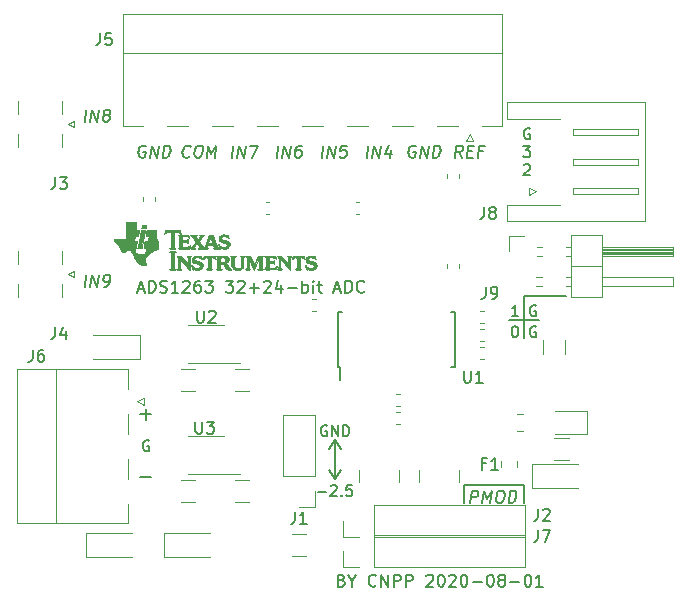
<source format=gbr>
G04 #@! TF.GenerationSoftware,KiCad,Pcbnew,(5.1.5)-2*
G04 #@! TF.CreationDate,2020-08-01T22:44:24+08:00*
G04 #@! TF.ProjectId,Module_ADS1263,4d6f6475-6c65-45f4-9144-53313236332e,rev?*
G04 #@! TF.SameCoordinates,Original*
G04 #@! TF.FileFunction,Legend,Top*
G04 #@! TF.FilePolarity,Positive*
%FSLAX46Y46*%
G04 Gerber Fmt 4.6, Leading zero omitted, Abs format (unit mm)*
G04 Created by KiCad (PCBNEW (5.1.5)-2) date 2020-08-01 22:44:24*
%MOMM*%
%LPD*%
G04 APERTURE LIST*
%ADD10C,0.177800*%
%ADD11C,0.203200*%
%ADD12C,0.010000*%
%ADD13C,0.120000*%
%ADD14C,0.150000*%
G04 APERTURE END LIST*
D10*
X129346476Y-130737428D02*
X129491619Y-130785809D01*
X129540000Y-130834190D01*
X129588380Y-130930952D01*
X129588380Y-131076095D01*
X129540000Y-131172857D01*
X129491619Y-131221238D01*
X129394857Y-131269619D01*
X129007809Y-131269619D01*
X129007809Y-130253619D01*
X129346476Y-130253619D01*
X129443238Y-130302000D01*
X129491619Y-130350380D01*
X129540000Y-130447142D01*
X129540000Y-130543904D01*
X129491619Y-130640666D01*
X129443238Y-130689047D01*
X129346476Y-130737428D01*
X129007809Y-130737428D01*
X130217333Y-130785809D02*
X130217333Y-131269619D01*
X129878666Y-130253619D02*
X130217333Y-130785809D01*
X130556000Y-130253619D01*
X132249333Y-131172857D02*
X132200952Y-131221238D01*
X132055809Y-131269619D01*
X131959047Y-131269619D01*
X131813904Y-131221238D01*
X131717142Y-131124476D01*
X131668761Y-131027714D01*
X131620380Y-130834190D01*
X131620380Y-130689047D01*
X131668761Y-130495523D01*
X131717142Y-130398761D01*
X131813904Y-130302000D01*
X131959047Y-130253619D01*
X132055809Y-130253619D01*
X132200952Y-130302000D01*
X132249333Y-130350380D01*
X132684761Y-131269619D02*
X132684761Y-130253619D01*
X133265333Y-131269619D01*
X133265333Y-130253619D01*
X133749142Y-131269619D02*
X133749142Y-130253619D01*
X134136190Y-130253619D01*
X134232952Y-130302000D01*
X134281333Y-130350380D01*
X134329714Y-130447142D01*
X134329714Y-130592285D01*
X134281333Y-130689047D01*
X134232952Y-130737428D01*
X134136190Y-130785809D01*
X133749142Y-130785809D01*
X134765142Y-131269619D02*
X134765142Y-130253619D01*
X135152190Y-130253619D01*
X135248952Y-130302000D01*
X135297333Y-130350380D01*
X135345714Y-130447142D01*
X135345714Y-130592285D01*
X135297333Y-130689047D01*
X135248952Y-130737428D01*
X135152190Y-130785809D01*
X134765142Y-130785809D01*
X136506857Y-130350380D02*
X136555238Y-130302000D01*
X136652000Y-130253619D01*
X136893904Y-130253619D01*
X136990666Y-130302000D01*
X137039047Y-130350380D01*
X137087428Y-130447142D01*
X137087428Y-130543904D01*
X137039047Y-130689047D01*
X136458476Y-131269619D01*
X137087428Y-131269619D01*
X137716380Y-130253619D02*
X137813142Y-130253619D01*
X137909904Y-130302000D01*
X137958285Y-130350380D01*
X138006666Y-130447142D01*
X138055047Y-130640666D01*
X138055047Y-130882571D01*
X138006666Y-131076095D01*
X137958285Y-131172857D01*
X137909904Y-131221238D01*
X137813142Y-131269619D01*
X137716380Y-131269619D01*
X137619619Y-131221238D01*
X137571238Y-131172857D01*
X137522857Y-131076095D01*
X137474476Y-130882571D01*
X137474476Y-130640666D01*
X137522857Y-130447142D01*
X137571238Y-130350380D01*
X137619619Y-130302000D01*
X137716380Y-130253619D01*
X138442095Y-130350380D02*
X138490476Y-130302000D01*
X138587238Y-130253619D01*
X138829142Y-130253619D01*
X138925904Y-130302000D01*
X138974285Y-130350380D01*
X139022666Y-130447142D01*
X139022666Y-130543904D01*
X138974285Y-130689047D01*
X138393714Y-131269619D01*
X139022666Y-131269619D01*
X139651619Y-130253619D02*
X139748380Y-130253619D01*
X139845142Y-130302000D01*
X139893523Y-130350380D01*
X139941904Y-130447142D01*
X139990285Y-130640666D01*
X139990285Y-130882571D01*
X139941904Y-131076095D01*
X139893523Y-131172857D01*
X139845142Y-131221238D01*
X139748380Y-131269619D01*
X139651619Y-131269619D01*
X139554857Y-131221238D01*
X139506476Y-131172857D01*
X139458095Y-131076095D01*
X139409714Y-130882571D01*
X139409714Y-130640666D01*
X139458095Y-130447142D01*
X139506476Y-130350380D01*
X139554857Y-130302000D01*
X139651619Y-130253619D01*
X140425714Y-130882571D02*
X141199809Y-130882571D01*
X141877142Y-130253619D02*
X141973904Y-130253619D01*
X142070666Y-130302000D01*
X142119047Y-130350380D01*
X142167428Y-130447142D01*
X142215809Y-130640666D01*
X142215809Y-130882571D01*
X142167428Y-131076095D01*
X142119047Y-131172857D01*
X142070666Y-131221238D01*
X141973904Y-131269619D01*
X141877142Y-131269619D01*
X141780380Y-131221238D01*
X141732000Y-131172857D01*
X141683619Y-131076095D01*
X141635238Y-130882571D01*
X141635238Y-130640666D01*
X141683619Y-130447142D01*
X141732000Y-130350380D01*
X141780380Y-130302000D01*
X141877142Y-130253619D01*
X142796380Y-130689047D02*
X142699619Y-130640666D01*
X142651238Y-130592285D01*
X142602857Y-130495523D01*
X142602857Y-130447142D01*
X142651238Y-130350380D01*
X142699619Y-130302000D01*
X142796380Y-130253619D01*
X142989904Y-130253619D01*
X143086666Y-130302000D01*
X143135047Y-130350380D01*
X143183428Y-130447142D01*
X143183428Y-130495523D01*
X143135047Y-130592285D01*
X143086666Y-130640666D01*
X142989904Y-130689047D01*
X142796380Y-130689047D01*
X142699619Y-130737428D01*
X142651238Y-130785809D01*
X142602857Y-130882571D01*
X142602857Y-131076095D01*
X142651238Y-131172857D01*
X142699619Y-131221238D01*
X142796380Y-131269619D01*
X142989904Y-131269619D01*
X143086666Y-131221238D01*
X143135047Y-131172857D01*
X143183428Y-131076095D01*
X143183428Y-130882571D01*
X143135047Y-130785809D01*
X143086666Y-130737428D01*
X142989904Y-130689047D01*
X143618857Y-130882571D02*
X144392952Y-130882571D01*
X145070285Y-130253619D02*
X145167047Y-130253619D01*
X145263809Y-130302000D01*
X145312190Y-130350380D01*
X145360571Y-130447142D01*
X145408952Y-130640666D01*
X145408952Y-130882571D01*
X145360571Y-131076095D01*
X145312190Y-131172857D01*
X145263809Y-131221238D01*
X145167047Y-131269619D01*
X145070285Y-131269619D01*
X144973523Y-131221238D01*
X144925142Y-131172857D01*
X144876761Y-131076095D01*
X144828380Y-130882571D01*
X144828380Y-130640666D01*
X144876761Y-130447142D01*
X144925142Y-130350380D01*
X144973523Y-130302000D01*
X145070285Y-130253619D01*
X146376571Y-131269619D02*
X145796000Y-131269619D01*
X146086285Y-131269619D02*
X146086285Y-130253619D01*
X145989523Y-130398761D01*
X145892761Y-130495523D01*
X145796000Y-130543904D01*
X112086571Y-106087333D02*
X112570380Y-106087333D01*
X111989809Y-106377619D02*
X112328476Y-105361619D01*
X112667142Y-106377619D01*
X113005809Y-106377619D02*
X113005809Y-105361619D01*
X113247714Y-105361619D01*
X113392857Y-105410000D01*
X113489619Y-105506761D01*
X113538000Y-105603523D01*
X113586380Y-105797047D01*
X113586380Y-105942190D01*
X113538000Y-106135714D01*
X113489619Y-106232476D01*
X113392857Y-106329238D01*
X113247714Y-106377619D01*
X113005809Y-106377619D01*
X113973428Y-106329238D02*
X114118571Y-106377619D01*
X114360476Y-106377619D01*
X114457238Y-106329238D01*
X114505619Y-106280857D01*
X114554000Y-106184095D01*
X114554000Y-106087333D01*
X114505619Y-105990571D01*
X114457238Y-105942190D01*
X114360476Y-105893809D01*
X114166952Y-105845428D01*
X114070190Y-105797047D01*
X114021809Y-105748666D01*
X113973428Y-105651904D01*
X113973428Y-105555142D01*
X114021809Y-105458380D01*
X114070190Y-105410000D01*
X114166952Y-105361619D01*
X114408857Y-105361619D01*
X114554000Y-105410000D01*
X115521619Y-106377619D02*
X114941047Y-106377619D01*
X115231333Y-106377619D02*
X115231333Y-105361619D01*
X115134571Y-105506761D01*
X115037809Y-105603523D01*
X114941047Y-105651904D01*
X115908666Y-105458380D02*
X115957047Y-105410000D01*
X116053809Y-105361619D01*
X116295714Y-105361619D01*
X116392476Y-105410000D01*
X116440857Y-105458380D01*
X116489238Y-105555142D01*
X116489238Y-105651904D01*
X116440857Y-105797047D01*
X115860285Y-106377619D01*
X116489238Y-106377619D01*
X117360095Y-105361619D02*
X117166571Y-105361619D01*
X117069809Y-105410000D01*
X117021428Y-105458380D01*
X116924666Y-105603523D01*
X116876285Y-105797047D01*
X116876285Y-106184095D01*
X116924666Y-106280857D01*
X116973047Y-106329238D01*
X117069809Y-106377619D01*
X117263333Y-106377619D01*
X117360095Y-106329238D01*
X117408476Y-106280857D01*
X117456857Y-106184095D01*
X117456857Y-105942190D01*
X117408476Y-105845428D01*
X117360095Y-105797047D01*
X117263333Y-105748666D01*
X117069809Y-105748666D01*
X116973047Y-105797047D01*
X116924666Y-105845428D01*
X116876285Y-105942190D01*
X117795523Y-105361619D02*
X118424476Y-105361619D01*
X118085809Y-105748666D01*
X118230952Y-105748666D01*
X118327714Y-105797047D01*
X118376095Y-105845428D01*
X118424476Y-105942190D01*
X118424476Y-106184095D01*
X118376095Y-106280857D01*
X118327714Y-106329238D01*
X118230952Y-106377619D01*
X117940666Y-106377619D01*
X117843904Y-106329238D01*
X117795523Y-106280857D01*
X119537238Y-105361619D02*
X120166190Y-105361619D01*
X119827523Y-105748666D01*
X119972666Y-105748666D01*
X120069428Y-105797047D01*
X120117809Y-105845428D01*
X120166190Y-105942190D01*
X120166190Y-106184095D01*
X120117809Y-106280857D01*
X120069428Y-106329238D01*
X119972666Y-106377619D01*
X119682380Y-106377619D01*
X119585619Y-106329238D01*
X119537238Y-106280857D01*
X120553238Y-105458380D02*
X120601619Y-105410000D01*
X120698380Y-105361619D01*
X120940285Y-105361619D01*
X121037047Y-105410000D01*
X121085428Y-105458380D01*
X121133809Y-105555142D01*
X121133809Y-105651904D01*
X121085428Y-105797047D01*
X120504857Y-106377619D01*
X121133809Y-106377619D01*
X121569238Y-105990571D02*
X122343333Y-105990571D01*
X121956285Y-106377619D02*
X121956285Y-105603523D01*
X122778761Y-105458380D02*
X122827142Y-105410000D01*
X122923904Y-105361619D01*
X123165809Y-105361619D01*
X123262571Y-105410000D01*
X123310952Y-105458380D01*
X123359333Y-105555142D01*
X123359333Y-105651904D01*
X123310952Y-105797047D01*
X122730380Y-106377619D01*
X123359333Y-106377619D01*
X124230190Y-105700285D02*
X124230190Y-106377619D01*
X123988285Y-105313238D02*
X123746380Y-106038952D01*
X124375333Y-106038952D01*
X124762380Y-105990571D02*
X125536476Y-105990571D01*
X126020285Y-106377619D02*
X126020285Y-105361619D01*
X126020285Y-105748666D02*
X126117047Y-105700285D01*
X126310571Y-105700285D01*
X126407333Y-105748666D01*
X126455714Y-105797047D01*
X126504095Y-105893809D01*
X126504095Y-106184095D01*
X126455714Y-106280857D01*
X126407333Y-106329238D01*
X126310571Y-106377619D01*
X126117047Y-106377619D01*
X126020285Y-106329238D01*
X126939523Y-106377619D02*
X126939523Y-105700285D01*
X126939523Y-105361619D02*
X126891142Y-105410000D01*
X126939523Y-105458380D01*
X126987904Y-105410000D01*
X126939523Y-105361619D01*
X126939523Y-105458380D01*
X127278190Y-105700285D02*
X127665238Y-105700285D01*
X127423333Y-105361619D02*
X127423333Y-106232476D01*
X127471714Y-106329238D01*
X127568476Y-106377619D01*
X127665238Y-106377619D01*
X128729619Y-106087333D02*
X129213428Y-106087333D01*
X128632857Y-106377619D02*
X128971523Y-105361619D01*
X129310190Y-106377619D01*
X129648857Y-106377619D02*
X129648857Y-105361619D01*
X129890761Y-105361619D01*
X130035904Y-105410000D01*
X130132666Y-105506761D01*
X130181047Y-105603523D01*
X130229428Y-105797047D01*
X130229428Y-105942190D01*
X130181047Y-106135714D01*
X130132666Y-106232476D01*
X130035904Y-106329238D01*
X129890761Y-106377619D01*
X129648857Y-106377619D01*
X131245428Y-106280857D02*
X131197047Y-106329238D01*
X131051904Y-106377619D01*
X130955142Y-106377619D01*
X130810000Y-106329238D01*
X130713238Y-106232476D01*
X130664857Y-106135714D01*
X130616476Y-105942190D01*
X130616476Y-105797047D01*
X130664857Y-105603523D01*
X130713238Y-105506761D01*
X130810000Y-105410000D01*
X130955142Y-105361619D01*
X131051904Y-105361619D01*
X131197047Y-105410000D01*
X131245428Y-105458380D01*
D11*
X144780000Y-122682000D02*
X144780000Y-124206000D01*
X139700000Y-122682000D02*
X144780000Y-122682000D01*
X139700000Y-124206000D02*
X139700000Y-122682000D01*
X140247430Y-124157619D02*
X140374430Y-123141619D01*
X140761478Y-123141619D01*
X140852192Y-123190000D01*
X140894525Y-123238380D01*
X140930811Y-123335142D01*
X140912668Y-123480285D01*
X140852192Y-123577047D01*
X140797763Y-123625428D01*
X140694954Y-123673809D01*
X140307906Y-123673809D01*
X141263430Y-124157619D02*
X141390430Y-123141619D01*
X141638382Y-123867333D01*
X142067763Y-123141619D01*
X141940763Y-124157619D01*
X142745097Y-123141619D02*
X142938620Y-123141619D01*
X143029335Y-123190000D01*
X143114001Y-123286761D01*
X143138192Y-123480285D01*
X143095859Y-123818952D01*
X143023287Y-124012476D01*
X142914430Y-124109238D01*
X142811620Y-124157619D01*
X142618097Y-124157619D01*
X142527382Y-124109238D01*
X142442716Y-124012476D01*
X142418525Y-123818952D01*
X142460859Y-123480285D01*
X142533430Y-123286761D01*
X142642287Y-123190000D01*
X142745097Y-123141619D01*
X143488954Y-124157619D02*
X143615954Y-123141619D01*
X143857859Y-123141619D01*
X143996954Y-123190000D01*
X144081620Y-123286761D01*
X144117906Y-123383523D01*
X144142097Y-123577047D01*
X144123954Y-123722190D01*
X144051382Y-123915714D01*
X143990906Y-124012476D01*
X143882049Y-124109238D01*
X143730859Y-124157619D01*
X143488954Y-124157619D01*
X144780000Y-106680000D02*
X148336000Y-106680000D01*
X144780000Y-110236000D02*
X144780000Y-106680000D01*
X143510000Y-108712000D02*
X146050000Y-108712000D01*
X145781485Y-109270800D02*
X145694400Y-109227257D01*
X145563771Y-109227257D01*
X145433142Y-109270800D01*
X145346057Y-109357885D01*
X145302514Y-109444971D01*
X145258971Y-109619142D01*
X145258971Y-109749771D01*
X145302514Y-109923942D01*
X145346057Y-110011028D01*
X145433142Y-110098114D01*
X145563771Y-110141657D01*
X145650857Y-110141657D01*
X145781485Y-110098114D01*
X145825028Y-110054571D01*
X145825028Y-109749771D01*
X145650857Y-109749771D01*
X145781485Y-107492800D02*
X145694400Y-107449257D01*
X145563771Y-107449257D01*
X145433142Y-107492800D01*
X145346057Y-107579885D01*
X145302514Y-107666971D01*
X145258971Y-107841142D01*
X145258971Y-107971771D01*
X145302514Y-108145942D01*
X145346057Y-108233028D01*
X145433142Y-108320114D01*
X145563771Y-108363657D01*
X145650857Y-108363657D01*
X145781485Y-108320114D01*
X145825028Y-108276571D01*
X145825028Y-107971771D01*
X145650857Y-107971771D01*
X143974457Y-109227257D02*
X144061542Y-109227257D01*
X144148628Y-109270800D01*
X144192171Y-109314342D01*
X144235714Y-109401428D01*
X144279257Y-109575600D01*
X144279257Y-109793314D01*
X144235714Y-109967485D01*
X144192171Y-110054571D01*
X144148628Y-110098114D01*
X144061542Y-110141657D01*
X143974457Y-110141657D01*
X143887371Y-110098114D01*
X143843828Y-110054571D01*
X143800285Y-109967485D01*
X143756742Y-109793314D01*
X143756742Y-109575600D01*
X143800285Y-109401428D01*
X143843828Y-109314342D01*
X143887371Y-109270800D01*
X143974457Y-109227257D01*
X144279257Y-108363657D02*
X143756742Y-108363657D01*
X144018000Y-108363657D02*
X144018000Y-107449257D01*
X143930914Y-107579885D01*
X143843828Y-107666971D01*
X143756742Y-107710514D01*
X145273485Y-92506800D02*
X145186400Y-92463257D01*
X145055771Y-92463257D01*
X144925142Y-92506800D01*
X144838057Y-92593885D01*
X144794514Y-92680971D01*
X144750971Y-92855142D01*
X144750971Y-92985771D01*
X144794514Y-93159942D01*
X144838057Y-93247028D01*
X144925142Y-93334114D01*
X145055771Y-93377657D01*
X145142857Y-93377657D01*
X145273485Y-93334114D01*
X145317028Y-93290571D01*
X145317028Y-92985771D01*
X145142857Y-92985771D01*
X144729200Y-93987257D02*
X145295257Y-93987257D01*
X144990457Y-94335600D01*
X145121085Y-94335600D01*
X145208171Y-94379142D01*
X145251714Y-94422685D01*
X145295257Y-94509771D01*
X145295257Y-94727485D01*
X145251714Y-94814571D01*
X145208171Y-94858114D01*
X145121085Y-94901657D01*
X144859828Y-94901657D01*
X144772742Y-94858114D01*
X144729200Y-94814571D01*
X144772742Y-95598342D02*
X144816285Y-95554800D01*
X144903371Y-95511257D01*
X145121085Y-95511257D01*
X145208171Y-95554800D01*
X145251714Y-95598342D01*
X145295257Y-95685428D01*
X145295257Y-95772514D01*
X145251714Y-95903142D01*
X144729200Y-96425657D01*
X145295257Y-96425657D01*
X128778000Y-122174000D02*
X129286000Y-121412000D01*
X128778000Y-122174000D02*
X128270000Y-121412000D01*
X128778000Y-118872000D02*
X129286000Y-119634000D01*
X128778000Y-118872000D02*
X128270000Y-119634000D01*
X128778000Y-118872000D02*
X128778000Y-122174000D01*
X127341085Y-123255314D02*
X128037771Y-123255314D01*
X128429657Y-122776342D02*
X128473200Y-122732800D01*
X128560285Y-122689257D01*
X128778000Y-122689257D01*
X128865085Y-122732800D01*
X128908628Y-122776342D01*
X128952171Y-122863428D01*
X128952171Y-122950514D01*
X128908628Y-123081142D01*
X128386114Y-123603657D01*
X128952171Y-123603657D01*
X129344057Y-123516571D02*
X129387600Y-123560114D01*
X129344057Y-123603657D01*
X129300514Y-123560114D01*
X129344057Y-123516571D01*
X129344057Y-123603657D01*
X130214914Y-122689257D02*
X129779485Y-122689257D01*
X129735942Y-123124685D01*
X129779485Y-123081142D01*
X129866571Y-123037600D01*
X130084285Y-123037600D01*
X130171371Y-123081142D01*
X130214914Y-123124685D01*
X130258457Y-123211771D01*
X130258457Y-123429485D01*
X130214914Y-123516571D01*
X130171371Y-123560114D01*
X130084285Y-123603657D01*
X129866571Y-123603657D01*
X129779485Y-123560114D01*
X129735942Y-123516571D01*
X128081314Y-117652800D02*
X127994228Y-117609257D01*
X127863600Y-117609257D01*
X127732971Y-117652800D01*
X127645885Y-117739885D01*
X127602342Y-117826971D01*
X127558800Y-118001142D01*
X127558800Y-118131771D01*
X127602342Y-118305942D01*
X127645885Y-118393028D01*
X127732971Y-118480114D01*
X127863600Y-118523657D01*
X127950685Y-118523657D01*
X128081314Y-118480114D01*
X128124857Y-118436571D01*
X128124857Y-118131771D01*
X127950685Y-118131771D01*
X128516742Y-118523657D02*
X128516742Y-117609257D01*
X129039257Y-118523657D01*
X129039257Y-117609257D01*
X129474685Y-118523657D02*
X129474685Y-117609257D01*
X129692400Y-117609257D01*
X129823028Y-117652800D01*
X129910114Y-117739885D01*
X129953657Y-117826971D01*
X129997200Y-118001142D01*
X129997200Y-118131771D01*
X129953657Y-118305942D01*
X129910114Y-118393028D01*
X129823028Y-118480114D01*
X129692400Y-118523657D01*
X129474685Y-118523657D01*
X113015485Y-118922800D02*
X112928400Y-118879257D01*
X112797771Y-118879257D01*
X112667142Y-118922800D01*
X112580057Y-119009885D01*
X112536514Y-119096971D01*
X112492971Y-119271142D01*
X112492971Y-119401771D01*
X112536514Y-119575942D01*
X112580057Y-119663028D01*
X112667142Y-119750114D01*
X112797771Y-119793657D01*
X112884857Y-119793657D01*
X113015485Y-119750114D01*
X113059028Y-119706571D01*
X113059028Y-119401771D01*
X112884857Y-119401771D01*
X112311542Y-122007085D02*
X113240457Y-122007085D01*
X112311542Y-116673085D02*
X113240457Y-116673085D01*
X112776000Y-117137542D02*
X112776000Y-116208628D01*
X107590287Y-105869619D02*
X107717287Y-104853619D01*
X108074097Y-105869619D02*
X108201097Y-104853619D01*
X108654668Y-105869619D01*
X108781668Y-104853619D01*
X109186859Y-105869619D02*
X109380382Y-105869619D01*
X109483192Y-105821238D01*
X109537620Y-105772857D01*
X109652525Y-105627714D01*
X109725097Y-105434190D01*
X109773478Y-105047142D01*
X109737192Y-104950380D01*
X109694859Y-104902000D01*
X109604144Y-104853619D01*
X109410620Y-104853619D01*
X109307811Y-104902000D01*
X109253382Y-104950380D01*
X109192906Y-105047142D01*
X109162668Y-105289047D01*
X109198954Y-105385809D01*
X109241287Y-105434190D01*
X109332001Y-105482571D01*
X109525525Y-105482571D01*
X109628335Y-105434190D01*
X109682763Y-105385809D01*
X109743240Y-105289047D01*
X107590287Y-91899619D02*
X107717287Y-90883619D01*
X108074097Y-91899619D02*
X108201097Y-90883619D01*
X108654668Y-91899619D01*
X108781668Y-90883619D01*
X109356192Y-91319047D02*
X109265478Y-91270666D01*
X109223144Y-91222285D01*
X109186859Y-91125523D01*
X109192906Y-91077142D01*
X109253382Y-90980380D01*
X109307811Y-90932000D01*
X109410620Y-90883619D01*
X109604144Y-90883619D01*
X109694859Y-90932000D01*
X109737192Y-90980380D01*
X109773478Y-91077142D01*
X109767430Y-91125523D01*
X109706954Y-91222285D01*
X109652525Y-91270666D01*
X109549716Y-91319047D01*
X109356192Y-91319047D01*
X109253382Y-91367428D01*
X109198954Y-91415809D01*
X109138478Y-91512571D01*
X109114287Y-91706095D01*
X109150573Y-91802857D01*
X109192906Y-91851238D01*
X109283620Y-91899619D01*
X109477144Y-91899619D01*
X109579954Y-91851238D01*
X109634382Y-91802857D01*
X109694859Y-91706095D01*
X109719049Y-91512571D01*
X109682763Y-91415809D01*
X109640430Y-91367428D01*
X109549716Y-91319047D01*
X112779144Y-93980000D02*
X112688430Y-93931619D01*
X112543287Y-93931619D01*
X112392097Y-93980000D01*
X112283240Y-94076761D01*
X112222763Y-94173523D01*
X112150192Y-94367047D01*
X112132049Y-94512190D01*
X112156240Y-94705714D01*
X112192525Y-94802476D01*
X112277192Y-94899238D01*
X112416287Y-94947619D01*
X112513049Y-94947619D01*
X112664240Y-94899238D01*
X112718668Y-94850857D01*
X112761001Y-94512190D01*
X112567478Y-94512190D01*
X113142001Y-94947619D02*
X113269001Y-93931619D01*
X113722573Y-94947619D01*
X113849573Y-93931619D01*
X114206382Y-94947619D02*
X114333382Y-93931619D01*
X114575287Y-93931619D01*
X114714382Y-93980000D01*
X114799049Y-94076761D01*
X114835335Y-94173523D01*
X114859525Y-94367047D01*
X114841382Y-94512190D01*
X114768811Y-94705714D01*
X114708335Y-94802476D01*
X114599478Y-94899238D01*
X114448287Y-94947619D01*
X114206382Y-94947619D01*
X116456097Y-94850857D02*
X116401668Y-94899238D01*
X116250478Y-94947619D01*
X116153716Y-94947619D01*
X116014620Y-94899238D01*
X115929954Y-94802476D01*
X115893668Y-94705714D01*
X115869478Y-94512190D01*
X115887620Y-94367047D01*
X115960192Y-94173523D01*
X116020668Y-94076761D01*
X116129525Y-93980000D01*
X116280716Y-93931619D01*
X116377478Y-93931619D01*
X116516573Y-93980000D01*
X116558906Y-94028380D01*
X117199954Y-93931619D02*
X117393478Y-93931619D01*
X117484192Y-93980000D01*
X117568859Y-94076761D01*
X117593049Y-94270285D01*
X117550716Y-94608952D01*
X117478144Y-94802476D01*
X117369287Y-94899238D01*
X117266478Y-94947619D01*
X117072954Y-94947619D01*
X116982240Y-94899238D01*
X116897573Y-94802476D01*
X116873382Y-94608952D01*
X116915716Y-94270285D01*
X116988287Y-94076761D01*
X117097144Y-93980000D01*
X117199954Y-93931619D01*
X117943811Y-94947619D02*
X118070811Y-93931619D01*
X118318763Y-94657333D01*
X118748144Y-93931619D01*
X118621144Y-94947619D01*
X120036287Y-94947619D02*
X120163287Y-93931619D01*
X120520097Y-94947619D02*
X120647097Y-93931619D01*
X121100668Y-94947619D01*
X121227668Y-93931619D01*
X121614716Y-93931619D02*
X122292049Y-93931619D01*
X121729620Y-94947619D01*
X123846287Y-94947619D02*
X123973287Y-93931619D01*
X124330097Y-94947619D02*
X124457097Y-93931619D01*
X124910668Y-94947619D01*
X125037668Y-93931619D01*
X125956906Y-93931619D02*
X125763382Y-93931619D01*
X125660573Y-93980000D01*
X125606144Y-94028380D01*
X125491240Y-94173523D01*
X125418668Y-94367047D01*
X125370287Y-94754095D01*
X125406573Y-94850857D01*
X125448906Y-94899238D01*
X125539620Y-94947619D01*
X125733144Y-94947619D01*
X125835954Y-94899238D01*
X125890382Y-94850857D01*
X125950859Y-94754095D01*
X125981097Y-94512190D01*
X125944811Y-94415428D01*
X125902478Y-94367047D01*
X125811763Y-94318666D01*
X125618240Y-94318666D01*
X125515430Y-94367047D01*
X125461001Y-94415428D01*
X125400525Y-94512190D01*
X127656287Y-94947619D02*
X127783287Y-93931619D01*
X128140097Y-94947619D02*
X128267097Y-93931619D01*
X128720668Y-94947619D01*
X128847668Y-93931619D01*
X129815287Y-93931619D02*
X129331478Y-93931619D01*
X129222620Y-94415428D01*
X129277049Y-94367047D01*
X129379859Y-94318666D01*
X129621763Y-94318666D01*
X129712478Y-94367047D01*
X129754811Y-94415428D01*
X129791097Y-94512190D01*
X129760859Y-94754095D01*
X129700382Y-94850857D01*
X129645954Y-94899238D01*
X129543144Y-94947619D01*
X129301240Y-94947619D01*
X129210525Y-94899238D01*
X129168192Y-94850857D01*
X131466287Y-94947619D02*
X131593287Y-93931619D01*
X131950097Y-94947619D02*
X132077097Y-93931619D01*
X132530668Y-94947619D01*
X132657668Y-93931619D01*
X133534573Y-94270285D02*
X133449906Y-94947619D01*
X133341049Y-93883238D02*
X133008430Y-94608952D01*
X133637382Y-94608952D01*
X135639144Y-93980000D02*
X135548430Y-93931619D01*
X135403287Y-93931619D01*
X135252097Y-93980000D01*
X135143240Y-94076761D01*
X135082763Y-94173523D01*
X135010192Y-94367047D01*
X134992049Y-94512190D01*
X135016240Y-94705714D01*
X135052525Y-94802476D01*
X135137192Y-94899238D01*
X135276287Y-94947619D01*
X135373049Y-94947619D01*
X135524240Y-94899238D01*
X135578668Y-94850857D01*
X135621001Y-94512190D01*
X135427478Y-94512190D01*
X136002001Y-94947619D02*
X136129001Y-93931619D01*
X136582573Y-94947619D01*
X136709573Y-93931619D01*
X137066382Y-94947619D02*
X137193382Y-93931619D01*
X137435287Y-93931619D01*
X137574382Y-93980000D01*
X137659049Y-94076761D01*
X137695335Y-94173523D01*
X137719525Y-94367047D01*
X137701382Y-94512190D01*
X137628811Y-94705714D01*
X137568335Y-94802476D01*
X137459478Y-94899238D01*
X137308287Y-94947619D01*
X137066382Y-94947619D01*
X139521716Y-94947619D02*
X139243525Y-94463809D01*
X138941144Y-94947619D02*
X139068144Y-93931619D01*
X139455192Y-93931619D01*
X139545906Y-93980000D01*
X139588240Y-94028380D01*
X139624525Y-94125142D01*
X139606382Y-94270285D01*
X139545906Y-94367047D01*
X139491478Y-94415428D01*
X139388668Y-94463809D01*
X139001620Y-94463809D01*
X140023668Y-94415428D02*
X140362335Y-94415428D01*
X140440954Y-94947619D02*
X139957144Y-94947619D01*
X140084144Y-93931619D01*
X140567954Y-93931619D01*
X141281573Y-94415428D02*
X140942906Y-94415428D01*
X140876382Y-94947619D02*
X141003382Y-93931619D01*
X141487192Y-93931619D01*
D12*
G36*
X112774755Y-100759260D02*
G01*
X112763992Y-100812795D01*
X112754252Y-100860726D01*
X112746410Y-100898776D01*
X112741344Y-100922670D01*
X112740387Y-100926900D01*
X112737820Y-100935227D01*
X112732714Y-100941238D01*
X112722132Y-100945310D01*
X112703135Y-100947821D01*
X112672788Y-100949148D01*
X112628152Y-100949668D01*
X112566291Y-100949759D01*
X112562446Y-100949760D01*
X112497253Y-100949455D01*
X112449937Y-100948413D01*
X112418059Y-100946440D01*
X112399184Y-100943345D01*
X112390874Y-100938933D01*
X112389920Y-100936105D01*
X112391857Y-100921760D01*
X112397192Y-100891368D01*
X112405211Y-100848780D01*
X112415197Y-100797848D01*
X112420400Y-100771960D01*
X112430994Y-100719430D01*
X112439989Y-100674419D01*
X112446683Y-100640461D01*
X112450376Y-100621091D01*
X112450880Y-100617974D01*
X112460495Y-100616839D01*
X112487167Y-100615857D01*
X112527629Y-100615095D01*
X112578619Y-100614616D01*
X112627293Y-100614480D01*
X112803707Y-100614480D01*
X112774755Y-100759260D01*
G37*
X112774755Y-100759260D02*
X112763992Y-100812795D01*
X112754252Y-100860726D01*
X112746410Y-100898776D01*
X112741344Y-100922670D01*
X112740387Y-100926900D01*
X112737820Y-100935227D01*
X112732714Y-100941238D01*
X112722132Y-100945310D01*
X112703135Y-100947821D01*
X112672788Y-100949148D01*
X112628152Y-100949668D01*
X112566291Y-100949759D01*
X112562446Y-100949760D01*
X112497253Y-100949455D01*
X112449937Y-100948413D01*
X112418059Y-100946440D01*
X112399184Y-100943345D01*
X112390874Y-100938933D01*
X112389920Y-100936105D01*
X112391857Y-100921760D01*
X112397192Y-100891368D01*
X112405211Y-100848780D01*
X112415197Y-100797848D01*
X112420400Y-100771960D01*
X112430994Y-100719430D01*
X112439989Y-100674419D01*
X112446683Y-100640461D01*
X112450376Y-100621091D01*
X112450880Y-100617974D01*
X112460495Y-100616839D01*
X112487167Y-100615857D01*
X112527629Y-100615095D01*
X112578619Y-100614616D01*
X112627293Y-100614480D01*
X112803707Y-100614480D01*
X112774755Y-100759260D01*
G36*
X112598815Y-101102524D02*
G01*
X112647105Y-101103724D01*
X112679360Y-101105917D01*
X112697718Y-101109260D01*
X112704313Y-101113911D01*
X112704418Y-101114860D01*
X112702406Y-101126641D01*
X112696726Y-101156780D01*
X112687686Y-101203705D01*
X112675595Y-101265847D01*
X112660759Y-101341634D01*
X112643489Y-101429496D01*
X112624091Y-101527863D01*
X112602874Y-101635165D01*
X112580147Y-101749831D01*
X112556216Y-101870290D01*
X112554404Y-101879400D01*
X112404851Y-102631240D01*
X112229745Y-102634019D01*
X112172660Y-102634483D01*
X112123364Y-102634040D01*
X112085131Y-102632787D01*
X112061237Y-102630823D01*
X112054640Y-102628741D01*
X112056574Y-102617899D01*
X112062125Y-102589022D01*
X112070918Y-102543997D01*
X112082576Y-102484712D01*
X112096723Y-102413055D01*
X112112982Y-102330913D01*
X112130977Y-102240175D01*
X112150332Y-102142728D01*
X112170670Y-102040461D01*
X112191616Y-101935261D01*
X112212793Y-101829015D01*
X112233825Y-101723613D01*
X112254336Y-101620942D01*
X112273948Y-101522889D01*
X112292287Y-101431342D01*
X112308975Y-101348190D01*
X112323637Y-101275320D01*
X112335896Y-101214620D01*
X112345377Y-101167979D01*
X112351701Y-101137283D01*
X112354344Y-101125020D01*
X112356937Y-101116692D01*
X112362064Y-101110681D01*
X112372665Y-101106609D01*
X112391678Y-101104098D01*
X112422041Y-101102771D01*
X112466692Y-101102251D01*
X112528571Y-101102160D01*
X112532353Y-101102160D01*
X112598815Y-101102524D01*
G37*
X112598815Y-101102524D02*
X112647105Y-101103724D01*
X112679360Y-101105917D01*
X112697718Y-101109260D01*
X112704313Y-101113911D01*
X112704418Y-101114860D01*
X112702406Y-101126641D01*
X112696726Y-101156780D01*
X112687686Y-101203705D01*
X112675595Y-101265847D01*
X112660759Y-101341634D01*
X112643489Y-101429496D01*
X112624091Y-101527863D01*
X112602874Y-101635165D01*
X112580147Y-101749831D01*
X112556216Y-101870290D01*
X112554404Y-101879400D01*
X112404851Y-102631240D01*
X112229745Y-102634019D01*
X112172660Y-102634483D01*
X112123364Y-102634040D01*
X112085131Y-102632787D01*
X112061237Y-102630823D01*
X112054640Y-102628741D01*
X112056574Y-102617899D01*
X112062125Y-102589022D01*
X112070918Y-102543997D01*
X112082576Y-102484712D01*
X112096723Y-102413055D01*
X112112982Y-102330913D01*
X112130977Y-102240175D01*
X112150332Y-102142728D01*
X112170670Y-102040461D01*
X112191616Y-101935261D01*
X112212793Y-101829015D01*
X112233825Y-101723613D01*
X112254336Y-101620942D01*
X112273948Y-101522889D01*
X112292287Y-101431342D01*
X112308975Y-101348190D01*
X112323637Y-101275320D01*
X112335896Y-101214620D01*
X112345377Y-101167979D01*
X112351701Y-101137283D01*
X112354344Y-101125020D01*
X112356937Y-101116692D01*
X112362064Y-101110681D01*
X112372665Y-101106609D01*
X112391678Y-101104098D01*
X112422041Y-101102771D01*
X112466692Y-101102251D01*
X112528571Y-101102160D01*
X112532353Y-101102160D01*
X112598815Y-101102524D01*
G36*
X118612920Y-101978121D02*
G01*
X118658214Y-102097556D01*
X118697185Y-102199428D01*
X118730541Y-102285238D01*
X118758992Y-102356487D01*
X118783248Y-102414675D01*
X118804017Y-102461305D01*
X118822011Y-102497876D01*
X118837938Y-102525889D01*
X118852509Y-102546845D01*
X118866432Y-102562246D01*
X118880418Y-102573591D01*
X118895175Y-102582382D01*
X118899709Y-102584672D01*
X118925633Y-102603792D01*
X118932729Y-102623620D01*
X118932960Y-102646480D01*
X118689120Y-102646480D01*
X118612588Y-102646410D01*
X118553989Y-102646076D01*
X118510935Y-102645285D01*
X118481039Y-102643848D01*
X118461914Y-102641573D01*
X118451172Y-102638269D01*
X118446425Y-102633746D01*
X118445287Y-102627814D01*
X118445280Y-102626996D01*
X118454995Y-102607959D01*
X118482560Y-102589299D01*
X118483380Y-102588896D01*
X118508454Y-102574104D01*
X118520182Y-102556894D01*
X118524511Y-102528990D01*
X118521209Y-102488222D01*
X118506724Y-102432156D01*
X118495545Y-102399268D01*
X118463546Y-102310837D01*
X118223853Y-102313558D01*
X117984159Y-102316280D01*
X117950791Y-102397560D01*
X117930480Y-102453390D01*
X117920779Y-102497351D01*
X117919732Y-102524560D01*
X117922612Y-102553272D01*
X117931080Y-102570252D01*
X117950502Y-102583259D01*
X117965220Y-102590337D01*
X117994859Y-102608079D01*
X118008006Y-102625294D01*
X118008400Y-102628437D01*
X118007412Y-102632972D01*
X118003215Y-102636679D01*
X117993954Y-102639640D01*
X117977777Y-102641939D01*
X117952831Y-102643659D01*
X117917263Y-102644882D01*
X117869219Y-102645693D01*
X117806847Y-102646173D01*
X117728294Y-102646407D01*
X117631706Y-102646478D01*
X117606373Y-102646480D01*
X117204346Y-102646480D01*
X117207593Y-102624303D01*
X117220295Y-102603413D01*
X117239871Y-102594410D01*
X117276449Y-102577901D01*
X117300223Y-102553142D01*
X117307360Y-102528158D01*
X117302019Y-102514081D01*
X117287360Y-102486906D01*
X117265422Y-102449766D01*
X117238247Y-102405796D01*
X117207875Y-102358128D01*
X117176347Y-102309894D01*
X117145705Y-102264229D01*
X117117989Y-102224266D01*
X117095240Y-102193136D01*
X117079500Y-102173975D01*
X117073623Y-102169345D01*
X117065723Y-102177357D01*
X117049530Y-102199747D01*
X117027003Y-102233351D01*
X117000102Y-102275005D01*
X116970788Y-102321543D01*
X116941019Y-102369801D01*
X116912757Y-102416615D01*
X116887960Y-102458819D01*
X116868590Y-102493249D01*
X116856605Y-102516740D01*
X116853754Y-102524366D01*
X116857077Y-102554503D01*
X116877570Y-102579499D01*
X116912134Y-102595656D01*
X116913886Y-102596096D01*
X116934080Y-102609985D01*
X116939766Y-102624036D01*
X116943013Y-102646480D01*
X116725559Y-102646480D01*
X116661044Y-102646176D01*
X116603502Y-102645328D01*
X116555996Y-102644028D01*
X116521590Y-102642368D01*
X116503347Y-102640441D01*
X116501333Y-102639706D01*
X116494612Y-102623132D01*
X116508188Y-102607136D01*
X116542068Y-102591711D01*
X116545231Y-102590642D01*
X116585357Y-102571906D01*
X116626444Y-102544211D01*
X116641441Y-102531406D01*
X116657376Y-102513879D01*
X116681842Y-102483614D01*
X116712961Y-102443230D01*
X116748851Y-102395347D01*
X116787634Y-102342584D01*
X116827430Y-102287562D01*
X116866360Y-102232900D01*
X116902543Y-102181219D01*
X116934101Y-102135137D01*
X116959153Y-102097274D01*
X116975820Y-102070251D01*
X116982222Y-102056688D01*
X116982240Y-102056395D01*
X116976416Y-102044097D01*
X116960180Y-102018157D01*
X116935384Y-101981134D01*
X116903881Y-101935589D01*
X116867522Y-101884080D01*
X116828160Y-101829167D01*
X116787647Y-101773410D01*
X116747836Y-101719368D01*
X116710578Y-101669601D01*
X116677726Y-101626667D01*
X116651133Y-101593127D01*
X116632651Y-101571541D01*
X116627935Y-101566818D01*
X116596904Y-101542762D01*
X116564189Y-101523264D01*
X116551604Y-101517757D01*
X116524036Y-101502897D01*
X116514880Y-101486198D01*
X116515962Y-101480789D01*
X116520689Y-101476563D01*
X116531283Y-101473376D01*
X116549966Y-101471082D01*
X116578957Y-101469536D01*
X116620479Y-101468594D01*
X116676754Y-101468108D01*
X116750001Y-101467935D01*
X116794280Y-101467920D01*
X116876869Y-101467978D01*
X116941368Y-101468257D01*
X116990006Y-101468908D01*
X117025015Y-101470086D01*
X117048622Y-101471944D01*
X117063059Y-101474635D01*
X117070555Y-101478313D01*
X117073339Y-101483130D01*
X117073680Y-101487138D01*
X117064323Y-101505087D01*
X117045740Y-101513330D01*
X117017965Y-101524417D01*
X117000020Y-101536326D01*
X116987814Y-101551094D01*
X116982970Y-101568860D01*
X116986348Y-101591994D01*
X116998809Y-101622862D01*
X117021211Y-101663833D01*
X117054416Y-101717276D01*
X117079964Y-101756437D01*
X117177689Y-101904564D01*
X117266804Y-101774264D01*
X117309763Y-101710822D01*
X117341979Y-101661621D01*
X117364712Y-101624505D01*
X117379220Y-101597318D01*
X117386763Y-101577905D01*
X117388640Y-101565681D01*
X117380363Y-101548077D01*
X117360365Y-101528896D01*
X117335892Y-101513849D01*
X117316149Y-101508560D01*
X117300184Y-101500744D01*
X117297200Y-101488240D01*
X117297984Y-101481411D01*
X117302062Y-101476312D01*
X117312019Y-101472692D01*
X117330443Y-101470296D01*
X117359919Y-101468874D01*
X117403035Y-101468173D01*
X117462377Y-101467940D01*
X117505480Y-101467920D01*
X117575519Y-101468008D01*
X117627820Y-101468435D01*
X117664964Y-101469443D01*
X117689532Y-101471273D01*
X117704107Y-101474169D01*
X117711268Y-101478371D01*
X117713599Y-101484122D01*
X117713760Y-101487452D01*
X117704502Y-101505614D01*
X117679002Y-101518455D01*
X117652129Y-101529107D01*
X117626469Y-101543822D01*
X117600182Y-101564547D01*
X117571433Y-101593230D01*
X117538383Y-101631818D01*
X117499196Y-101682259D01*
X117452034Y-101746501D01*
X117414986Y-101798337D01*
X117374514Y-101856040D01*
X117338555Y-101908604D01*
X117308638Y-101953689D01*
X117286288Y-101988956D01*
X117273035Y-102012065D01*
X117270050Y-102020373D01*
X117278013Y-102033877D01*
X117296125Y-102061197D01*
X117322542Y-102099746D01*
X117355417Y-102146938D01*
X117392905Y-102200186D01*
X117433159Y-102256905D01*
X117474334Y-102314508D01*
X117514584Y-102370409D01*
X117552063Y-102422023D01*
X117584925Y-102466762D01*
X117611325Y-102502040D01*
X117629416Y-102525273D01*
X117635347Y-102532180D01*
X117657086Y-102552229D01*
X117674730Y-102563947D01*
X117679289Y-102565200D01*
X117694978Y-102556965D01*
X117716275Y-102535347D01*
X117739387Y-102504976D01*
X117760518Y-102470482D01*
X117766477Y-102458844D01*
X117774054Y-102441395D01*
X117788206Y-102407020D01*
X117808131Y-102357726D01*
X117833030Y-102295519D01*
X117862101Y-102222409D01*
X117881456Y-102173485D01*
X118038880Y-102173485D01*
X118048512Y-102175263D01*
X118075299Y-102176811D01*
X118116075Y-102178033D01*
X118167677Y-102178834D01*
X118226537Y-102179120D01*
X118414195Y-102179120D01*
X118374855Y-102069900D01*
X118340113Y-101973537D01*
X118311570Y-101894617D01*
X118288595Y-101831446D01*
X118270554Y-101782328D01*
X118256815Y-101745569D01*
X118246746Y-101719476D01*
X118239714Y-101702353D01*
X118235087Y-101692506D01*
X118232481Y-101688492D01*
X118227611Y-101695927D01*
X118216698Y-101719342D01*
X118200943Y-101755734D01*
X118181545Y-101802098D01*
X118159704Y-101855429D01*
X118136618Y-101912723D01*
X118113488Y-101970974D01*
X118091513Y-102027177D01*
X118071893Y-102078329D01*
X118055826Y-102121425D01*
X118044512Y-102153459D01*
X118039151Y-102171427D01*
X118038880Y-102173485D01*
X117881456Y-102173485D01*
X117894546Y-102140401D01*
X117929563Y-102051505D01*
X117966351Y-101957726D01*
X117971160Y-101945440D01*
X118156023Y-101473000D01*
X118287951Y-101470419D01*
X118419880Y-101467839D01*
X118612920Y-101978121D01*
G37*
X118612920Y-101978121D02*
X118658214Y-102097556D01*
X118697185Y-102199428D01*
X118730541Y-102285238D01*
X118758992Y-102356487D01*
X118783248Y-102414675D01*
X118804017Y-102461305D01*
X118822011Y-102497876D01*
X118837938Y-102525889D01*
X118852509Y-102546845D01*
X118866432Y-102562246D01*
X118880418Y-102573591D01*
X118895175Y-102582382D01*
X118899709Y-102584672D01*
X118925633Y-102603792D01*
X118932729Y-102623620D01*
X118932960Y-102646480D01*
X118689120Y-102646480D01*
X118612588Y-102646410D01*
X118553989Y-102646076D01*
X118510935Y-102645285D01*
X118481039Y-102643848D01*
X118461914Y-102641573D01*
X118451172Y-102638269D01*
X118446425Y-102633746D01*
X118445287Y-102627814D01*
X118445280Y-102626996D01*
X118454995Y-102607959D01*
X118482560Y-102589299D01*
X118483380Y-102588896D01*
X118508454Y-102574104D01*
X118520182Y-102556894D01*
X118524511Y-102528990D01*
X118521209Y-102488222D01*
X118506724Y-102432156D01*
X118495545Y-102399268D01*
X118463546Y-102310837D01*
X118223853Y-102313558D01*
X117984159Y-102316280D01*
X117950791Y-102397560D01*
X117930480Y-102453390D01*
X117920779Y-102497351D01*
X117919732Y-102524560D01*
X117922612Y-102553272D01*
X117931080Y-102570252D01*
X117950502Y-102583259D01*
X117965220Y-102590337D01*
X117994859Y-102608079D01*
X118008006Y-102625294D01*
X118008400Y-102628437D01*
X118007412Y-102632972D01*
X118003215Y-102636679D01*
X117993954Y-102639640D01*
X117977777Y-102641939D01*
X117952831Y-102643659D01*
X117917263Y-102644882D01*
X117869219Y-102645693D01*
X117806847Y-102646173D01*
X117728294Y-102646407D01*
X117631706Y-102646478D01*
X117606373Y-102646480D01*
X117204346Y-102646480D01*
X117207593Y-102624303D01*
X117220295Y-102603413D01*
X117239871Y-102594410D01*
X117276449Y-102577901D01*
X117300223Y-102553142D01*
X117307360Y-102528158D01*
X117302019Y-102514081D01*
X117287360Y-102486906D01*
X117265422Y-102449766D01*
X117238247Y-102405796D01*
X117207875Y-102358128D01*
X117176347Y-102309894D01*
X117145705Y-102264229D01*
X117117989Y-102224266D01*
X117095240Y-102193136D01*
X117079500Y-102173975D01*
X117073623Y-102169345D01*
X117065723Y-102177357D01*
X117049530Y-102199747D01*
X117027003Y-102233351D01*
X117000102Y-102275005D01*
X116970788Y-102321543D01*
X116941019Y-102369801D01*
X116912757Y-102416615D01*
X116887960Y-102458819D01*
X116868590Y-102493249D01*
X116856605Y-102516740D01*
X116853754Y-102524366D01*
X116857077Y-102554503D01*
X116877570Y-102579499D01*
X116912134Y-102595656D01*
X116913886Y-102596096D01*
X116934080Y-102609985D01*
X116939766Y-102624036D01*
X116943013Y-102646480D01*
X116725559Y-102646480D01*
X116661044Y-102646176D01*
X116603502Y-102645328D01*
X116555996Y-102644028D01*
X116521590Y-102642368D01*
X116503347Y-102640441D01*
X116501333Y-102639706D01*
X116494612Y-102623132D01*
X116508188Y-102607136D01*
X116542068Y-102591711D01*
X116545231Y-102590642D01*
X116585357Y-102571906D01*
X116626444Y-102544211D01*
X116641441Y-102531406D01*
X116657376Y-102513879D01*
X116681842Y-102483614D01*
X116712961Y-102443230D01*
X116748851Y-102395347D01*
X116787634Y-102342584D01*
X116827430Y-102287562D01*
X116866360Y-102232900D01*
X116902543Y-102181219D01*
X116934101Y-102135137D01*
X116959153Y-102097274D01*
X116975820Y-102070251D01*
X116982222Y-102056688D01*
X116982240Y-102056395D01*
X116976416Y-102044097D01*
X116960180Y-102018157D01*
X116935384Y-101981134D01*
X116903881Y-101935589D01*
X116867522Y-101884080D01*
X116828160Y-101829167D01*
X116787647Y-101773410D01*
X116747836Y-101719368D01*
X116710578Y-101669601D01*
X116677726Y-101626667D01*
X116651133Y-101593127D01*
X116632651Y-101571541D01*
X116627935Y-101566818D01*
X116596904Y-101542762D01*
X116564189Y-101523264D01*
X116551604Y-101517757D01*
X116524036Y-101502897D01*
X116514880Y-101486198D01*
X116515962Y-101480789D01*
X116520689Y-101476563D01*
X116531283Y-101473376D01*
X116549966Y-101471082D01*
X116578957Y-101469536D01*
X116620479Y-101468594D01*
X116676754Y-101468108D01*
X116750001Y-101467935D01*
X116794280Y-101467920D01*
X116876869Y-101467978D01*
X116941368Y-101468257D01*
X116990006Y-101468908D01*
X117025015Y-101470086D01*
X117048622Y-101471944D01*
X117063059Y-101474635D01*
X117070555Y-101478313D01*
X117073339Y-101483130D01*
X117073680Y-101487138D01*
X117064323Y-101505087D01*
X117045740Y-101513330D01*
X117017965Y-101524417D01*
X117000020Y-101536326D01*
X116987814Y-101551094D01*
X116982970Y-101568860D01*
X116986348Y-101591994D01*
X116998809Y-101622862D01*
X117021211Y-101663833D01*
X117054416Y-101717276D01*
X117079964Y-101756437D01*
X117177689Y-101904564D01*
X117266804Y-101774264D01*
X117309763Y-101710822D01*
X117341979Y-101661621D01*
X117364712Y-101624505D01*
X117379220Y-101597318D01*
X117386763Y-101577905D01*
X117388640Y-101565681D01*
X117380363Y-101548077D01*
X117360365Y-101528896D01*
X117335892Y-101513849D01*
X117316149Y-101508560D01*
X117300184Y-101500744D01*
X117297200Y-101488240D01*
X117297984Y-101481411D01*
X117302062Y-101476312D01*
X117312019Y-101472692D01*
X117330443Y-101470296D01*
X117359919Y-101468874D01*
X117403035Y-101468173D01*
X117462377Y-101467940D01*
X117505480Y-101467920D01*
X117575519Y-101468008D01*
X117627820Y-101468435D01*
X117664964Y-101469443D01*
X117689532Y-101471273D01*
X117704107Y-101474169D01*
X117711268Y-101478371D01*
X117713599Y-101484122D01*
X117713760Y-101487452D01*
X117704502Y-101505614D01*
X117679002Y-101518455D01*
X117652129Y-101529107D01*
X117626469Y-101543822D01*
X117600182Y-101564547D01*
X117571433Y-101593230D01*
X117538383Y-101631818D01*
X117499196Y-101682259D01*
X117452034Y-101746501D01*
X117414986Y-101798337D01*
X117374514Y-101856040D01*
X117338555Y-101908604D01*
X117308638Y-101953689D01*
X117286288Y-101988956D01*
X117273035Y-102012065D01*
X117270050Y-102020373D01*
X117278013Y-102033877D01*
X117296125Y-102061197D01*
X117322542Y-102099746D01*
X117355417Y-102146938D01*
X117392905Y-102200186D01*
X117433159Y-102256905D01*
X117474334Y-102314508D01*
X117514584Y-102370409D01*
X117552063Y-102422023D01*
X117584925Y-102466762D01*
X117611325Y-102502040D01*
X117629416Y-102525273D01*
X117635347Y-102532180D01*
X117657086Y-102552229D01*
X117674730Y-102563947D01*
X117679289Y-102565200D01*
X117694978Y-102556965D01*
X117716275Y-102535347D01*
X117739387Y-102504976D01*
X117760518Y-102470482D01*
X117766477Y-102458844D01*
X117774054Y-102441395D01*
X117788206Y-102407020D01*
X117808131Y-102357726D01*
X117833030Y-102295519D01*
X117862101Y-102222409D01*
X117881456Y-102173485D01*
X118038880Y-102173485D01*
X118048512Y-102175263D01*
X118075299Y-102176811D01*
X118116075Y-102178033D01*
X118167677Y-102178834D01*
X118226537Y-102179120D01*
X118414195Y-102179120D01*
X118374855Y-102069900D01*
X118340113Y-101973537D01*
X118311570Y-101894617D01*
X118288595Y-101831446D01*
X118270554Y-101782328D01*
X118256815Y-101745569D01*
X118246746Y-101719476D01*
X118239714Y-101702353D01*
X118235087Y-101692506D01*
X118232481Y-101688492D01*
X118227611Y-101695927D01*
X118216698Y-101719342D01*
X118200943Y-101755734D01*
X118181545Y-101802098D01*
X118159704Y-101855429D01*
X118136618Y-101912723D01*
X118113488Y-101970974D01*
X118091513Y-102027177D01*
X118071893Y-102078329D01*
X118055826Y-102121425D01*
X118044512Y-102153459D01*
X118039151Y-102171427D01*
X118038880Y-102173485D01*
X117881456Y-102173485D01*
X117894546Y-102140401D01*
X117929563Y-102051505D01*
X117966351Y-101957726D01*
X117971160Y-101945440D01*
X118156023Y-101473000D01*
X118287951Y-101470419D01*
X118419880Y-101467839D01*
X118612920Y-101978121D01*
G36*
X116377720Y-101467950D02*
G01*
X116424777Y-101597475D01*
X116446251Y-101658985D01*
X116459202Y-101702996D01*
X116463387Y-101730566D01*
X116458564Y-101742752D01*
X116444491Y-101740610D01*
X116420924Y-101725200D01*
X116399470Y-101707781D01*
X116363153Y-101677752D01*
X116331948Y-101655014D01*
X116302089Y-101638496D01*
X116269807Y-101627127D01*
X116231337Y-101619837D01*
X116182911Y-101615554D01*
X116120763Y-101613209D01*
X116062760Y-101612076D01*
X115992625Y-101611196D01*
X115940006Y-101611277D01*
X115902114Y-101612474D01*
X115876161Y-101614941D01*
X115859358Y-101618834D01*
X115849400Y-101623944D01*
X115841614Y-101631276D01*
X115835970Y-101642117D01*
X115832021Y-101659719D01*
X115829321Y-101687332D01*
X115827425Y-101728206D01*
X115825887Y-101785594D01*
X115825628Y-101797287D01*
X115822176Y-101955600D01*
X116018947Y-101955600D01*
X116092754Y-101955342D01*
X116149014Y-101954124D01*
X116190495Y-101951282D01*
X116219969Y-101946148D01*
X116240205Y-101938057D01*
X116253974Y-101926344D01*
X116264045Y-101910341D01*
X116270872Y-101895044D01*
X116286319Y-101871266D01*
X116307832Y-101864160D01*
X116332000Y-101864160D01*
X116332000Y-102189280D01*
X116308481Y-102189280D01*
X116287834Y-102182196D01*
X116270481Y-102158701D01*
X116267896Y-102153489D01*
X116249993Y-102127269D01*
X116228165Y-102109318D01*
X116224712Y-102107769D01*
X116206427Y-102104592D01*
X116171596Y-102101836D01*
X116123993Y-102099676D01*
X116067390Y-102098287D01*
X116010491Y-102097840D01*
X115822386Y-102097840D01*
X115825733Y-102286634D01*
X115827069Y-102353430D01*
X115828590Y-102402828D01*
X115830626Y-102437748D01*
X115833508Y-102461112D01*
X115837569Y-102475839D01*
X115843140Y-102484852D01*
X115848801Y-102489834D01*
X115861380Y-102495446D01*
X115883205Y-102499494D01*
X115916935Y-102502175D01*
X115965228Y-102503688D01*
X116030743Y-102504230D01*
X116042995Y-102504240D01*
X116134732Y-102503232D01*
X116209359Y-102499655D01*
X116270010Y-102492678D01*
X116319820Y-102481469D01*
X116361923Y-102465197D01*
X116399455Y-102443032D01*
X116435549Y-102414140D01*
X116456396Y-102394624D01*
X116484396Y-102369075D01*
X116502606Y-102357375D01*
X116514167Y-102357700D01*
X116516580Y-102359636D01*
X116519747Y-102369133D01*
X116517250Y-102387750D01*
X116508388Y-102417970D01*
X116492460Y-102462276D01*
X116474345Y-102509051D01*
X116420123Y-102646480D01*
X115945955Y-102646480D01*
X115849689Y-102646339D01*
X115759691Y-102645935D01*
X115677990Y-102645298D01*
X115606616Y-102644455D01*
X115547597Y-102643435D01*
X115502963Y-102642267D01*
X115474742Y-102640979D01*
X115465013Y-102639706D01*
X115458462Y-102622999D01*
X115471887Y-102606504D01*
X115497843Y-102593365D01*
X115515189Y-102586587D01*
X115529724Y-102579885D01*
X115541697Y-102571518D01*
X115551356Y-102559743D01*
X115558948Y-102542815D01*
X115564723Y-102518993D01*
X115568928Y-102486534D01*
X115571811Y-102443694D01*
X115573620Y-102388730D01*
X115574604Y-102319900D01*
X115575011Y-102235460D01*
X115575088Y-102133669D01*
X115575080Y-102050845D01*
X115575080Y-101581317D01*
X115550473Y-101555124D01*
X115522596Y-101532663D01*
X115492053Y-101516705D01*
X115466521Y-101502273D01*
X115458240Y-101486198D01*
X115459118Y-101481877D01*
X115462909Y-101478295D01*
X115471349Y-101475383D01*
X115486174Y-101473072D01*
X115509119Y-101471293D01*
X115541919Y-101469978D01*
X115586311Y-101469056D01*
X115644029Y-101468460D01*
X115716809Y-101468121D01*
X115806387Y-101467969D01*
X115914498Y-101467935D01*
X115917980Y-101467935D01*
X116377720Y-101467950D01*
G37*
X116377720Y-101467950D02*
X116424777Y-101597475D01*
X116446251Y-101658985D01*
X116459202Y-101702996D01*
X116463387Y-101730566D01*
X116458564Y-101742752D01*
X116444491Y-101740610D01*
X116420924Y-101725200D01*
X116399470Y-101707781D01*
X116363153Y-101677752D01*
X116331948Y-101655014D01*
X116302089Y-101638496D01*
X116269807Y-101627127D01*
X116231337Y-101619837D01*
X116182911Y-101615554D01*
X116120763Y-101613209D01*
X116062760Y-101612076D01*
X115992625Y-101611196D01*
X115940006Y-101611277D01*
X115902114Y-101612474D01*
X115876161Y-101614941D01*
X115859358Y-101618834D01*
X115849400Y-101623944D01*
X115841614Y-101631276D01*
X115835970Y-101642117D01*
X115832021Y-101659719D01*
X115829321Y-101687332D01*
X115827425Y-101728206D01*
X115825887Y-101785594D01*
X115825628Y-101797287D01*
X115822176Y-101955600D01*
X116018947Y-101955600D01*
X116092754Y-101955342D01*
X116149014Y-101954124D01*
X116190495Y-101951282D01*
X116219969Y-101946148D01*
X116240205Y-101938057D01*
X116253974Y-101926344D01*
X116264045Y-101910341D01*
X116270872Y-101895044D01*
X116286319Y-101871266D01*
X116307832Y-101864160D01*
X116332000Y-101864160D01*
X116332000Y-102189280D01*
X116308481Y-102189280D01*
X116287834Y-102182196D01*
X116270481Y-102158701D01*
X116267896Y-102153489D01*
X116249993Y-102127269D01*
X116228165Y-102109318D01*
X116224712Y-102107769D01*
X116206427Y-102104592D01*
X116171596Y-102101836D01*
X116123993Y-102099676D01*
X116067390Y-102098287D01*
X116010491Y-102097840D01*
X115822386Y-102097840D01*
X115825733Y-102286634D01*
X115827069Y-102353430D01*
X115828590Y-102402828D01*
X115830626Y-102437748D01*
X115833508Y-102461112D01*
X115837569Y-102475839D01*
X115843140Y-102484852D01*
X115848801Y-102489834D01*
X115861380Y-102495446D01*
X115883205Y-102499494D01*
X115916935Y-102502175D01*
X115965228Y-102503688D01*
X116030743Y-102504230D01*
X116042995Y-102504240D01*
X116134732Y-102503232D01*
X116209359Y-102499655D01*
X116270010Y-102492678D01*
X116319820Y-102481469D01*
X116361923Y-102465197D01*
X116399455Y-102443032D01*
X116435549Y-102414140D01*
X116456396Y-102394624D01*
X116484396Y-102369075D01*
X116502606Y-102357375D01*
X116514167Y-102357700D01*
X116516580Y-102359636D01*
X116519747Y-102369133D01*
X116517250Y-102387750D01*
X116508388Y-102417970D01*
X116492460Y-102462276D01*
X116474345Y-102509051D01*
X116420123Y-102646480D01*
X115945955Y-102646480D01*
X115849689Y-102646339D01*
X115759691Y-102645935D01*
X115677990Y-102645298D01*
X115606616Y-102644455D01*
X115547597Y-102643435D01*
X115502963Y-102642267D01*
X115474742Y-102640979D01*
X115465013Y-102639706D01*
X115458462Y-102622999D01*
X115471887Y-102606504D01*
X115497843Y-102593365D01*
X115515189Y-102586587D01*
X115529724Y-102579885D01*
X115541697Y-102571518D01*
X115551356Y-102559743D01*
X115558948Y-102542815D01*
X115564723Y-102518993D01*
X115568928Y-102486534D01*
X115571811Y-102443694D01*
X115573620Y-102388730D01*
X115574604Y-102319900D01*
X115575011Y-102235460D01*
X115575088Y-102133669D01*
X115575080Y-102050845D01*
X115575080Y-101581317D01*
X115550473Y-101555124D01*
X115522596Y-101532663D01*
X115492053Y-101516705D01*
X115466521Y-101502273D01*
X115458240Y-101486198D01*
X115459118Y-101481877D01*
X115462909Y-101478295D01*
X115471349Y-101475383D01*
X115486174Y-101473072D01*
X115509119Y-101471293D01*
X115541919Y-101469978D01*
X115586311Y-101469056D01*
X115644029Y-101468460D01*
X115716809Y-101468121D01*
X115806387Y-101467969D01*
X115914498Y-101467935D01*
X115917980Y-101467935D01*
X116377720Y-101467950D01*
G36*
X115636040Y-101102307D02*
G01*
X115680705Y-101231773D01*
X115697542Y-101280517D01*
X115712201Y-101322838D01*
X115723301Y-101354763D01*
X115729464Y-101372319D01*
X115730019Y-101373854D01*
X115730739Y-101388795D01*
X115719232Y-101391458D01*
X115698667Y-101382827D01*
X115672214Y-101363885D01*
X115658637Y-101351691D01*
X115626120Y-101324062D01*
X115591696Y-101303295D01*
X115551869Y-101288486D01*
X115503141Y-101278735D01*
X115442015Y-101273137D01*
X115364993Y-101270793D01*
X115344389Y-101270617D01*
X115285077Y-101270568D01*
X115242676Y-101271410D01*
X115213782Y-101273494D01*
X115194993Y-101277172D01*
X115182908Y-101282796D01*
X115176749Y-101287944D01*
X115172939Y-101292691D01*
X115169699Y-101299793D01*
X115166981Y-101310812D01*
X115164742Y-101327309D01*
X115162934Y-101350848D01*
X115161513Y-101382990D01*
X115160432Y-101425297D01*
X115159645Y-101479333D01*
X115159107Y-101546658D01*
X115158771Y-101628836D01*
X115158593Y-101727428D01*
X115158526Y-101843997D01*
X115158520Y-101909501D01*
X115158534Y-102035296D01*
X115158614Y-102142368D01*
X115158811Y-102232311D01*
X115159179Y-102306721D01*
X115159770Y-102367196D01*
X115160638Y-102415330D01*
X115161836Y-102452719D01*
X115163416Y-102480960D01*
X115165432Y-102501648D01*
X115167936Y-102516379D01*
X115170982Y-102526750D01*
X115174621Y-102534355D01*
X115178909Y-102540791D01*
X115179495Y-102541597D01*
X115203024Y-102565448D01*
X115233353Y-102586501D01*
X115237915Y-102588896D01*
X115265273Y-102607500D01*
X115275353Y-102626540D01*
X115275360Y-102626996D01*
X115274516Y-102633002D01*
X115270426Y-102637629D01*
X115260750Y-102641056D01*
X115243148Y-102643463D01*
X115215281Y-102645028D01*
X115174809Y-102645933D01*
X115119393Y-102646356D01*
X115046693Y-102646476D01*
X115021360Y-102646480D01*
X114943102Y-102646424D01*
X114882821Y-102646132D01*
X114838174Y-102645419D01*
X114806818Y-102644097D01*
X114786409Y-102641981D01*
X114774605Y-102638885D01*
X114769062Y-102634621D01*
X114767437Y-102629005D01*
X114767360Y-102626296D01*
X114777289Y-102606333D01*
X114801214Y-102591967D01*
X114831634Y-102573721D01*
X114857094Y-102549821D01*
X114879120Y-102521819D01*
X114879120Y-101909753D01*
X114879082Y-101782219D01*
X114878942Y-101673479D01*
X114878658Y-101582009D01*
X114878190Y-101506283D01*
X114877496Y-101444776D01*
X114876536Y-101395963D01*
X114875270Y-101358318D01*
X114873655Y-101330316D01*
X114871651Y-101310433D01*
X114869218Y-101297142D01*
X114866314Y-101288919D01*
X114862899Y-101284238D01*
X114862336Y-101283744D01*
X114841831Y-101275634D01*
X114805347Y-101269862D01*
X114757110Y-101266579D01*
X114701343Y-101265937D01*
X114642269Y-101268084D01*
X114584112Y-101273173D01*
X114579983Y-101273668D01*
X114502771Y-101287898D01*
X114440878Y-101310590D01*
X114390493Y-101343359D01*
X114369606Y-101362801D01*
X114342823Y-101386401D01*
X114322664Y-101396205D01*
X114311560Y-101391362D01*
X114310160Y-101383624D01*
X114313246Y-101370290D01*
X114321526Y-101342247D01*
X114333530Y-101303983D01*
X114347788Y-101259986D01*
X114362831Y-101214744D01*
X114377190Y-101172744D01*
X114389395Y-101138475D01*
X114396498Y-101119940D01*
X114398987Y-101116261D01*
X114404217Y-101113126D01*
X114413704Y-101110492D01*
X114428963Y-101108316D01*
X114451508Y-101106555D01*
X114482855Y-101105166D01*
X114524518Y-101104106D01*
X114578012Y-101103332D01*
X114644851Y-101102800D01*
X114726552Y-101102469D01*
X114824628Y-101102294D01*
X114940595Y-101102233D01*
X115019907Y-101102233D01*
X115636040Y-101102307D01*
G37*
X115636040Y-101102307D02*
X115680705Y-101231773D01*
X115697542Y-101280517D01*
X115712201Y-101322838D01*
X115723301Y-101354763D01*
X115729464Y-101372319D01*
X115730019Y-101373854D01*
X115730739Y-101388795D01*
X115719232Y-101391458D01*
X115698667Y-101382827D01*
X115672214Y-101363885D01*
X115658637Y-101351691D01*
X115626120Y-101324062D01*
X115591696Y-101303295D01*
X115551869Y-101288486D01*
X115503141Y-101278735D01*
X115442015Y-101273137D01*
X115364993Y-101270793D01*
X115344389Y-101270617D01*
X115285077Y-101270568D01*
X115242676Y-101271410D01*
X115213782Y-101273494D01*
X115194993Y-101277172D01*
X115182908Y-101282796D01*
X115176749Y-101287944D01*
X115172939Y-101292691D01*
X115169699Y-101299793D01*
X115166981Y-101310812D01*
X115164742Y-101327309D01*
X115162934Y-101350848D01*
X115161513Y-101382990D01*
X115160432Y-101425297D01*
X115159645Y-101479333D01*
X115159107Y-101546658D01*
X115158771Y-101628836D01*
X115158593Y-101727428D01*
X115158526Y-101843997D01*
X115158520Y-101909501D01*
X115158534Y-102035296D01*
X115158614Y-102142368D01*
X115158811Y-102232311D01*
X115159179Y-102306721D01*
X115159770Y-102367196D01*
X115160638Y-102415330D01*
X115161836Y-102452719D01*
X115163416Y-102480960D01*
X115165432Y-102501648D01*
X115167936Y-102516379D01*
X115170982Y-102526750D01*
X115174621Y-102534355D01*
X115178909Y-102540791D01*
X115179495Y-102541597D01*
X115203024Y-102565448D01*
X115233353Y-102586501D01*
X115237915Y-102588896D01*
X115265273Y-102607500D01*
X115275353Y-102626540D01*
X115275360Y-102626996D01*
X115274516Y-102633002D01*
X115270426Y-102637629D01*
X115260750Y-102641056D01*
X115243148Y-102643463D01*
X115215281Y-102645028D01*
X115174809Y-102645933D01*
X115119393Y-102646356D01*
X115046693Y-102646476D01*
X115021360Y-102646480D01*
X114943102Y-102646424D01*
X114882821Y-102646132D01*
X114838174Y-102645419D01*
X114806818Y-102644097D01*
X114786409Y-102641981D01*
X114774605Y-102638885D01*
X114769062Y-102634621D01*
X114767437Y-102629005D01*
X114767360Y-102626296D01*
X114777289Y-102606333D01*
X114801214Y-102591967D01*
X114831634Y-102573721D01*
X114857094Y-102549821D01*
X114879120Y-102521819D01*
X114879120Y-101909753D01*
X114879082Y-101782219D01*
X114878942Y-101673479D01*
X114878658Y-101582009D01*
X114878190Y-101506283D01*
X114877496Y-101444776D01*
X114876536Y-101395963D01*
X114875270Y-101358318D01*
X114873655Y-101330316D01*
X114871651Y-101310433D01*
X114869218Y-101297142D01*
X114866314Y-101288919D01*
X114862899Y-101284238D01*
X114862336Y-101283744D01*
X114841831Y-101275634D01*
X114805347Y-101269862D01*
X114757110Y-101266579D01*
X114701343Y-101265937D01*
X114642269Y-101268084D01*
X114584112Y-101273173D01*
X114579983Y-101273668D01*
X114502771Y-101287898D01*
X114440878Y-101310590D01*
X114390493Y-101343359D01*
X114369606Y-101362801D01*
X114342823Y-101386401D01*
X114322664Y-101396205D01*
X114311560Y-101391362D01*
X114310160Y-101383624D01*
X114313246Y-101370290D01*
X114321526Y-101342247D01*
X114333530Y-101303983D01*
X114347788Y-101259986D01*
X114362831Y-101214744D01*
X114377190Y-101172744D01*
X114389395Y-101138475D01*
X114396498Y-101119940D01*
X114398987Y-101116261D01*
X114404217Y-101113126D01*
X114413704Y-101110492D01*
X114428963Y-101108316D01*
X114451508Y-101106555D01*
X114482855Y-101105166D01*
X114524518Y-101104106D01*
X114578012Y-101103332D01*
X114644851Y-101102800D01*
X114726552Y-101102469D01*
X114824628Y-101102294D01*
X114940595Y-101102233D01*
X115019907Y-101102233D01*
X115636040Y-101102307D01*
G36*
X119396125Y-101453509D02*
G01*
X119487910Y-101470519D01*
X119550884Y-101493498D01*
X119586628Y-101509334D01*
X119608698Y-101516421D01*
X119621767Y-101514749D01*
X119630506Y-101504310D01*
X119635848Y-101493320D01*
X119654123Y-101472148D01*
X119670760Y-101467920D01*
X119683751Y-101470461D01*
X119693850Y-101480795D01*
X119703575Y-101502984D01*
X119714849Y-101539040D01*
X119729268Y-101588464D01*
X119745159Y-101642941D01*
X119755920Y-101679835D01*
X119769692Y-101731842D01*
X119774878Y-101765842D01*
X119770855Y-101782522D01*
X119757004Y-101782569D01*
X119732705Y-101766668D01*
X119701817Y-101739687D01*
X119642402Y-101693428D01*
X119572431Y-101652934D01*
X119499980Y-101622442D01*
X119454061Y-101609716D01*
X119386265Y-101601031D01*
X119320144Y-101602365D01*
X119259459Y-101612833D01*
X119207968Y-101631550D01*
X119169431Y-101657632D01*
X119151609Y-101680875D01*
X119138453Y-101722494D01*
X119137781Y-101766589D01*
X119149314Y-101805092D01*
X119156289Y-101815890D01*
X119170185Y-101830379D01*
X119189156Y-101843407D01*
X119215755Y-101855887D01*
X119252536Y-101868730D01*
X119302052Y-101882847D01*
X119366859Y-101899150D01*
X119433696Y-101914903D01*
X119537591Y-101941217D01*
X119623076Y-101968301D01*
X119692058Y-101997301D01*
X119746445Y-102029364D01*
X119788141Y-102065637D01*
X119819056Y-102107269D01*
X119841095Y-102155405D01*
X119843067Y-102161170D01*
X119855042Y-102216813D01*
X119859252Y-102282188D01*
X119855713Y-102348255D01*
X119844445Y-102405975D01*
X119842553Y-102411976D01*
X119812143Y-102473225D01*
X119764847Y-102529598D01*
X119703970Y-102578483D01*
X119632820Y-102617268D01*
X119554704Y-102643340D01*
X119547640Y-102644932D01*
X119501357Y-102652823D01*
X119448135Y-102658683D01*
X119395606Y-102661951D01*
X119351403Y-102662061D01*
X119334280Y-102660689D01*
X119240375Y-102643144D01*
X119154674Y-102616743D01*
X119132777Y-102607834D01*
X119100091Y-102594080D01*
X119080724Y-102588126D01*
X119069447Y-102589477D01*
X119061029Y-102597638D01*
X119058665Y-102600812D01*
X119047493Y-102621453D01*
X119044720Y-102633181D01*
X119035760Y-102643174D01*
X119015988Y-102646480D01*
X119005616Y-102645997D01*
X118997294Y-102642758D01*
X118989869Y-102634080D01*
X118982189Y-102617276D01*
X118973103Y-102589662D01*
X118961459Y-102548553D01*
X118946103Y-102491264D01*
X118940786Y-102471220D01*
X118922438Y-102399734D01*
X118910154Y-102346320D01*
X118903694Y-102309734D01*
X118902821Y-102288729D01*
X118904668Y-102283324D01*
X118913392Y-102281003D01*
X118929389Y-102289171D01*
X118954789Y-102309297D01*
X118991724Y-102342847D01*
X118993583Y-102344595D01*
X119079428Y-102415293D01*
X119166435Y-102466360D01*
X119256305Y-102498476D01*
X119350735Y-102512322D01*
X119411204Y-102512094D01*
X119488088Y-102501364D01*
X119548740Y-102478693D01*
X119593045Y-102444169D01*
X119620887Y-102397875D01*
X119631662Y-102347691D01*
X119632165Y-102310819D01*
X119624920Y-102283317D01*
X119612044Y-102261283D01*
X119594897Y-102240140D01*
X119573255Y-102222132D01*
X119544309Y-102206076D01*
X119505250Y-102190788D01*
X119453271Y-102175084D01*
X119385562Y-102157780D01*
X119342194Y-102147522D01*
X119244562Y-102123095D01*
X119164848Y-102098846D01*
X119100702Y-102073522D01*
X119049772Y-102045872D01*
X119009706Y-102014644D01*
X118978155Y-101978585D01*
X118955414Y-101941576D01*
X118941741Y-101912855D01*
X118933495Y-101886110D01*
X118929360Y-101854471D01*
X118928024Y-101811067D01*
X118927973Y-101798120D01*
X118928772Y-101750512D01*
X118932204Y-101715920D01*
X118939643Y-101687078D01*
X118952466Y-101656721D01*
X118956227Y-101648954D01*
X118992185Y-101591533D01*
X119039699Y-101545011D01*
X119102581Y-101505864D01*
X119120438Y-101497149D01*
X119207159Y-101466868D01*
X119300798Y-101452307D01*
X119396125Y-101453509D01*
G37*
X119396125Y-101453509D02*
X119487910Y-101470519D01*
X119550884Y-101493498D01*
X119586628Y-101509334D01*
X119608698Y-101516421D01*
X119621767Y-101514749D01*
X119630506Y-101504310D01*
X119635848Y-101493320D01*
X119654123Y-101472148D01*
X119670760Y-101467920D01*
X119683751Y-101470461D01*
X119693850Y-101480795D01*
X119703575Y-101502984D01*
X119714849Y-101539040D01*
X119729268Y-101588464D01*
X119745159Y-101642941D01*
X119755920Y-101679835D01*
X119769692Y-101731842D01*
X119774878Y-101765842D01*
X119770855Y-101782522D01*
X119757004Y-101782569D01*
X119732705Y-101766668D01*
X119701817Y-101739687D01*
X119642402Y-101693428D01*
X119572431Y-101652934D01*
X119499980Y-101622442D01*
X119454061Y-101609716D01*
X119386265Y-101601031D01*
X119320144Y-101602365D01*
X119259459Y-101612833D01*
X119207968Y-101631550D01*
X119169431Y-101657632D01*
X119151609Y-101680875D01*
X119138453Y-101722494D01*
X119137781Y-101766589D01*
X119149314Y-101805092D01*
X119156289Y-101815890D01*
X119170185Y-101830379D01*
X119189156Y-101843407D01*
X119215755Y-101855887D01*
X119252536Y-101868730D01*
X119302052Y-101882847D01*
X119366859Y-101899150D01*
X119433696Y-101914903D01*
X119537591Y-101941217D01*
X119623076Y-101968301D01*
X119692058Y-101997301D01*
X119746445Y-102029364D01*
X119788141Y-102065637D01*
X119819056Y-102107269D01*
X119841095Y-102155405D01*
X119843067Y-102161170D01*
X119855042Y-102216813D01*
X119859252Y-102282188D01*
X119855713Y-102348255D01*
X119844445Y-102405975D01*
X119842553Y-102411976D01*
X119812143Y-102473225D01*
X119764847Y-102529598D01*
X119703970Y-102578483D01*
X119632820Y-102617268D01*
X119554704Y-102643340D01*
X119547640Y-102644932D01*
X119501357Y-102652823D01*
X119448135Y-102658683D01*
X119395606Y-102661951D01*
X119351403Y-102662061D01*
X119334280Y-102660689D01*
X119240375Y-102643144D01*
X119154674Y-102616743D01*
X119132777Y-102607834D01*
X119100091Y-102594080D01*
X119080724Y-102588126D01*
X119069447Y-102589477D01*
X119061029Y-102597638D01*
X119058665Y-102600812D01*
X119047493Y-102621453D01*
X119044720Y-102633181D01*
X119035760Y-102643174D01*
X119015988Y-102646480D01*
X119005616Y-102645997D01*
X118997294Y-102642758D01*
X118989869Y-102634080D01*
X118982189Y-102617276D01*
X118973103Y-102589662D01*
X118961459Y-102548553D01*
X118946103Y-102491264D01*
X118940786Y-102471220D01*
X118922438Y-102399734D01*
X118910154Y-102346320D01*
X118903694Y-102309734D01*
X118902821Y-102288729D01*
X118904668Y-102283324D01*
X118913392Y-102281003D01*
X118929389Y-102289171D01*
X118954789Y-102309297D01*
X118991724Y-102342847D01*
X118993583Y-102344595D01*
X119079428Y-102415293D01*
X119166435Y-102466360D01*
X119256305Y-102498476D01*
X119350735Y-102512322D01*
X119411204Y-102512094D01*
X119488088Y-102501364D01*
X119548740Y-102478693D01*
X119593045Y-102444169D01*
X119620887Y-102397875D01*
X119631662Y-102347691D01*
X119632165Y-102310819D01*
X119624920Y-102283317D01*
X119612044Y-102261283D01*
X119594897Y-102240140D01*
X119573255Y-102222132D01*
X119544309Y-102206076D01*
X119505250Y-102190788D01*
X119453271Y-102175084D01*
X119385562Y-102157780D01*
X119342194Y-102147522D01*
X119244562Y-102123095D01*
X119164848Y-102098846D01*
X119100702Y-102073522D01*
X119049772Y-102045872D01*
X119009706Y-102014644D01*
X118978155Y-101978585D01*
X118955414Y-101941576D01*
X118941741Y-101912855D01*
X118933495Y-101886110D01*
X118929360Y-101854471D01*
X118928024Y-101811067D01*
X118927973Y-101798120D01*
X118928772Y-101750512D01*
X118932204Y-101715920D01*
X118939643Y-101687078D01*
X118952466Y-101656721D01*
X118956227Y-101648954D01*
X118992185Y-101591533D01*
X119039699Y-101545011D01*
X119102581Y-101505864D01*
X119120438Y-101497149D01*
X119207159Y-101466868D01*
X119300798Y-101452307D01*
X119396125Y-101453509D01*
G36*
X111963200Y-101102160D02*
G01*
X112080233Y-101102160D01*
X112130340Y-101102286D01*
X112163420Y-101103116D01*
X112182770Y-101105324D01*
X112191683Y-101109586D01*
X112193453Y-101116574D01*
X112191837Y-101125020D01*
X112188368Y-101141105D01*
X112181887Y-101172467D01*
X112173105Y-101215555D01*
X112162735Y-101266816D01*
X112151488Y-101322699D01*
X112140076Y-101379651D01*
X112129211Y-101434121D01*
X112119604Y-101482557D01*
X112111969Y-101521407D01*
X112107016Y-101547118D01*
X112105440Y-101556101D01*
X112095925Y-101557342D01*
X112069960Y-101558366D01*
X112031414Y-101559071D01*
X111984158Y-101559358D01*
X111979908Y-101559360D01*
X111854376Y-101559360D01*
X111816760Y-101749860D01*
X111804706Y-101810491D01*
X111793707Y-101865027D01*
X111784471Y-101910028D01*
X111777704Y-101942057D01*
X111774111Y-101957672D01*
X111774065Y-101957832D01*
X111773722Y-101965162D01*
X111779770Y-101970270D01*
X111795314Y-101973678D01*
X111823458Y-101975905D01*
X111867307Y-101977472D01*
X111895260Y-101978152D01*
X112021534Y-101981000D01*
X111940812Y-102382320D01*
X111917184Y-102500889D01*
X111897821Y-102601395D01*
X111882646Y-102685624D01*
X111871580Y-102755362D01*
X111864546Y-102812397D01*
X111861468Y-102858514D01*
X111862268Y-102895500D01*
X111866867Y-102925143D01*
X111875190Y-102949229D01*
X111887158Y-102969544D01*
X111902695Y-102987876D01*
X111914101Y-102999043D01*
X111941522Y-103021106D01*
X111973407Y-103039180D01*
X112011819Y-103053582D01*
X112058825Y-103064628D01*
X112116488Y-103072633D01*
X112186873Y-103077913D01*
X112272046Y-103080784D01*
X112374070Y-103081563D01*
X112450414Y-103081096D01*
X112729349Y-103078280D01*
X112772507Y-102864920D01*
X112785271Y-102801581D01*
X112796583Y-102745005D01*
X112805847Y-102698208D01*
X112812466Y-102664209D01*
X112815844Y-102646026D01*
X112816152Y-102643940D01*
X112807043Y-102640373D01*
X112782433Y-102637700D01*
X112747134Y-102636383D01*
X112736876Y-102636320D01*
X112677270Y-102634233D01*
X112634676Y-102627296D01*
X112606148Y-102614493D01*
X112588742Y-102594806D01*
X112583765Y-102583463D01*
X112581125Y-102571139D01*
X112580646Y-102553394D01*
X112582653Y-102527986D01*
X112587472Y-102492672D01*
X112595427Y-102445210D01*
X112606844Y-102383357D01*
X112622049Y-102304872D01*
X112630088Y-102264160D01*
X112687239Y-101975920D01*
X112817979Y-101975920D01*
X112866846Y-101975682D01*
X112907406Y-101975033D01*
X112935866Y-101974066D01*
X112948436Y-101972876D01*
X112948720Y-101972661D01*
X112950633Y-101962178D01*
X112955972Y-101934803D01*
X112964138Y-101893563D01*
X112974531Y-101841484D01*
X112986550Y-101781593D01*
X112989360Y-101767639D01*
X113001657Y-101706433D01*
X113012460Y-101652372D01*
X113021168Y-101608483D01*
X113027183Y-101577791D01*
X113029903Y-101563323D01*
X113030000Y-101562618D01*
X113020481Y-101561383D01*
X112994490Y-101560364D01*
X112955873Y-101559657D01*
X112908479Y-101559363D01*
X112903000Y-101559360D01*
X112854843Y-101558788D01*
X112815003Y-101557228D01*
X112787343Y-101554909D01*
X112775727Y-101552064D01*
X112775594Y-101551740D01*
X112777351Y-101539960D01*
X112782494Y-101511212D01*
X112790469Y-101468462D01*
X112800718Y-101414675D01*
X112812684Y-101352817D01*
X112818481Y-101323140D01*
X112861773Y-101102160D01*
X113588800Y-101102160D01*
X113588800Y-101360739D01*
X113589259Y-101440721D01*
X113590565Y-101514048D01*
X113592605Y-101577650D01*
X113595271Y-101628458D01*
X113598452Y-101663403D01*
X113600027Y-101673159D01*
X113628897Y-101763535D01*
X113675334Y-101847328D01*
X113732078Y-101915176D01*
X113792000Y-101974174D01*
X113792000Y-102335727D01*
X113791910Y-102432081D01*
X113791590Y-102509998D01*
X113790959Y-102571359D01*
X113789938Y-102618047D01*
X113788449Y-102651943D01*
X113786413Y-102674929D01*
X113783751Y-102688888D01*
X113780383Y-102695701D01*
X113776817Y-102697280D01*
X113755423Y-102700969D01*
X113719009Y-102711141D01*
X113671310Y-102726448D01*
X113616058Y-102745546D01*
X113556986Y-102767087D01*
X113497826Y-102789725D01*
X113442312Y-102812115D01*
X113394176Y-102832911D01*
X113372150Y-102843204D01*
X113234226Y-102917771D01*
X113109693Y-103000651D01*
X112999716Y-103090669D01*
X112905460Y-103186653D01*
X112828088Y-103287429D01*
X112768765Y-103391824D01*
X112731422Y-103489064D01*
X112718908Y-103553469D01*
X112714401Y-103630412D01*
X112717436Y-103713960D01*
X112727546Y-103798179D01*
X112744268Y-103877138D01*
X112767136Y-103944904D01*
X112767166Y-103944975D01*
X112778309Y-103971545D01*
X112785142Y-103988947D01*
X112786160Y-103992289D01*
X112777236Y-103998561D01*
X112754279Y-104007633D01*
X112723005Y-104017534D01*
X112689133Y-104026295D01*
X112684560Y-104027308D01*
X112594074Y-104040732D01*
X112505244Y-104040174D01*
X112481029Y-104037835D01*
X112388697Y-104018161D01*
X112293852Y-103980571D01*
X112199449Y-103926720D01*
X112108446Y-103858262D01*
X112033851Y-103787596D01*
X111983881Y-103731526D01*
X111938117Y-103672168D01*
X111894195Y-103605852D01*
X111849751Y-103528908D01*
X111802422Y-103437666D01*
X111783109Y-103398320D01*
X111727395Y-103283505D01*
X111679591Y-103185485D01*
X111638804Y-103102739D01*
X111604141Y-103033748D01*
X111574712Y-102976991D01*
X111549622Y-102930948D01*
X111527980Y-102894100D01*
X111508893Y-102864926D01*
X111491469Y-102841906D01*
X111474815Y-102823520D01*
X111458039Y-102808247D01*
X111440249Y-102794569D01*
X111420754Y-102781100D01*
X111387252Y-102761048D01*
X111357549Y-102751156D01*
X111320795Y-102748145D01*
X111311485Y-102748080D01*
X111270501Y-102750124D01*
X111235025Y-102757671D01*
X111201072Y-102772844D01*
X111164664Y-102797766D01*
X111121816Y-102834559D01*
X111086230Y-102868156D01*
X111036135Y-102914720D01*
X110995512Y-102947350D01*
X110960789Y-102967693D01*
X110928392Y-102977394D01*
X110894750Y-102978098D01*
X110860093Y-102972321D01*
X110809652Y-102956229D01*
X110764378Y-102930699D01*
X110722808Y-102893918D01*
X110683477Y-102844077D01*
X110644922Y-102779363D01*
X110605679Y-102697967D01*
X110570680Y-102614288D01*
X110543615Y-102547731D01*
X110519751Y-102494260D01*
X110496252Y-102449776D01*
X110470282Y-102410179D01*
X110439005Y-102371371D01*
X110399586Y-102329253D01*
X110349190Y-102279725D01*
X110319935Y-102251800D01*
X110272138Y-102205492D01*
X110227103Y-102160190D01*
X110187879Y-102119093D01*
X110157521Y-102085398D01*
X110139176Y-102062442D01*
X110102339Y-101996639D01*
X110073539Y-101920818D01*
X110058381Y-101856540D01*
X110051333Y-101813359D01*
X110570386Y-101813360D01*
X111089440Y-101813360D01*
X111089440Y-100411280D01*
X111963200Y-100411280D01*
X111963200Y-101102160D01*
G37*
X111963200Y-101102160D02*
X112080233Y-101102160D01*
X112130340Y-101102286D01*
X112163420Y-101103116D01*
X112182770Y-101105324D01*
X112191683Y-101109586D01*
X112193453Y-101116574D01*
X112191837Y-101125020D01*
X112188368Y-101141105D01*
X112181887Y-101172467D01*
X112173105Y-101215555D01*
X112162735Y-101266816D01*
X112151488Y-101322699D01*
X112140076Y-101379651D01*
X112129211Y-101434121D01*
X112119604Y-101482557D01*
X112111969Y-101521407D01*
X112107016Y-101547118D01*
X112105440Y-101556101D01*
X112095925Y-101557342D01*
X112069960Y-101558366D01*
X112031414Y-101559071D01*
X111984158Y-101559358D01*
X111979908Y-101559360D01*
X111854376Y-101559360D01*
X111816760Y-101749860D01*
X111804706Y-101810491D01*
X111793707Y-101865027D01*
X111784471Y-101910028D01*
X111777704Y-101942057D01*
X111774111Y-101957672D01*
X111774065Y-101957832D01*
X111773722Y-101965162D01*
X111779770Y-101970270D01*
X111795314Y-101973678D01*
X111823458Y-101975905D01*
X111867307Y-101977472D01*
X111895260Y-101978152D01*
X112021534Y-101981000D01*
X111940812Y-102382320D01*
X111917184Y-102500889D01*
X111897821Y-102601395D01*
X111882646Y-102685624D01*
X111871580Y-102755362D01*
X111864546Y-102812397D01*
X111861468Y-102858514D01*
X111862268Y-102895500D01*
X111866867Y-102925143D01*
X111875190Y-102949229D01*
X111887158Y-102969544D01*
X111902695Y-102987876D01*
X111914101Y-102999043D01*
X111941522Y-103021106D01*
X111973407Y-103039180D01*
X112011819Y-103053582D01*
X112058825Y-103064628D01*
X112116488Y-103072633D01*
X112186873Y-103077913D01*
X112272046Y-103080784D01*
X112374070Y-103081563D01*
X112450414Y-103081096D01*
X112729349Y-103078280D01*
X112772507Y-102864920D01*
X112785271Y-102801581D01*
X112796583Y-102745005D01*
X112805847Y-102698208D01*
X112812466Y-102664209D01*
X112815844Y-102646026D01*
X112816152Y-102643940D01*
X112807043Y-102640373D01*
X112782433Y-102637700D01*
X112747134Y-102636383D01*
X112736876Y-102636320D01*
X112677270Y-102634233D01*
X112634676Y-102627296D01*
X112606148Y-102614493D01*
X112588742Y-102594806D01*
X112583765Y-102583463D01*
X112581125Y-102571139D01*
X112580646Y-102553394D01*
X112582653Y-102527986D01*
X112587472Y-102492672D01*
X112595427Y-102445210D01*
X112606844Y-102383357D01*
X112622049Y-102304872D01*
X112630088Y-102264160D01*
X112687239Y-101975920D01*
X112817979Y-101975920D01*
X112866846Y-101975682D01*
X112907406Y-101975033D01*
X112935866Y-101974066D01*
X112948436Y-101972876D01*
X112948720Y-101972661D01*
X112950633Y-101962178D01*
X112955972Y-101934803D01*
X112964138Y-101893563D01*
X112974531Y-101841484D01*
X112986550Y-101781593D01*
X112989360Y-101767639D01*
X113001657Y-101706433D01*
X113012460Y-101652372D01*
X113021168Y-101608483D01*
X113027183Y-101577791D01*
X113029903Y-101563323D01*
X113030000Y-101562618D01*
X113020481Y-101561383D01*
X112994490Y-101560364D01*
X112955873Y-101559657D01*
X112908479Y-101559363D01*
X112903000Y-101559360D01*
X112854843Y-101558788D01*
X112815003Y-101557228D01*
X112787343Y-101554909D01*
X112775727Y-101552064D01*
X112775594Y-101551740D01*
X112777351Y-101539960D01*
X112782494Y-101511212D01*
X112790469Y-101468462D01*
X112800718Y-101414675D01*
X112812684Y-101352817D01*
X112818481Y-101323140D01*
X112861773Y-101102160D01*
X113588800Y-101102160D01*
X113588800Y-101360739D01*
X113589259Y-101440721D01*
X113590565Y-101514048D01*
X113592605Y-101577650D01*
X113595271Y-101628458D01*
X113598452Y-101663403D01*
X113600027Y-101673159D01*
X113628897Y-101763535D01*
X113675334Y-101847328D01*
X113732078Y-101915176D01*
X113792000Y-101974174D01*
X113792000Y-102335727D01*
X113791910Y-102432081D01*
X113791590Y-102509998D01*
X113790959Y-102571359D01*
X113789938Y-102618047D01*
X113788449Y-102651943D01*
X113786413Y-102674929D01*
X113783751Y-102688888D01*
X113780383Y-102695701D01*
X113776817Y-102697280D01*
X113755423Y-102700969D01*
X113719009Y-102711141D01*
X113671310Y-102726448D01*
X113616058Y-102745546D01*
X113556986Y-102767087D01*
X113497826Y-102789725D01*
X113442312Y-102812115D01*
X113394176Y-102832911D01*
X113372150Y-102843204D01*
X113234226Y-102917771D01*
X113109693Y-103000651D01*
X112999716Y-103090669D01*
X112905460Y-103186653D01*
X112828088Y-103287429D01*
X112768765Y-103391824D01*
X112731422Y-103489064D01*
X112718908Y-103553469D01*
X112714401Y-103630412D01*
X112717436Y-103713960D01*
X112727546Y-103798179D01*
X112744268Y-103877138D01*
X112767136Y-103944904D01*
X112767166Y-103944975D01*
X112778309Y-103971545D01*
X112785142Y-103988947D01*
X112786160Y-103992289D01*
X112777236Y-103998561D01*
X112754279Y-104007633D01*
X112723005Y-104017534D01*
X112689133Y-104026295D01*
X112684560Y-104027308D01*
X112594074Y-104040732D01*
X112505244Y-104040174D01*
X112481029Y-104037835D01*
X112388697Y-104018161D01*
X112293852Y-103980571D01*
X112199449Y-103926720D01*
X112108446Y-103858262D01*
X112033851Y-103787596D01*
X111983881Y-103731526D01*
X111938117Y-103672168D01*
X111894195Y-103605852D01*
X111849751Y-103528908D01*
X111802422Y-103437666D01*
X111783109Y-103398320D01*
X111727395Y-103283505D01*
X111679591Y-103185485D01*
X111638804Y-103102739D01*
X111604141Y-103033748D01*
X111574712Y-102976991D01*
X111549622Y-102930948D01*
X111527980Y-102894100D01*
X111508893Y-102864926D01*
X111491469Y-102841906D01*
X111474815Y-102823520D01*
X111458039Y-102808247D01*
X111440249Y-102794569D01*
X111420754Y-102781100D01*
X111387252Y-102761048D01*
X111357549Y-102751156D01*
X111320795Y-102748145D01*
X111311485Y-102748080D01*
X111270501Y-102750124D01*
X111235025Y-102757671D01*
X111201072Y-102772844D01*
X111164664Y-102797766D01*
X111121816Y-102834559D01*
X111086230Y-102868156D01*
X111036135Y-102914720D01*
X110995512Y-102947350D01*
X110960789Y-102967693D01*
X110928392Y-102977394D01*
X110894750Y-102978098D01*
X110860093Y-102972321D01*
X110809652Y-102956229D01*
X110764378Y-102930699D01*
X110722808Y-102893918D01*
X110683477Y-102844077D01*
X110644922Y-102779363D01*
X110605679Y-102697967D01*
X110570680Y-102614288D01*
X110543615Y-102547731D01*
X110519751Y-102494260D01*
X110496252Y-102449776D01*
X110470282Y-102410179D01*
X110439005Y-102371371D01*
X110399586Y-102329253D01*
X110349190Y-102279725D01*
X110319935Y-102251800D01*
X110272138Y-102205492D01*
X110227103Y-102160190D01*
X110187879Y-102119093D01*
X110157521Y-102085398D01*
X110139176Y-102062442D01*
X110102339Y-101996639D01*
X110073539Y-101920818D01*
X110058381Y-101856540D01*
X110051333Y-101813359D01*
X110570386Y-101813360D01*
X111089440Y-101813360D01*
X111089440Y-100411280D01*
X111963200Y-100411280D01*
X111963200Y-101102160D01*
G36*
X125662808Y-103258519D02*
G01*
X126130143Y-103261160D01*
X126175244Y-103406639D01*
X126195062Y-103473091D01*
X126207315Y-103521349D01*
X126211700Y-103552201D01*
X126207915Y-103566429D01*
X126195659Y-103564819D01*
X126174630Y-103548155D01*
X126144528Y-103517222D01*
X126136242Y-103508120D01*
X126090462Y-103461330D01*
X126048912Y-103429595D01*
X126005831Y-103410276D01*
X125955457Y-103400733D01*
X125896464Y-103398320D01*
X125846063Y-103399759D01*
X125810776Y-103403877D01*
X125793129Y-103410378D01*
X125792991Y-103410512D01*
X125789828Y-103419169D01*
X125787205Y-103439119D01*
X125785087Y-103471664D01*
X125783438Y-103518106D01*
X125782225Y-103579749D01*
X125781410Y-103657894D01*
X125780960Y-103753844D01*
X125780837Y-103860092D01*
X125780796Y-103972483D01*
X125780910Y-104066354D01*
X125781567Y-104143499D01*
X125783159Y-104205718D01*
X125786073Y-104254806D01*
X125790700Y-104292561D01*
X125797428Y-104320779D01*
X125806646Y-104341259D01*
X125818744Y-104355796D01*
X125834110Y-104366189D01*
X125853135Y-104374234D01*
X125876208Y-104381728D01*
X125895100Y-104387648D01*
X125910177Y-104399832D01*
X125912880Y-104408921D01*
X125910744Y-104413771D01*
X125902838Y-104417514D01*
X125886910Y-104420288D01*
X125860709Y-104422232D01*
X125821984Y-104423482D01*
X125768486Y-104424177D01*
X125697962Y-104424454D01*
X125658880Y-104424480D01*
X125580628Y-104424425D01*
X125520352Y-104424138D01*
X125475710Y-104423430D01*
X125444356Y-104422113D01*
X125423948Y-104420001D01*
X125412142Y-104416906D01*
X125406595Y-104412640D01*
X125404962Y-104407015D01*
X125404880Y-104404160D01*
X125411533Y-104387639D01*
X125427740Y-104383802D01*
X125465386Y-104374536D01*
X125499101Y-104350346D01*
X125522311Y-104316456D01*
X125526119Y-104305628D01*
X125528796Y-104285933D01*
X125531102Y-104249206D01*
X125533037Y-104198081D01*
X125534601Y-104135189D01*
X125535792Y-104063160D01*
X125536609Y-103984627D01*
X125537051Y-103902222D01*
X125537117Y-103818576D01*
X125536807Y-103736320D01*
X125536119Y-103658087D01*
X125535053Y-103586508D01*
X125533607Y-103524214D01*
X125531780Y-103473838D01*
X125529572Y-103438010D01*
X125526982Y-103419364D01*
X125526442Y-103417972D01*
X125519071Y-103408554D01*
X125506384Y-103402699D01*
X125484107Y-103399595D01*
X125447965Y-103398429D01*
X125422970Y-103398320D01*
X125357565Y-103401270D01*
X125306249Y-103411802D01*
X125263430Y-103432440D01*
X125223515Y-103465706D01*
X125189444Y-103503677D01*
X125161616Y-103536957D01*
X125143421Y-103557051D01*
X125131613Y-103566490D01*
X125122946Y-103567806D01*
X125114176Y-103563529D01*
X125113364Y-103563016D01*
X125110215Y-103553987D01*
X125112578Y-103532930D01*
X125120882Y-103497913D01*
X125135557Y-103447003D01*
X125148360Y-103405601D01*
X125195473Y-103255879D01*
X125662808Y-103258519D01*
G37*
X125662808Y-103258519D02*
X126130143Y-103261160D01*
X126175244Y-103406639D01*
X126195062Y-103473091D01*
X126207315Y-103521349D01*
X126211700Y-103552201D01*
X126207915Y-103566429D01*
X126195659Y-103564819D01*
X126174630Y-103548155D01*
X126144528Y-103517222D01*
X126136242Y-103508120D01*
X126090462Y-103461330D01*
X126048912Y-103429595D01*
X126005831Y-103410276D01*
X125955457Y-103400733D01*
X125896464Y-103398320D01*
X125846063Y-103399759D01*
X125810776Y-103403877D01*
X125793129Y-103410378D01*
X125792991Y-103410512D01*
X125789828Y-103419169D01*
X125787205Y-103439119D01*
X125785087Y-103471664D01*
X125783438Y-103518106D01*
X125782225Y-103579749D01*
X125781410Y-103657894D01*
X125780960Y-103753844D01*
X125780837Y-103860092D01*
X125780796Y-103972483D01*
X125780910Y-104066354D01*
X125781567Y-104143499D01*
X125783159Y-104205718D01*
X125786073Y-104254806D01*
X125790700Y-104292561D01*
X125797428Y-104320779D01*
X125806646Y-104341259D01*
X125818744Y-104355796D01*
X125834110Y-104366189D01*
X125853135Y-104374234D01*
X125876208Y-104381728D01*
X125895100Y-104387648D01*
X125910177Y-104399832D01*
X125912880Y-104408921D01*
X125910744Y-104413771D01*
X125902838Y-104417514D01*
X125886910Y-104420288D01*
X125860709Y-104422232D01*
X125821984Y-104423482D01*
X125768486Y-104424177D01*
X125697962Y-104424454D01*
X125658880Y-104424480D01*
X125580628Y-104424425D01*
X125520352Y-104424138D01*
X125475710Y-104423430D01*
X125444356Y-104422113D01*
X125423948Y-104420001D01*
X125412142Y-104416906D01*
X125406595Y-104412640D01*
X125404962Y-104407015D01*
X125404880Y-104404160D01*
X125411533Y-104387639D01*
X125427740Y-104383802D01*
X125465386Y-104374536D01*
X125499101Y-104350346D01*
X125522311Y-104316456D01*
X125526119Y-104305628D01*
X125528796Y-104285933D01*
X125531102Y-104249206D01*
X125533037Y-104198081D01*
X125534601Y-104135189D01*
X125535792Y-104063160D01*
X125536609Y-103984627D01*
X125537051Y-103902222D01*
X125537117Y-103818576D01*
X125536807Y-103736320D01*
X125536119Y-103658087D01*
X125535053Y-103586508D01*
X125533607Y-103524214D01*
X125531780Y-103473838D01*
X125529572Y-103438010D01*
X125526982Y-103419364D01*
X125526442Y-103417972D01*
X125519071Y-103408554D01*
X125506384Y-103402699D01*
X125484107Y-103399595D01*
X125447965Y-103398429D01*
X125422970Y-103398320D01*
X125357565Y-103401270D01*
X125306249Y-103411802D01*
X125263430Y-103432440D01*
X125223515Y-103465706D01*
X125189444Y-103503677D01*
X125161616Y-103536957D01*
X125143421Y-103557051D01*
X125131613Y-103566490D01*
X125122946Y-103567806D01*
X125114176Y-103563529D01*
X125113364Y-103563016D01*
X125110215Y-103553987D01*
X125112578Y-103532930D01*
X125120882Y-103497913D01*
X125135557Y-103447003D01*
X125148360Y-103405601D01*
X125195473Y-103255879D01*
X125662808Y-103258519D01*
G36*
X123752415Y-103383959D02*
G01*
X123774494Y-103446495D01*
X123787634Y-103491459D01*
X123791622Y-103519627D01*
X123786242Y-103531781D01*
X123771279Y-103528699D01*
X123746518Y-103511160D01*
X123723006Y-103490481D01*
X123691451Y-103462409D01*
X123663356Y-103441084D01*
X123635159Y-103425521D01*
X123603302Y-103414733D01*
X123564225Y-103407735D01*
X123514369Y-103403543D01*
X123450174Y-103401170D01*
X123396505Y-103400092D01*
X123313000Y-103399351D01*
X123249422Y-103400297D01*
X123205874Y-103402926D01*
X123182458Y-103407234D01*
X123180605Y-103408070D01*
X123172695Y-103413385D01*
X123167055Y-103421609D01*
X123163302Y-103435886D01*
X123161056Y-103459360D01*
X123159933Y-103495175D01*
X123159552Y-103546475D01*
X123159520Y-103581557D01*
X123159520Y-103743760D01*
X123342904Y-103743760D01*
X123418128Y-103743283D01*
X123475750Y-103741387D01*
X123518478Y-103737372D01*
X123549018Y-103730536D01*
X123570076Y-103720180D01*
X123584358Y-103705603D01*
X123594571Y-103686105D01*
X123597748Y-103677817D01*
X123610837Y-103652248D01*
X123627772Y-103642604D01*
X123634001Y-103642160D01*
X123657360Y-103642160D01*
X123657360Y-103977440D01*
X123634187Y-103977440D01*
X123612879Y-103969562D01*
X123599917Y-103948039D01*
X123590129Y-103926676D01*
X123577170Y-103910367D01*
X123558313Y-103898354D01*
X123530828Y-103889880D01*
X123491987Y-103884187D01*
X123439062Y-103880518D01*
X123369324Y-103878115D01*
X123346025Y-103877557D01*
X123159520Y-103873357D01*
X123159675Y-104065098D01*
X123160214Y-104126275D01*
X123161620Y-104181021D01*
X123163729Y-104225868D01*
X123166379Y-104257345D01*
X123169405Y-104271984D01*
X123169415Y-104272000D01*
X123183294Y-104278375D01*
X123213757Y-104283670D01*
X123257092Y-104287776D01*
X123309587Y-104290586D01*
X123367528Y-104291989D01*
X123427204Y-104291879D01*
X123484901Y-104290147D01*
X123536909Y-104286685D01*
X123565190Y-104283551D01*
X123635020Y-104269971D01*
X123692371Y-104248116D01*
X123744478Y-104214626D01*
X123780493Y-104183602D01*
X123812244Y-104155767D01*
X123833850Y-104141775D01*
X123845495Y-104142385D01*
X123847365Y-104158357D01*
X123839645Y-104190450D01*
X123822520Y-104239425D01*
X123805013Y-104284213D01*
X123750757Y-104419400D01*
X123272258Y-104422039D01*
X123161283Y-104422624D01*
X123068921Y-104423008D01*
X122993467Y-104423131D01*
X122933217Y-104422937D01*
X122886463Y-104422366D01*
X122851501Y-104421362D01*
X122826624Y-104419864D01*
X122810128Y-104417817D01*
X122800306Y-104415160D01*
X122795454Y-104411837D01*
X122793864Y-104407789D01*
X122793760Y-104405729D01*
X122803465Y-104387882D01*
X122825746Y-104377606D01*
X122854595Y-104362738D01*
X122879069Y-104339864D01*
X122879086Y-104339842D01*
X122884152Y-104332518D01*
X122888363Y-104324105D01*
X122891809Y-104312737D01*
X122894585Y-104296552D01*
X122896783Y-104273687D01*
X122898496Y-104242277D01*
X122899818Y-104200460D01*
X122900841Y-104146371D01*
X122901659Y-104078149D01*
X122902364Y-103993928D01*
X122903050Y-103891846D01*
X122903280Y-103855178D01*
X122903968Y-103739621D01*
X122904324Y-103642642D01*
X122904129Y-103562502D01*
X122903166Y-103497457D01*
X122901215Y-103445768D01*
X122898059Y-103405694D01*
X122893480Y-103375493D01*
X122887258Y-103353424D01*
X122879175Y-103337746D01*
X122869013Y-103326719D01*
X122856555Y-103318601D01*
X122841580Y-103311650D01*
X122834750Y-103308771D01*
X122806183Y-103292620D01*
X122794062Y-103276013D01*
X122793863Y-103273860D01*
X122794852Y-103269636D01*
X122799034Y-103266138D01*
X122808146Y-103263296D01*
X122823927Y-103261044D01*
X122848115Y-103259313D01*
X122882449Y-103258036D01*
X122928669Y-103257145D01*
X122988511Y-103256572D01*
X123063715Y-103256248D01*
X123156020Y-103256107D01*
X123249439Y-103256080D01*
X123705118Y-103256080D01*
X123752415Y-103383959D01*
G37*
X123752415Y-103383959D02*
X123774494Y-103446495D01*
X123787634Y-103491459D01*
X123791622Y-103519627D01*
X123786242Y-103531781D01*
X123771279Y-103528699D01*
X123746518Y-103511160D01*
X123723006Y-103490481D01*
X123691451Y-103462409D01*
X123663356Y-103441084D01*
X123635159Y-103425521D01*
X123603302Y-103414733D01*
X123564225Y-103407735D01*
X123514369Y-103403543D01*
X123450174Y-103401170D01*
X123396505Y-103400092D01*
X123313000Y-103399351D01*
X123249422Y-103400297D01*
X123205874Y-103402926D01*
X123182458Y-103407234D01*
X123180605Y-103408070D01*
X123172695Y-103413385D01*
X123167055Y-103421609D01*
X123163302Y-103435886D01*
X123161056Y-103459360D01*
X123159933Y-103495175D01*
X123159552Y-103546475D01*
X123159520Y-103581557D01*
X123159520Y-103743760D01*
X123342904Y-103743760D01*
X123418128Y-103743283D01*
X123475750Y-103741387D01*
X123518478Y-103737372D01*
X123549018Y-103730536D01*
X123570076Y-103720180D01*
X123584358Y-103705603D01*
X123594571Y-103686105D01*
X123597748Y-103677817D01*
X123610837Y-103652248D01*
X123627772Y-103642604D01*
X123634001Y-103642160D01*
X123657360Y-103642160D01*
X123657360Y-103977440D01*
X123634187Y-103977440D01*
X123612879Y-103969562D01*
X123599917Y-103948039D01*
X123590129Y-103926676D01*
X123577170Y-103910367D01*
X123558313Y-103898354D01*
X123530828Y-103889880D01*
X123491987Y-103884187D01*
X123439062Y-103880518D01*
X123369324Y-103878115D01*
X123346025Y-103877557D01*
X123159520Y-103873357D01*
X123159675Y-104065098D01*
X123160214Y-104126275D01*
X123161620Y-104181021D01*
X123163729Y-104225868D01*
X123166379Y-104257345D01*
X123169405Y-104271984D01*
X123169415Y-104272000D01*
X123183294Y-104278375D01*
X123213757Y-104283670D01*
X123257092Y-104287776D01*
X123309587Y-104290586D01*
X123367528Y-104291989D01*
X123427204Y-104291879D01*
X123484901Y-104290147D01*
X123536909Y-104286685D01*
X123565190Y-104283551D01*
X123635020Y-104269971D01*
X123692371Y-104248116D01*
X123744478Y-104214626D01*
X123780493Y-104183602D01*
X123812244Y-104155767D01*
X123833850Y-104141775D01*
X123845495Y-104142385D01*
X123847365Y-104158357D01*
X123839645Y-104190450D01*
X123822520Y-104239425D01*
X123805013Y-104284213D01*
X123750757Y-104419400D01*
X123272258Y-104422039D01*
X123161283Y-104422624D01*
X123068921Y-104423008D01*
X122993467Y-104423131D01*
X122933217Y-104422937D01*
X122886463Y-104422366D01*
X122851501Y-104421362D01*
X122826624Y-104419864D01*
X122810128Y-104417817D01*
X122800306Y-104415160D01*
X122795454Y-104411837D01*
X122793864Y-104407789D01*
X122793760Y-104405729D01*
X122803465Y-104387882D01*
X122825746Y-104377606D01*
X122854595Y-104362738D01*
X122879069Y-104339864D01*
X122879086Y-104339842D01*
X122884152Y-104332518D01*
X122888363Y-104324105D01*
X122891809Y-104312737D01*
X122894585Y-104296552D01*
X122896783Y-104273687D01*
X122898496Y-104242277D01*
X122899818Y-104200460D01*
X122900841Y-104146371D01*
X122901659Y-104078149D01*
X122902364Y-103993928D01*
X122903050Y-103891846D01*
X122903280Y-103855178D01*
X122903968Y-103739621D01*
X122904324Y-103642642D01*
X122904129Y-103562502D01*
X122903166Y-103497457D01*
X122901215Y-103445768D01*
X122898059Y-103405694D01*
X122893480Y-103375493D01*
X122887258Y-103353424D01*
X122879175Y-103337746D01*
X122869013Y-103326719D01*
X122856555Y-103318601D01*
X122841580Y-103311650D01*
X122834750Y-103308771D01*
X122806183Y-103292620D01*
X122794062Y-103276013D01*
X122793863Y-103273860D01*
X122794852Y-103269636D01*
X122799034Y-103266138D01*
X122808146Y-103263296D01*
X122823927Y-103261044D01*
X122848115Y-103259313D01*
X122882449Y-103258036D01*
X122928669Y-103257145D01*
X122988511Y-103256572D01*
X123063715Y-103256248D01*
X123156020Y-103256107D01*
X123249439Y-103256080D01*
X123705118Y-103256080D01*
X123752415Y-103383959D01*
G36*
X118640340Y-103405839D02*
G01*
X118657997Y-103463631D01*
X118669819Y-103505055D01*
X118676371Y-103533027D01*
X118678216Y-103550465D01*
X118675920Y-103560286D01*
X118671106Y-103564841D01*
X118653869Y-103566413D01*
X118641437Y-103554681D01*
X118612084Y-103519195D01*
X118575745Y-103482320D01*
X118537949Y-103449104D01*
X118504222Y-103424591D01*
X118491000Y-103417352D01*
X118460128Y-103406889D01*
X118420579Y-103400888D01*
X118367086Y-103398612D01*
X118356128Y-103398543D01*
X118311940Y-103398662D01*
X118283785Y-103400018D01*
X118267379Y-103403720D01*
X118258436Y-103410883D01*
X118252669Y-103422619D01*
X118251485Y-103425704D01*
X118248703Y-103443815D01*
X118246501Y-103481541D01*
X118244891Y-103538186D01*
X118243884Y-103613052D01*
X118243491Y-103705444D01*
X118243724Y-103814664D01*
X118244116Y-103880829D01*
X118244901Y-103991051D01*
X118245752Y-104082747D01*
X118246974Y-104157708D01*
X118248874Y-104217727D01*
X118251759Y-104264594D01*
X118255935Y-104300104D01*
X118261709Y-104326047D01*
X118269385Y-104344215D01*
X118279272Y-104356400D01*
X118291675Y-104364395D01*
X118306901Y-104369991D01*
X118325256Y-104374981D01*
X118328754Y-104375910D01*
X118359703Y-104387123D01*
X118373097Y-104400250D01*
X118374160Y-104406267D01*
X118373011Y-104411883D01*
X118368016Y-104416213D01*
X118356851Y-104419423D01*
X118337191Y-104421678D01*
X118306713Y-104423145D01*
X118263092Y-104423990D01*
X118204004Y-104424379D01*
X118127126Y-104424479D01*
X118119415Y-104424480D01*
X118040541Y-104424369D01*
X117979737Y-104423941D01*
X117934753Y-104423049D01*
X117903339Y-104421550D01*
X117883247Y-104419298D01*
X117872226Y-104416148D01*
X117868027Y-104411954D01*
X117867955Y-104408261D01*
X117878922Y-104395006D01*
X117902270Y-104381761D01*
X117910956Y-104378423D01*
X117942337Y-104364201D01*
X117968525Y-104346696D01*
X117971916Y-104343567D01*
X117976996Y-104337985D01*
X117981210Y-104331090D01*
X117984652Y-104321032D01*
X117987417Y-104305957D01*
X117989601Y-104284013D01*
X117991298Y-104253348D01*
X117992604Y-104212110D01*
X117993614Y-104158447D01*
X117994423Y-104090505D01*
X117995125Y-104006434D01*
X117995818Y-103904381D01*
X117996009Y-103874439D01*
X117996588Y-103757490D01*
X117996696Y-103659713D01*
X117996311Y-103579969D01*
X117995411Y-103517115D01*
X117993974Y-103470009D01*
X117991978Y-103437510D01*
X117989402Y-103418477D01*
X117987145Y-103412434D01*
X117972956Y-103404697D01*
X117944365Y-103400195D01*
X117898740Y-103398559D01*
X117887775Y-103398543D01*
X117827591Y-103401226D01*
X117779896Y-103410696D01*
X117738893Y-103429610D01*
X117698786Y-103460622D01*
X117654829Y-103505237D01*
X117621533Y-103540024D01*
X117597601Y-103560736D01*
X117582705Y-103566595D01*
X117576516Y-103556820D01*
X117578707Y-103530633D01*
X117588949Y-103487255D01*
X117606916Y-103425907D01*
X117613080Y-103406059D01*
X117658466Y-103261160D01*
X118126149Y-103258519D01*
X118593832Y-103255879D01*
X118640340Y-103405839D01*
G37*
X118640340Y-103405839D02*
X118657997Y-103463631D01*
X118669819Y-103505055D01*
X118676371Y-103533027D01*
X118678216Y-103550465D01*
X118675920Y-103560286D01*
X118671106Y-103564841D01*
X118653869Y-103566413D01*
X118641437Y-103554681D01*
X118612084Y-103519195D01*
X118575745Y-103482320D01*
X118537949Y-103449104D01*
X118504222Y-103424591D01*
X118491000Y-103417352D01*
X118460128Y-103406889D01*
X118420579Y-103400888D01*
X118367086Y-103398612D01*
X118356128Y-103398543D01*
X118311940Y-103398662D01*
X118283785Y-103400018D01*
X118267379Y-103403720D01*
X118258436Y-103410883D01*
X118252669Y-103422619D01*
X118251485Y-103425704D01*
X118248703Y-103443815D01*
X118246501Y-103481541D01*
X118244891Y-103538186D01*
X118243884Y-103613052D01*
X118243491Y-103705444D01*
X118243724Y-103814664D01*
X118244116Y-103880829D01*
X118244901Y-103991051D01*
X118245752Y-104082747D01*
X118246974Y-104157708D01*
X118248874Y-104217727D01*
X118251759Y-104264594D01*
X118255935Y-104300104D01*
X118261709Y-104326047D01*
X118269385Y-104344215D01*
X118279272Y-104356400D01*
X118291675Y-104364395D01*
X118306901Y-104369991D01*
X118325256Y-104374981D01*
X118328754Y-104375910D01*
X118359703Y-104387123D01*
X118373097Y-104400250D01*
X118374160Y-104406267D01*
X118373011Y-104411883D01*
X118368016Y-104416213D01*
X118356851Y-104419423D01*
X118337191Y-104421678D01*
X118306713Y-104423145D01*
X118263092Y-104423990D01*
X118204004Y-104424379D01*
X118127126Y-104424479D01*
X118119415Y-104424480D01*
X118040541Y-104424369D01*
X117979737Y-104423941D01*
X117934753Y-104423049D01*
X117903339Y-104421550D01*
X117883247Y-104419298D01*
X117872226Y-104416148D01*
X117868027Y-104411954D01*
X117867955Y-104408261D01*
X117878922Y-104395006D01*
X117902270Y-104381761D01*
X117910956Y-104378423D01*
X117942337Y-104364201D01*
X117968525Y-104346696D01*
X117971916Y-104343567D01*
X117976996Y-104337985D01*
X117981210Y-104331090D01*
X117984652Y-104321032D01*
X117987417Y-104305957D01*
X117989601Y-104284013D01*
X117991298Y-104253348D01*
X117992604Y-104212110D01*
X117993614Y-104158447D01*
X117994423Y-104090505D01*
X117995125Y-104006434D01*
X117995818Y-103904381D01*
X117996009Y-103874439D01*
X117996588Y-103757490D01*
X117996696Y-103659713D01*
X117996311Y-103579969D01*
X117995411Y-103517115D01*
X117993974Y-103470009D01*
X117991978Y-103437510D01*
X117989402Y-103418477D01*
X117987145Y-103412434D01*
X117972956Y-103404697D01*
X117944365Y-103400195D01*
X117898740Y-103398559D01*
X117887775Y-103398543D01*
X117827591Y-103401226D01*
X117779896Y-103410696D01*
X117738893Y-103429610D01*
X117698786Y-103460622D01*
X117654829Y-103505237D01*
X117621533Y-103540024D01*
X117597601Y-103560736D01*
X117582705Y-103566595D01*
X117576516Y-103556820D01*
X117578707Y-103530633D01*
X117588949Y-103487255D01*
X117606916Y-103425907D01*
X117613080Y-103406059D01*
X117658466Y-103261160D01*
X118126149Y-103258519D01*
X118593832Y-103255879D01*
X118640340Y-103405839D01*
G36*
X115101513Y-102890396D02*
G01*
X115163630Y-102890732D01*
X115209995Y-102891486D01*
X115242892Y-102892814D01*
X115264603Y-102894875D01*
X115277413Y-102897828D01*
X115283606Y-102901830D01*
X115285464Y-102907039D01*
X115285520Y-102908598D01*
X115275809Y-102925879D01*
X115250462Y-102939554D01*
X115219739Y-102956390D01*
X115191711Y-102980484D01*
X115189502Y-102983015D01*
X115163600Y-103013799D01*
X115163600Y-104314283D01*
X115193420Y-104344103D01*
X115220584Y-104365151D01*
X115249409Y-104378891D01*
X115254380Y-104380152D01*
X115278730Y-104390095D01*
X115285520Y-104405430D01*
X115284600Y-104411203D01*
X115280313Y-104415677D01*
X115270368Y-104419016D01*
X115252473Y-104421386D01*
X115224338Y-104422951D01*
X115183669Y-104423876D01*
X115128176Y-104424328D01*
X115055568Y-104424472D01*
X115021360Y-104424480D01*
X114941294Y-104424413D01*
X114879256Y-104424104D01*
X114832956Y-104423387D01*
X114800101Y-104422096D01*
X114778400Y-104420067D01*
X114765562Y-104417135D01*
X114759296Y-104413133D01*
X114757309Y-104407896D01*
X114757200Y-104405430D01*
X114765493Y-104388875D01*
X114788339Y-104380152D01*
X114816042Y-104368754D01*
X114844510Y-104348615D01*
X114849299Y-104344103D01*
X114879120Y-104314283D01*
X114879120Y-103013799D01*
X114853217Y-102983015D01*
X114826260Y-102958728D01*
X114795176Y-102940680D01*
X114792257Y-102939554D01*
X114765850Y-102924942D01*
X114757200Y-102908598D01*
X114758311Y-102903052D01*
X114763166Y-102898754D01*
X114774051Y-102895546D01*
X114793247Y-102893269D01*
X114823039Y-102891767D01*
X114865710Y-102890880D01*
X114923545Y-102890452D01*
X114998827Y-102890323D01*
X115021360Y-102890320D01*
X115101513Y-102890396D01*
G37*
X115101513Y-102890396D02*
X115163630Y-102890732D01*
X115209995Y-102891486D01*
X115242892Y-102892814D01*
X115264603Y-102894875D01*
X115277413Y-102897828D01*
X115283606Y-102901830D01*
X115285464Y-102907039D01*
X115285520Y-102908598D01*
X115275809Y-102925879D01*
X115250462Y-102939554D01*
X115219739Y-102956390D01*
X115191711Y-102980484D01*
X115189502Y-102983015D01*
X115163600Y-103013799D01*
X115163600Y-104314283D01*
X115193420Y-104344103D01*
X115220584Y-104365151D01*
X115249409Y-104378891D01*
X115254380Y-104380152D01*
X115278730Y-104390095D01*
X115285520Y-104405430D01*
X115284600Y-104411203D01*
X115280313Y-104415677D01*
X115270368Y-104419016D01*
X115252473Y-104421386D01*
X115224338Y-104422951D01*
X115183669Y-104423876D01*
X115128176Y-104424328D01*
X115055568Y-104424472D01*
X115021360Y-104424480D01*
X114941294Y-104424413D01*
X114879256Y-104424104D01*
X114832956Y-104423387D01*
X114800101Y-104422096D01*
X114778400Y-104420067D01*
X114765562Y-104417135D01*
X114759296Y-104413133D01*
X114757309Y-104407896D01*
X114757200Y-104405430D01*
X114765493Y-104388875D01*
X114788339Y-104380152D01*
X114816042Y-104368754D01*
X114844510Y-104348615D01*
X114849299Y-104344103D01*
X114879120Y-104314283D01*
X114879120Y-103013799D01*
X114853217Y-102983015D01*
X114826260Y-102958728D01*
X114795176Y-102940680D01*
X114792257Y-102939554D01*
X114765850Y-102924942D01*
X114757200Y-102908598D01*
X114758311Y-102903052D01*
X114763166Y-102898754D01*
X114774051Y-102895546D01*
X114793247Y-102893269D01*
X114823039Y-102891767D01*
X114865710Y-102890880D01*
X114923545Y-102890452D01*
X114998827Y-102890323D01*
X115021360Y-102890320D01*
X115101513Y-102890396D01*
G36*
X126817124Y-103248654D02*
G01*
X126888267Y-103270652D01*
X126931067Y-103287898D01*
X126959292Y-103296922D01*
X126976815Y-103298025D01*
X126987505Y-103291508D01*
X126994680Y-103278940D01*
X127012720Y-103259731D01*
X127031368Y-103256080D01*
X127041803Y-103256998D01*
X127050327Y-103261687D01*
X127058292Y-103273044D01*
X127067051Y-103293970D01*
X127077958Y-103327362D01*
X127092365Y-103376120D01*
X127100367Y-103403902D01*
X127118977Y-103470694D01*
X127130788Y-103519435D01*
X127135442Y-103551347D01*
X127132581Y-103567653D01*
X127121846Y-103569576D01*
X127102878Y-103558336D01*
X127075320Y-103535156D01*
X127064699Y-103525482D01*
X127002647Y-103477240D01*
X126931141Y-103436008D01*
X126858879Y-103406640D01*
X126843857Y-103402283D01*
X126794849Y-103393396D01*
X126737138Y-103389130D01*
X126679007Y-103389610D01*
X126628737Y-103394962D01*
X126611695Y-103398767D01*
X126562975Y-103420379D01*
X126526432Y-103452809D01*
X126504055Y-103492559D01*
X126497832Y-103536131D01*
X126509227Y-103578973D01*
X126529313Y-103608250D01*
X126554732Y-103631616D01*
X126558641Y-103634060D01*
X126578112Y-103641915D01*
X126613749Y-103653110D01*
X126661871Y-103666614D01*
X126718800Y-103681398D01*
X126780856Y-103696431D01*
X126783794Y-103697116D01*
X126884231Y-103722045D01*
X126966620Y-103746305D01*
X127033149Y-103771075D01*
X127086007Y-103797537D01*
X127127382Y-103826873D01*
X127159462Y-103860263D01*
X127184434Y-103898888D01*
X127194064Y-103918578D01*
X127209899Y-103969480D01*
X127218555Y-104031340D01*
X127219976Y-104097133D01*
X127214110Y-104159832D01*
X127200903Y-104212412D01*
X127196392Y-104223274D01*
X127154986Y-104288928D01*
X127096434Y-104344806D01*
X127021813Y-104390124D01*
X126932200Y-104424097D01*
X126914045Y-104429081D01*
X126875439Y-104435846D01*
X126823420Y-104440634D01*
X126764817Y-104443247D01*
X126706457Y-104443491D01*
X126655170Y-104441171D01*
X126624080Y-104437384D01*
X126602797Y-104431607D01*
X126569081Y-104420444D01*
X126529369Y-104406055D01*
X126519524Y-104402309D01*
X126478180Y-104387289D01*
X126451175Y-104380048D01*
X126434420Y-104379797D01*
X126425544Y-104384185D01*
X126412849Y-104401822D01*
X126410720Y-104411127D01*
X126403613Y-104421400D01*
X126380559Y-104422773D01*
X126378513Y-104422583D01*
X126346307Y-104419400D01*
X126300667Y-104248297D01*
X126282248Y-104177576D01*
X126270193Y-104125239D01*
X126265067Y-104090192D01*
X126267435Y-104071345D01*
X126277863Y-104067605D01*
X126296914Y-104077881D01*
X126325154Y-104101080D01*
X126360163Y-104133300D01*
X126404049Y-104171429D01*
X126450574Y-104206672D01*
X126492613Y-104233739D01*
X126503021Y-104239341D01*
X126582306Y-104271651D01*
X126665485Y-104291647D01*
X126747914Y-104298927D01*
X126824947Y-104293089D01*
X126891941Y-104273731D01*
X126893346Y-104273114D01*
X126940581Y-104243261D01*
X126973960Y-104203922D01*
X126992951Y-104158791D01*
X126997019Y-104111561D01*
X126985630Y-104065926D01*
X126958250Y-104025577D01*
X126932219Y-104004320D01*
X126916552Y-103994539D01*
X126900916Y-103986237D01*
X126882399Y-103978526D01*
X126858085Y-103970515D01*
X126825060Y-103961317D01*
X126780409Y-103950040D01*
X126721218Y-103935797D01*
X126661091Y-103921587D01*
X126563083Y-103895540D01*
X126483437Y-103867379D01*
X126420215Y-103835871D01*
X126371477Y-103799786D01*
X126335286Y-103757891D01*
X126309703Y-103708954D01*
X126304591Y-103695045D01*
X126293068Y-103641858D01*
X126289425Y-103579363D01*
X126293645Y-103516974D01*
X126304974Y-103466228D01*
X126328624Y-103419055D01*
X126365594Y-103370502D01*
X126410339Y-103326727D01*
X126457308Y-103293888D01*
X126462876Y-103290952D01*
X126545415Y-103258960D01*
X126635623Y-103241071D01*
X126728019Y-103237549D01*
X126817124Y-103248654D01*
G37*
X126817124Y-103248654D02*
X126888267Y-103270652D01*
X126931067Y-103287898D01*
X126959292Y-103296922D01*
X126976815Y-103298025D01*
X126987505Y-103291508D01*
X126994680Y-103278940D01*
X127012720Y-103259731D01*
X127031368Y-103256080D01*
X127041803Y-103256998D01*
X127050327Y-103261687D01*
X127058292Y-103273044D01*
X127067051Y-103293970D01*
X127077958Y-103327362D01*
X127092365Y-103376120D01*
X127100367Y-103403902D01*
X127118977Y-103470694D01*
X127130788Y-103519435D01*
X127135442Y-103551347D01*
X127132581Y-103567653D01*
X127121846Y-103569576D01*
X127102878Y-103558336D01*
X127075320Y-103535156D01*
X127064699Y-103525482D01*
X127002647Y-103477240D01*
X126931141Y-103436008D01*
X126858879Y-103406640D01*
X126843857Y-103402283D01*
X126794849Y-103393396D01*
X126737138Y-103389130D01*
X126679007Y-103389610D01*
X126628737Y-103394962D01*
X126611695Y-103398767D01*
X126562975Y-103420379D01*
X126526432Y-103452809D01*
X126504055Y-103492559D01*
X126497832Y-103536131D01*
X126509227Y-103578973D01*
X126529313Y-103608250D01*
X126554732Y-103631616D01*
X126558641Y-103634060D01*
X126578112Y-103641915D01*
X126613749Y-103653110D01*
X126661871Y-103666614D01*
X126718800Y-103681398D01*
X126780856Y-103696431D01*
X126783794Y-103697116D01*
X126884231Y-103722045D01*
X126966620Y-103746305D01*
X127033149Y-103771075D01*
X127086007Y-103797537D01*
X127127382Y-103826873D01*
X127159462Y-103860263D01*
X127184434Y-103898888D01*
X127194064Y-103918578D01*
X127209899Y-103969480D01*
X127218555Y-104031340D01*
X127219976Y-104097133D01*
X127214110Y-104159832D01*
X127200903Y-104212412D01*
X127196392Y-104223274D01*
X127154986Y-104288928D01*
X127096434Y-104344806D01*
X127021813Y-104390124D01*
X126932200Y-104424097D01*
X126914045Y-104429081D01*
X126875439Y-104435846D01*
X126823420Y-104440634D01*
X126764817Y-104443247D01*
X126706457Y-104443491D01*
X126655170Y-104441171D01*
X126624080Y-104437384D01*
X126602797Y-104431607D01*
X126569081Y-104420444D01*
X126529369Y-104406055D01*
X126519524Y-104402309D01*
X126478180Y-104387289D01*
X126451175Y-104380048D01*
X126434420Y-104379797D01*
X126425544Y-104384185D01*
X126412849Y-104401822D01*
X126410720Y-104411127D01*
X126403613Y-104421400D01*
X126380559Y-104422773D01*
X126378513Y-104422583D01*
X126346307Y-104419400D01*
X126300667Y-104248297D01*
X126282248Y-104177576D01*
X126270193Y-104125239D01*
X126265067Y-104090192D01*
X126267435Y-104071345D01*
X126277863Y-104067605D01*
X126296914Y-104077881D01*
X126325154Y-104101080D01*
X126360163Y-104133300D01*
X126404049Y-104171429D01*
X126450574Y-104206672D01*
X126492613Y-104233739D01*
X126503021Y-104239341D01*
X126582306Y-104271651D01*
X126665485Y-104291647D01*
X126747914Y-104298927D01*
X126824947Y-104293089D01*
X126891941Y-104273731D01*
X126893346Y-104273114D01*
X126940581Y-104243261D01*
X126973960Y-104203922D01*
X126992951Y-104158791D01*
X126997019Y-104111561D01*
X126985630Y-104065926D01*
X126958250Y-104025577D01*
X126932219Y-104004320D01*
X126916552Y-103994539D01*
X126900916Y-103986237D01*
X126882399Y-103978526D01*
X126858085Y-103970515D01*
X126825060Y-103961317D01*
X126780409Y-103950040D01*
X126721218Y-103935797D01*
X126661091Y-103921587D01*
X126563083Y-103895540D01*
X126483437Y-103867379D01*
X126420215Y-103835871D01*
X126371477Y-103799786D01*
X126335286Y-103757891D01*
X126309703Y-103708954D01*
X126304591Y-103695045D01*
X126293068Y-103641858D01*
X126289425Y-103579363D01*
X126293645Y-103516974D01*
X126304974Y-103466228D01*
X126328624Y-103419055D01*
X126365594Y-103370502D01*
X126410339Y-103326727D01*
X126457308Y-103293888D01*
X126462876Y-103290952D01*
X126545415Y-103258960D01*
X126635623Y-103241071D01*
X126728019Y-103237549D01*
X126817124Y-103248654D01*
G36*
X124820680Y-103925214D02*
G01*
X124823387Y-103649174D01*
X124824146Y-103561804D01*
X124824211Y-103492396D01*
X124823124Y-103438597D01*
X124820427Y-103398049D01*
X124815661Y-103368398D01*
X124808368Y-103347289D01*
X124798090Y-103332366D01*
X124784367Y-103321273D01*
X124766743Y-103311656D01*
X124756779Y-103306880D01*
X124734894Y-103291853D01*
X124724520Y-103275481D01*
X124724379Y-103273860D01*
X124725784Y-103267514D01*
X124731990Y-103262879D01*
X124745721Y-103259689D01*
X124769697Y-103257680D01*
X124806640Y-103256587D01*
X124859271Y-103256144D01*
X124907040Y-103256080D01*
X124972142Y-103256198D01*
X125019673Y-103256743D01*
X125052379Y-103258003D01*
X125073009Y-103260264D01*
X125084309Y-103263812D01*
X125089029Y-103268935D01*
X125089920Y-103275167D01*
X125080456Y-103293602D01*
X125058238Y-103307377D01*
X125030582Y-103325554D01*
X125007850Y-103351183D01*
X125007476Y-103351790D01*
X125003244Y-103359635D01*
X124999687Y-103369267D01*
X124996746Y-103382406D01*
X124994363Y-103400768D01*
X124992479Y-103426073D01*
X124991035Y-103460040D01*
X124989974Y-103504386D01*
X124989237Y-103560831D01*
X124988765Y-103631093D01*
X124988499Y-103716889D01*
X124988383Y-103819940D01*
X124988357Y-103913940D01*
X124988320Y-104444800D01*
X124965460Y-104444373D01*
X124956890Y-104440348D01*
X124941697Y-104427915D01*
X124919096Y-104406229D01*
X124888305Y-104374443D01*
X124848539Y-104331711D01*
X124799017Y-104277187D01*
X124738954Y-104210024D01*
X124667567Y-104129378D01*
X124584073Y-104034401D01*
X124551440Y-103997154D01*
X124160280Y-103550363D01*
X124157610Y-103912701D01*
X124156923Y-104015841D01*
X124156749Y-104100656D01*
X124157420Y-104169140D01*
X124159268Y-104223287D01*
X124162626Y-104265091D01*
X124167826Y-104296545D01*
X124175199Y-104319644D01*
X124185079Y-104336381D01*
X124197797Y-104348751D01*
X124213686Y-104358748D01*
X124233078Y-104368365D01*
X124233571Y-104368600D01*
X124261908Y-104385823D01*
X124275956Y-104402665D01*
X124276751Y-104406700D01*
X124275458Y-104412828D01*
X124269545Y-104417368D01*
X124256396Y-104420555D01*
X124233395Y-104422624D01*
X124197926Y-104423812D01*
X124147374Y-104424352D01*
X124079122Y-104424479D01*
X124079000Y-104424480D01*
X124009139Y-104424248D01*
X123957205Y-104423441D01*
X123920806Y-104421887D01*
X123897554Y-104419414D01*
X123885057Y-104415853D01*
X123880927Y-104411033D01*
X123880880Y-104410317D01*
X123889295Y-104398177D01*
X123910879Y-104382334D01*
X123929140Y-104372217D01*
X123962589Y-104352056D01*
X123982035Y-104329754D01*
X123989526Y-104312720D01*
X123992857Y-104295420D01*
X123995635Y-104264055D01*
X123997889Y-104217606D01*
X123999644Y-104155058D01*
X124000929Y-104075392D01*
X124001771Y-103977593D01*
X124002197Y-103860644D01*
X124002226Y-103841815D01*
X124002354Y-103730070D01*
X124002240Y-103636795D01*
X124001616Y-103560138D01*
X124000212Y-103498249D01*
X123997763Y-103449277D01*
X123993998Y-103411372D01*
X123988650Y-103382682D01*
X123981451Y-103361358D01*
X123972133Y-103345548D01*
X123960428Y-103333402D01*
X123946068Y-103323069D01*
X123928784Y-103312699D01*
X123925277Y-103310648D01*
X123897542Y-103293250D01*
X123882108Y-103279930D01*
X123880246Y-103270162D01*
X123893227Y-103263422D01*
X123922320Y-103259184D01*
X123968796Y-103256924D01*
X124033925Y-103256117D01*
X124057352Y-103256080D01*
X124233824Y-103256080D01*
X124820680Y-103925214D01*
G37*
X124820680Y-103925214D02*
X124823387Y-103649174D01*
X124824146Y-103561804D01*
X124824211Y-103492396D01*
X124823124Y-103438597D01*
X124820427Y-103398049D01*
X124815661Y-103368398D01*
X124808368Y-103347289D01*
X124798090Y-103332366D01*
X124784367Y-103321273D01*
X124766743Y-103311656D01*
X124756779Y-103306880D01*
X124734894Y-103291853D01*
X124724520Y-103275481D01*
X124724379Y-103273860D01*
X124725784Y-103267514D01*
X124731990Y-103262879D01*
X124745721Y-103259689D01*
X124769697Y-103257680D01*
X124806640Y-103256587D01*
X124859271Y-103256144D01*
X124907040Y-103256080D01*
X124972142Y-103256198D01*
X125019673Y-103256743D01*
X125052379Y-103258003D01*
X125073009Y-103260264D01*
X125084309Y-103263812D01*
X125089029Y-103268935D01*
X125089920Y-103275167D01*
X125080456Y-103293602D01*
X125058238Y-103307377D01*
X125030582Y-103325554D01*
X125007850Y-103351183D01*
X125007476Y-103351790D01*
X125003244Y-103359635D01*
X124999687Y-103369267D01*
X124996746Y-103382406D01*
X124994363Y-103400768D01*
X124992479Y-103426073D01*
X124991035Y-103460040D01*
X124989974Y-103504386D01*
X124989237Y-103560831D01*
X124988765Y-103631093D01*
X124988499Y-103716889D01*
X124988383Y-103819940D01*
X124988357Y-103913940D01*
X124988320Y-104444800D01*
X124965460Y-104444373D01*
X124956890Y-104440348D01*
X124941697Y-104427915D01*
X124919096Y-104406229D01*
X124888305Y-104374443D01*
X124848539Y-104331711D01*
X124799017Y-104277187D01*
X124738954Y-104210024D01*
X124667567Y-104129378D01*
X124584073Y-104034401D01*
X124551440Y-103997154D01*
X124160280Y-103550363D01*
X124157610Y-103912701D01*
X124156923Y-104015841D01*
X124156749Y-104100656D01*
X124157420Y-104169140D01*
X124159268Y-104223287D01*
X124162626Y-104265091D01*
X124167826Y-104296545D01*
X124175199Y-104319644D01*
X124185079Y-104336381D01*
X124197797Y-104348751D01*
X124213686Y-104358748D01*
X124233078Y-104368365D01*
X124233571Y-104368600D01*
X124261908Y-104385823D01*
X124275956Y-104402665D01*
X124276751Y-104406700D01*
X124275458Y-104412828D01*
X124269545Y-104417368D01*
X124256396Y-104420555D01*
X124233395Y-104422624D01*
X124197926Y-104423812D01*
X124147374Y-104424352D01*
X124079122Y-104424479D01*
X124079000Y-104424480D01*
X124009139Y-104424248D01*
X123957205Y-104423441D01*
X123920806Y-104421887D01*
X123897554Y-104419414D01*
X123885057Y-104415853D01*
X123880927Y-104411033D01*
X123880880Y-104410317D01*
X123889295Y-104398177D01*
X123910879Y-104382334D01*
X123929140Y-104372217D01*
X123962589Y-104352056D01*
X123982035Y-104329754D01*
X123989526Y-104312720D01*
X123992857Y-104295420D01*
X123995635Y-104264055D01*
X123997889Y-104217606D01*
X123999644Y-104155058D01*
X124000929Y-104075392D01*
X124001771Y-103977593D01*
X124002197Y-103860644D01*
X124002226Y-103841815D01*
X124002354Y-103730070D01*
X124002240Y-103636795D01*
X124001616Y-103560138D01*
X124000212Y-103498249D01*
X123997763Y-103449277D01*
X123993998Y-103411372D01*
X123988650Y-103382682D01*
X123981451Y-103361358D01*
X123972133Y-103345548D01*
X123960428Y-103333402D01*
X123946068Y-103323069D01*
X123928784Y-103312699D01*
X123925277Y-103310648D01*
X123897542Y-103293250D01*
X123882108Y-103279930D01*
X123880246Y-103270162D01*
X123893227Y-103263422D01*
X123922320Y-103259184D01*
X123968796Y-103256924D01*
X124033925Y-103256117D01*
X124057352Y-103256080D01*
X124233824Y-103256080D01*
X124820680Y-103925214D01*
G36*
X121620280Y-103256108D02*
G01*
X121786836Y-103632251D01*
X121823056Y-103713610D01*
X121856837Y-103788648D01*
X121887287Y-103855442D01*
X121913511Y-103912073D01*
X121934618Y-103956620D01*
X121949715Y-103987161D01*
X121957908Y-104001777D01*
X121959051Y-104002734D01*
X121964191Y-103992454D01*
X121976451Y-103965533D01*
X121994936Y-103924002D01*
X122018754Y-103869895D01*
X122047011Y-103805244D01*
X122078814Y-103732080D01*
X122113268Y-103652436D01*
X122123327Y-103629117D01*
X122281943Y-103261160D01*
X122492131Y-103258413D01*
X122563860Y-103257667D01*
X122617673Y-103257647D01*
X122655964Y-103258488D01*
X122681127Y-103260323D01*
X122695558Y-103263288D01*
X122701651Y-103267517D01*
X122702320Y-103270207D01*
X122693890Y-103282815D01*
X122672476Y-103298413D01*
X122658262Y-103306075D01*
X122641784Y-103314023D01*
X122627999Y-103321718D01*
X122616668Y-103330935D01*
X122607550Y-103343450D01*
X122600405Y-103361038D01*
X122594994Y-103385476D01*
X122591075Y-103418540D01*
X122588409Y-103462005D01*
X122586756Y-103517648D01*
X122585876Y-103587244D01*
X122585528Y-103672569D01*
X122585472Y-103775400D01*
X122585480Y-103844363D01*
X122585593Y-103958641D01*
X122585964Y-104054189D01*
X122586635Y-104132597D01*
X122587652Y-104195456D01*
X122589059Y-104244355D01*
X122590900Y-104280884D01*
X122593219Y-104306632D01*
X122596060Y-104323189D01*
X122599048Y-104331455D01*
X122616441Y-104349920D01*
X122644435Y-104368637D01*
X122657468Y-104375111D01*
X122683731Y-104389543D01*
X122699876Y-104403838D01*
X122702320Y-104409715D01*
X122699702Y-104414430D01*
X122690357Y-104418050D01*
X122672044Y-104420711D01*
X122642523Y-104422549D01*
X122599555Y-104423699D01*
X122540898Y-104424297D01*
X122464314Y-104424479D01*
X122458480Y-104424480D01*
X122380788Y-104424328D01*
X122321153Y-104423782D01*
X122277314Y-104422701D01*
X122247009Y-104420946D01*
X122227978Y-104418377D01*
X122217958Y-104414856D01*
X122214688Y-104410242D01*
X122214640Y-104409446D01*
X122222986Y-104396163D01*
X122244069Y-104380044D01*
X122256048Y-104373287D01*
X122273085Y-104364246D01*
X122287137Y-104354838D01*
X122298476Y-104343141D01*
X122307376Y-104327231D01*
X122314109Y-104305186D01*
X122318947Y-104275083D01*
X122322164Y-104234998D01*
X122324032Y-104183008D01*
X122324823Y-104117191D01*
X122324810Y-104035623D01*
X122324266Y-103936382D01*
X122323980Y-103894122D01*
X122321320Y-103505929D01*
X122118120Y-103975194D01*
X122068999Y-104088214D01*
X122027160Y-104183523D01*
X121992105Y-104262181D01*
X121963337Y-104325250D01*
X121940358Y-104373790D01*
X121922670Y-104408862D01*
X121909775Y-104431526D01*
X121901176Y-104442844D01*
X121897884Y-104444629D01*
X121882692Y-104435199D01*
X121864875Y-104408101D01*
X121856781Y-104391460D01*
X121847590Y-104370974D01*
X121831119Y-104334135D01*
X121808354Y-104283153D01*
X121780279Y-104220237D01*
X121747882Y-104147598D01*
X121712148Y-104067444D01*
X121674063Y-103981986D01*
X121650296Y-103928640D01*
X121467880Y-103519161D01*
X121465218Y-103913354D01*
X121464507Y-104017442D01*
X121464117Y-104103166D01*
X121464349Y-104172482D01*
X121465507Y-104227348D01*
X121467895Y-104269719D01*
X121471816Y-104301552D01*
X121477573Y-104324802D01*
X121485470Y-104341427D01*
X121495810Y-104353383D01*
X121508896Y-104362625D01*
X121525032Y-104371111D01*
X121537115Y-104377056D01*
X121560613Y-104391949D01*
X121573634Y-104406437D01*
X121574560Y-104410076D01*
X121571460Y-104415260D01*
X121560508Y-104419077D01*
X121539223Y-104421718D01*
X121505127Y-104423372D01*
X121455737Y-104424229D01*
X121388576Y-104424479D01*
X121386600Y-104424480D01*
X121320315Y-104424341D01*
X121271665Y-104423757D01*
X121237965Y-104422473D01*
X121216529Y-104420234D01*
X121204672Y-104416786D01*
X121199711Y-104411875D01*
X121198902Y-104406700D01*
X121208206Y-104390470D01*
X121232562Y-104373695D01*
X121238558Y-104370773D01*
X121254817Y-104363085D01*
X121268417Y-104355116D01*
X121279595Y-104345092D01*
X121288588Y-104331241D01*
X121295632Y-104311787D01*
X121300964Y-104284959D01*
X121304821Y-104248981D01*
X121307439Y-104202081D01*
X121309056Y-104142485D01*
X121309907Y-104068420D01*
X121310230Y-103978111D01*
X121310262Y-103869786D01*
X121310250Y-103833664D01*
X121310057Y-103717275D01*
X121309538Y-103619849D01*
X121308656Y-103540032D01*
X121307376Y-103476470D01*
X121305662Y-103427808D01*
X121303477Y-103392692D01*
X121300785Y-103369767D01*
X121297550Y-103357680D01*
X121280747Y-103337759D01*
X121253491Y-103317966D01*
X121242188Y-103311960D01*
X121213851Y-103294736D01*
X121199803Y-103277894D01*
X121199008Y-103273860D01*
X121200262Y-103267896D01*
X121205997Y-103263431D01*
X121218752Y-103260251D01*
X121241065Y-103258142D01*
X121275474Y-103256890D01*
X121324516Y-103256280D01*
X121390731Y-103256097D01*
X121409460Y-103256094D01*
X121620280Y-103256108D01*
G37*
X121620280Y-103256108D02*
X121786836Y-103632251D01*
X121823056Y-103713610D01*
X121856837Y-103788648D01*
X121887287Y-103855442D01*
X121913511Y-103912073D01*
X121934618Y-103956620D01*
X121949715Y-103987161D01*
X121957908Y-104001777D01*
X121959051Y-104002734D01*
X121964191Y-103992454D01*
X121976451Y-103965533D01*
X121994936Y-103924002D01*
X122018754Y-103869895D01*
X122047011Y-103805244D01*
X122078814Y-103732080D01*
X122113268Y-103652436D01*
X122123327Y-103629117D01*
X122281943Y-103261160D01*
X122492131Y-103258413D01*
X122563860Y-103257667D01*
X122617673Y-103257647D01*
X122655964Y-103258488D01*
X122681127Y-103260323D01*
X122695558Y-103263288D01*
X122701651Y-103267517D01*
X122702320Y-103270207D01*
X122693890Y-103282815D01*
X122672476Y-103298413D01*
X122658262Y-103306075D01*
X122641784Y-103314023D01*
X122627999Y-103321718D01*
X122616668Y-103330935D01*
X122607550Y-103343450D01*
X122600405Y-103361038D01*
X122594994Y-103385476D01*
X122591075Y-103418540D01*
X122588409Y-103462005D01*
X122586756Y-103517648D01*
X122585876Y-103587244D01*
X122585528Y-103672569D01*
X122585472Y-103775400D01*
X122585480Y-103844363D01*
X122585593Y-103958641D01*
X122585964Y-104054189D01*
X122586635Y-104132597D01*
X122587652Y-104195456D01*
X122589059Y-104244355D01*
X122590900Y-104280884D01*
X122593219Y-104306632D01*
X122596060Y-104323189D01*
X122599048Y-104331455D01*
X122616441Y-104349920D01*
X122644435Y-104368637D01*
X122657468Y-104375111D01*
X122683731Y-104389543D01*
X122699876Y-104403838D01*
X122702320Y-104409715D01*
X122699702Y-104414430D01*
X122690357Y-104418050D01*
X122672044Y-104420711D01*
X122642523Y-104422549D01*
X122599555Y-104423699D01*
X122540898Y-104424297D01*
X122464314Y-104424479D01*
X122458480Y-104424480D01*
X122380788Y-104424328D01*
X122321153Y-104423782D01*
X122277314Y-104422701D01*
X122247009Y-104420946D01*
X122227978Y-104418377D01*
X122217958Y-104414856D01*
X122214688Y-104410242D01*
X122214640Y-104409446D01*
X122222986Y-104396163D01*
X122244069Y-104380044D01*
X122256048Y-104373287D01*
X122273085Y-104364246D01*
X122287137Y-104354838D01*
X122298476Y-104343141D01*
X122307376Y-104327231D01*
X122314109Y-104305186D01*
X122318947Y-104275083D01*
X122322164Y-104234998D01*
X122324032Y-104183008D01*
X122324823Y-104117191D01*
X122324810Y-104035623D01*
X122324266Y-103936382D01*
X122323980Y-103894122D01*
X122321320Y-103505929D01*
X122118120Y-103975194D01*
X122068999Y-104088214D01*
X122027160Y-104183523D01*
X121992105Y-104262181D01*
X121963337Y-104325250D01*
X121940358Y-104373790D01*
X121922670Y-104408862D01*
X121909775Y-104431526D01*
X121901176Y-104442844D01*
X121897884Y-104444629D01*
X121882692Y-104435199D01*
X121864875Y-104408101D01*
X121856781Y-104391460D01*
X121847590Y-104370974D01*
X121831119Y-104334135D01*
X121808354Y-104283153D01*
X121780279Y-104220237D01*
X121747882Y-104147598D01*
X121712148Y-104067444D01*
X121674063Y-103981986D01*
X121650296Y-103928640D01*
X121467880Y-103519161D01*
X121465218Y-103913354D01*
X121464507Y-104017442D01*
X121464117Y-104103166D01*
X121464349Y-104172482D01*
X121465507Y-104227348D01*
X121467895Y-104269719D01*
X121471816Y-104301552D01*
X121477573Y-104324802D01*
X121485470Y-104341427D01*
X121495810Y-104353383D01*
X121508896Y-104362625D01*
X121525032Y-104371111D01*
X121537115Y-104377056D01*
X121560613Y-104391949D01*
X121573634Y-104406437D01*
X121574560Y-104410076D01*
X121571460Y-104415260D01*
X121560508Y-104419077D01*
X121539223Y-104421718D01*
X121505127Y-104423372D01*
X121455737Y-104424229D01*
X121388576Y-104424479D01*
X121386600Y-104424480D01*
X121320315Y-104424341D01*
X121271665Y-104423757D01*
X121237965Y-104422473D01*
X121216529Y-104420234D01*
X121204672Y-104416786D01*
X121199711Y-104411875D01*
X121198902Y-104406700D01*
X121208206Y-104390470D01*
X121232562Y-104373695D01*
X121238558Y-104370773D01*
X121254817Y-104363085D01*
X121268417Y-104355116D01*
X121279595Y-104345092D01*
X121288588Y-104331241D01*
X121295632Y-104311787D01*
X121300964Y-104284959D01*
X121304821Y-104248981D01*
X121307439Y-104202081D01*
X121309056Y-104142485D01*
X121309907Y-104068420D01*
X121310230Y-103978111D01*
X121310262Y-103869786D01*
X121310250Y-103833664D01*
X121310057Y-103717275D01*
X121309538Y-103619849D01*
X121308656Y-103540032D01*
X121307376Y-103476470D01*
X121305662Y-103427808D01*
X121303477Y-103392692D01*
X121300785Y-103369767D01*
X121297550Y-103357680D01*
X121280747Y-103337759D01*
X121253491Y-103317966D01*
X121242188Y-103311960D01*
X121213851Y-103294736D01*
X121199803Y-103277894D01*
X121199008Y-103273860D01*
X121200262Y-103267896D01*
X121205997Y-103263431D01*
X121218752Y-103260251D01*
X121241065Y-103258142D01*
X121275474Y-103256890D01*
X121324516Y-103256280D01*
X121390731Y-103256097D01*
X121409460Y-103256094D01*
X121620280Y-103256108D01*
G36*
X120202346Y-103256140D02*
G01*
X120260030Y-103256458D01*
X120302227Y-103257239D01*
X120331356Y-103258690D01*
X120349831Y-103261015D01*
X120360071Y-103264420D01*
X120364492Y-103269112D01*
X120365511Y-103275296D01*
X120365520Y-103276400D01*
X120358313Y-103293402D01*
X120345360Y-103296720D01*
X120325539Y-103303210D01*
X120300310Y-103319448D01*
X120292020Y-103326356D01*
X120258840Y-103355992D01*
X120255592Y-103714976D01*
X120254758Y-103822132D01*
X120254544Y-103911031D01*
X120255203Y-103983733D01*
X120256989Y-104042299D01*
X120260157Y-104088789D01*
X120264961Y-104125262D01*
X120271654Y-104153778D01*
X120280492Y-104176399D01*
X120291728Y-104195183D01*
X120305617Y-104212191D01*
X120318610Y-104225705D01*
X120352011Y-104254087D01*
X120389193Y-104274335D01*
X120434069Y-104287541D01*
X120490548Y-104294797D01*
X120562541Y-104297196D01*
X120574604Y-104297205D01*
X120626302Y-104296589D01*
X120663140Y-104294458D01*
X120690569Y-104289940D01*
X120714039Y-104282163D01*
X120737164Y-104271203D01*
X120789775Y-104233534D01*
X120826789Y-104182861D01*
X120842877Y-104141195D01*
X120845487Y-104121534D01*
X120847802Y-104083702D01*
X120849769Y-104029843D01*
X120851331Y-103962104D01*
X120852434Y-103882633D01*
X120853021Y-103793573D01*
X120853105Y-103743760D01*
X120853053Y-103648147D01*
X120852813Y-103570705D01*
X120852280Y-103509285D01*
X120851346Y-103461737D01*
X120849904Y-103425913D01*
X120847848Y-103399663D01*
X120845069Y-103380838D01*
X120841461Y-103367289D01*
X120836917Y-103356867D01*
X120833546Y-103350972D01*
X120807602Y-103322924D01*
X120777704Y-103305751D01*
X120750454Y-103290960D01*
X120741440Y-103274358D01*
X120742742Y-103267993D01*
X120748427Y-103263299D01*
X120761157Y-103260025D01*
X120783596Y-103257919D01*
X120818409Y-103256727D01*
X120868260Y-103256198D01*
X120934480Y-103256080D01*
X121001524Y-103256167D01*
X121050934Y-103256618D01*
X121085397Y-103257715D01*
X121107597Y-103259741D01*
X121120220Y-103262978D01*
X121125952Y-103267710D01*
X121127480Y-103274219D01*
X121127520Y-103276400D01*
X121120470Y-103293254D01*
X121106418Y-103296720D01*
X121085850Y-103303606D01*
X121061688Y-103320640D01*
X121056644Y-103325392D01*
X121027971Y-103354065D01*
X121023584Y-103739412D01*
X121022381Y-103839204D01*
X121021184Y-103920920D01*
X121019865Y-103986807D01*
X121018297Y-104039109D01*
X121016352Y-104080070D01*
X121013904Y-104111936D01*
X121010826Y-104136952D01*
X121006989Y-104157361D01*
X121002267Y-104175410D01*
X120998126Y-104188571D01*
X120965638Y-104262788D01*
X120921118Y-104323530D01*
X120863630Y-104371307D01*
X120792232Y-104406629D01*
X120705986Y-104430006D01*
X120603954Y-104441947D01*
X120528080Y-104443815D01*
X120473830Y-104442329D01*
X120420039Y-104438816D01*
X120374046Y-104433857D01*
X120350280Y-104429803D01*
X120252630Y-104401326D01*
X120171789Y-104362161D01*
X120106912Y-104311681D01*
X120057151Y-104249259D01*
X120027857Y-104190800D01*
X120022144Y-104175632D01*
X120017452Y-104160103D01*
X120013644Y-104142030D01*
X120010585Y-104119229D01*
X120008138Y-104089519D01*
X120006169Y-104050717D01*
X120004540Y-104000640D01*
X120003116Y-103937104D01*
X120001762Y-103857928D01*
X120000340Y-103760929D01*
X120000123Y-103745449D01*
X119994680Y-103355979D01*
X119961499Y-103326349D01*
X119936420Y-103307897D01*
X119913772Y-103297537D01*
X119908159Y-103296720D01*
X119891291Y-103289456D01*
X119888000Y-103276400D01*
X119888708Y-103269967D01*
X119892444Y-103265057D01*
X119901625Y-103261466D01*
X119918668Y-103258987D01*
X119945990Y-103257415D01*
X119986006Y-103256543D01*
X120041135Y-103256167D01*
X120113793Y-103256080D01*
X120126760Y-103256080D01*
X120202346Y-103256140D01*
G37*
X120202346Y-103256140D02*
X120260030Y-103256458D01*
X120302227Y-103257239D01*
X120331356Y-103258690D01*
X120349831Y-103261015D01*
X120360071Y-103264420D01*
X120364492Y-103269112D01*
X120365511Y-103275296D01*
X120365520Y-103276400D01*
X120358313Y-103293402D01*
X120345360Y-103296720D01*
X120325539Y-103303210D01*
X120300310Y-103319448D01*
X120292020Y-103326356D01*
X120258840Y-103355992D01*
X120255592Y-103714976D01*
X120254758Y-103822132D01*
X120254544Y-103911031D01*
X120255203Y-103983733D01*
X120256989Y-104042299D01*
X120260157Y-104088789D01*
X120264961Y-104125262D01*
X120271654Y-104153778D01*
X120280492Y-104176399D01*
X120291728Y-104195183D01*
X120305617Y-104212191D01*
X120318610Y-104225705D01*
X120352011Y-104254087D01*
X120389193Y-104274335D01*
X120434069Y-104287541D01*
X120490548Y-104294797D01*
X120562541Y-104297196D01*
X120574604Y-104297205D01*
X120626302Y-104296589D01*
X120663140Y-104294458D01*
X120690569Y-104289940D01*
X120714039Y-104282163D01*
X120737164Y-104271203D01*
X120789775Y-104233534D01*
X120826789Y-104182861D01*
X120842877Y-104141195D01*
X120845487Y-104121534D01*
X120847802Y-104083702D01*
X120849769Y-104029843D01*
X120851331Y-103962104D01*
X120852434Y-103882633D01*
X120853021Y-103793573D01*
X120853105Y-103743760D01*
X120853053Y-103648147D01*
X120852813Y-103570705D01*
X120852280Y-103509285D01*
X120851346Y-103461737D01*
X120849904Y-103425913D01*
X120847848Y-103399663D01*
X120845069Y-103380838D01*
X120841461Y-103367289D01*
X120836917Y-103356867D01*
X120833546Y-103350972D01*
X120807602Y-103322924D01*
X120777704Y-103305751D01*
X120750454Y-103290960D01*
X120741440Y-103274358D01*
X120742742Y-103267993D01*
X120748427Y-103263299D01*
X120761157Y-103260025D01*
X120783596Y-103257919D01*
X120818409Y-103256727D01*
X120868260Y-103256198D01*
X120934480Y-103256080D01*
X121001524Y-103256167D01*
X121050934Y-103256618D01*
X121085397Y-103257715D01*
X121107597Y-103259741D01*
X121120220Y-103262978D01*
X121125952Y-103267710D01*
X121127480Y-103274219D01*
X121127520Y-103276400D01*
X121120470Y-103293254D01*
X121106418Y-103296720D01*
X121085850Y-103303606D01*
X121061688Y-103320640D01*
X121056644Y-103325392D01*
X121027971Y-103354065D01*
X121023584Y-103739412D01*
X121022381Y-103839204D01*
X121021184Y-103920920D01*
X121019865Y-103986807D01*
X121018297Y-104039109D01*
X121016352Y-104080070D01*
X121013904Y-104111936D01*
X121010826Y-104136952D01*
X121006989Y-104157361D01*
X121002267Y-104175410D01*
X120998126Y-104188571D01*
X120965638Y-104262788D01*
X120921118Y-104323530D01*
X120863630Y-104371307D01*
X120792232Y-104406629D01*
X120705986Y-104430006D01*
X120603954Y-104441947D01*
X120528080Y-104443815D01*
X120473830Y-104442329D01*
X120420039Y-104438816D01*
X120374046Y-104433857D01*
X120350280Y-104429803D01*
X120252630Y-104401326D01*
X120171789Y-104362161D01*
X120106912Y-104311681D01*
X120057151Y-104249259D01*
X120027857Y-104190800D01*
X120022144Y-104175632D01*
X120017452Y-104160103D01*
X120013644Y-104142030D01*
X120010585Y-104119229D01*
X120008138Y-104089519D01*
X120006169Y-104050717D01*
X120004540Y-104000640D01*
X120003116Y-103937104D01*
X120001762Y-103857928D01*
X120000340Y-103760929D01*
X120000123Y-103745449D01*
X119994680Y-103355979D01*
X119961499Y-103326349D01*
X119936420Y-103307897D01*
X119913772Y-103297537D01*
X119908159Y-103296720D01*
X119891291Y-103289456D01*
X119888000Y-103276400D01*
X119888708Y-103269967D01*
X119892444Y-103265057D01*
X119901625Y-103261466D01*
X119918668Y-103258987D01*
X119945990Y-103257415D01*
X119986006Y-103256543D01*
X120041135Y-103256167D01*
X120113793Y-103256080D01*
X120126760Y-103256080D01*
X120202346Y-103256140D01*
G36*
X119067580Y-103256256D02*
G01*
X119174995Y-103256521D01*
X119264479Y-103257349D01*
X119338416Y-103258965D01*
X119399190Y-103261589D01*
X119449187Y-103265447D01*
X119490793Y-103270761D01*
X119526391Y-103277753D01*
X119558366Y-103286648D01*
X119589105Y-103297668D01*
X119612188Y-103307207D01*
X119667189Y-103339933D01*
X119715895Y-103385832D01*
X119753211Y-103439333D01*
X119770393Y-103480189D01*
X119785194Y-103560748D01*
X119780933Y-103635777D01*
X119758444Y-103703894D01*
X119718557Y-103763717D01*
X119662104Y-103813863D01*
X119589917Y-103852951D01*
X119534765Y-103871825D01*
X119471090Y-103889428D01*
X119531608Y-103918474D01*
X119571797Y-103941345D01*
X119608952Y-103970984D01*
X119645605Y-104010198D01*
X119684290Y-104061793D01*
X119727538Y-104128574D01*
X119740590Y-104150012D01*
X119769417Y-104195917D01*
X119798643Y-104239164D01*
X119824641Y-104274561D01*
X119842086Y-104295218D01*
X119874493Y-104323722D01*
X119911228Y-104348721D01*
X119946183Y-104366583D01*
X119973248Y-104373671D01*
X119973955Y-104373680D01*
X119987547Y-104379988D01*
X119988525Y-104394854D01*
X119978360Y-104412193D01*
X119961660Y-104424522D01*
X119933734Y-104432466D01*
X119891783Y-104438017D01*
X119841978Y-104441019D01*
X119790492Y-104441317D01*
X119743495Y-104438754D01*
X119707160Y-104433173D01*
X119700040Y-104431149D01*
X119643822Y-104407967D01*
X119594547Y-104376677D01*
X119549847Y-104334772D01*
X119507355Y-104279747D01*
X119464703Y-104209095D01*
X119433509Y-104149049D01*
X119403103Y-104090886D01*
X119374088Y-104041371D01*
X119348775Y-104004268D01*
X119334397Y-103987600D01*
X119297644Y-103952040D01*
X119075200Y-103945162D01*
X119075256Y-104101001D01*
X119075964Y-104158568D01*
X119077873Y-104211920D01*
X119080726Y-104256358D01*
X119084264Y-104287178D01*
X119085912Y-104295006D01*
X119106485Y-104338454D01*
X119138741Y-104368715D01*
X119169180Y-104380727D01*
X119191973Y-104391598D01*
X119197120Y-104405430D01*
X119196158Y-104411411D01*
X119191683Y-104415992D01*
X119181312Y-104419357D01*
X119162659Y-104421694D01*
X119133342Y-104423189D01*
X119090976Y-104424027D01*
X119033177Y-104424395D01*
X118957561Y-104424479D01*
X118953280Y-104424480D01*
X118876550Y-104424385D01*
X118817774Y-104423987D01*
X118774583Y-104423112D01*
X118744611Y-104421588D01*
X118725491Y-104419242D01*
X118714857Y-104415902D01*
X118710341Y-104411395D01*
X118709543Y-104406700D01*
X118719162Y-104390246D01*
X118745671Y-104373869D01*
X118750430Y-104371788D01*
X118766478Y-104364783D01*
X118779895Y-104357239D01*
X118790918Y-104347389D01*
X118799781Y-104333466D01*
X118806721Y-104313700D01*
X118811971Y-104286325D01*
X118815769Y-104249571D01*
X118818349Y-104201671D01*
X118819946Y-104140856D01*
X118820797Y-104065360D01*
X118821136Y-103973412D01*
X118821199Y-103863247D01*
X118821200Y-103840280D01*
X118821162Y-103726479D01*
X118820915Y-103638694D01*
X119075200Y-103638694D01*
X119075200Y-103806625D01*
X119219980Y-103803132D01*
X119278410Y-103801444D01*
X119320749Y-103799226D01*
X119351223Y-103795835D01*
X119374061Y-103790629D01*
X119393490Y-103782965D01*
X119410172Y-103774211D01*
X119454525Y-103739409D01*
X119485594Y-103694609D01*
X119503635Y-103643417D01*
X119508899Y-103589436D01*
X119501639Y-103536273D01*
X119482109Y-103487533D01*
X119450560Y-103446821D01*
X119407246Y-103417742D01*
X119384603Y-103409583D01*
X119358763Y-103405140D01*
X119320442Y-103401807D01*
X119274625Y-103399645D01*
X119226299Y-103398713D01*
X119180450Y-103399070D01*
X119142066Y-103400775D01*
X119116133Y-103403889D01*
X119108855Y-103406302D01*
X119096794Y-103418873D01*
X119087772Y-103440739D01*
X119081450Y-103474248D01*
X119077486Y-103521750D01*
X119075542Y-103585596D01*
X119075200Y-103638694D01*
X118820915Y-103638694D01*
X118820893Y-103631231D01*
X118820157Y-103552766D01*
X118818718Y-103489318D01*
X118816342Y-103439117D01*
X118812792Y-103400396D01*
X118807833Y-103371387D01*
X118801230Y-103350321D01*
X118792748Y-103335431D01*
X118782151Y-103324948D01*
X118769203Y-103317105D01*
X118753669Y-103310133D01*
X118750430Y-103308771D01*
X118721863Y-103292620D01*
X118709742Y-103276013D01*
X118709543Y-103273860D01*
X118710618Y-103269148D01*
X118715209Y-103265350D01*
X118725275Y-103262369D01*
X118742774Y-103260108D01*
X118769667Y-103258472D01*
X118807911Y-103257364D01*
X118859465Y-103256687D01*
X118926288Y-103256346D01*
X119010340Y-103256244D01*
X119067580Y-103256256D01*
G37*
X119067580Y-103256256D02*
X119174995Y-103256521D01*
X119264479Y-103257349D01*
X119338416Y-103258965D01*
X119399190Y-103261589D01*
X119449187Y-103265447D01*
X119490793Y-103270761D01*
X119526391Y-103277753D01*
X119558366Y-103286648D01*
X119589105Y-103297668D01*
X119612188Y-103307207D01*
X119667189Y-103339933D01*
X119715895Y-103385832D01*
X119753211Y-103439333D01*
X119770393Y-103480189D01*
X119785194Y-103560748D01*
X119780933Y-103635777D01*
X119758444Y-103703894D01*
X119718557Y-103763717D01*
X119662104Y-103813863D01*
X119589917Y-103852951D01*
X119534765Y-103871825D01*
X119471090Y-103889428D01*
X119531608Y-103918474D01*
X119571797Y-103941345D01*
X119608952Y-103970984D01*
X119645605Y-104010198D01*
X119684290Y-104061793D01*
X119727538Y-104128574D01*
X119740590Y-104150012D01*
X119769417Y-104195917D01*
X119798643Y-104239164D01*
X119824641Y-104274561D01*
X119842086Y-104295218D01*
X119874493Y-104323722D01*
X119911228Y-104348721D01*
X119946183Y-104366583D01*
X119973248Y-104373671D01*
X119973955Y-104373680D01*
X119987547Y-104379988D01*
X119988525Y-104394854D01*
X119978360Y-104412193D01*
X119961660Y-104424522D01*
X119933734Y-104432466D01*
X119891783Y-104438017D01*
X119841978Y-104441019D01*
X119790492Y-104441317D01*
X119743495Y-104438754D01*
X119707160Y-104433173D01*
X119700040Y-104431149D01*
X119643822Y-104407967D01*
X119594547Y-104376677D01*
X119549847Y-104334772D01*
X119507355Y-104279747D01*
X119464703Y-104209095D01*
X119433509Y-104149049D01*
X119403103Y-104090886D01*
X119374088Y-104041371D01*
X119348775Y-104004268D01*
X119334397Y-103987600D01*
X119297644Y-103952040D01*
X119075200Y-103945162D01*
X119075256Y-104101001D01*
X119075964Y-104158568D01*
X119077873Y-104211920D01*
X119080726Y-104256358D01*
X119084264Y-104287178D01*
X119085912Y-104295006D01*
X119106485Y-104338454D01*
X119138741Y-104368715D01*
X119169180Y-104380727D01*
X119191973Y-104391598D01*
X119197120Y-104405430D01*
X119196158Y-104411411D01*
X119191683Y-104415992D01*
X119181312Y-104419357D01*
X119162659Y-104421694D01*
X119133342Y-104423189D01*
X119090976Y-104424027D01*
X119033177Y-104424395D01*
X118957561Y-104424479D01*
X118953280Y-104424480D01*
X118876550Y-104424385D01*
X118817774Y-104423987D01*
X118774583Y-104423112D01*
X118744611Y-104421588D01*
X118725491Y-104419242D01*
X118714857Y-104415902D01*
X118710341Y-104411395D01*
X118709543Y-104406700D01*
X118719162Y-104390246D01*
X118745671Y-104373869D01*
X118750430Y-104371788D01*
X118766478Y-104364783D01*
X118779895Y-104357239D01*
X118790918Y-104347389D01*
X118799781Y-104333466D01*
X118806721Y-104313700D01*
X118811971Y-104286325D01*
X118815769Y-104249571D01*
X118818349Y-104201671D01*
X118819946Y-104140856D01*
X118820797Y-104065360D01*
X118821136Y-103973412D01*
X118821199Y-103863247D01*
X118821200Y-103840280D01*
X118821162Y-103726479D01*
X118820915Y-103638694D01*
X119075200Y-103638694D01*
X119075200Y-103806625D01*
X119219980Y-103803132D01*
X119278410Y-103801444D01*
X119320749Y-103799226D01*
X119351223Y-103795835D01*
X119374061Y-103790629D01*
X119393490Y-103782965D01*
X119410172Y-103774211D01*
X119454525Y-103739409D01*
X119485594Y-103694609D01*
X119503635Y-103643417D01*
X119508899Y-103589436D01*
X119501639Y-103536273D01*
X119482109Y-103487533D01*
X119450560Y-103446821D01*
X119407246Y-103417742D01*
X119384603Y-103409583D01*
X119358763Y-103405140D01*
X119320442Y-103401807D01*
X119274625Y-103399645D01*
X119226299Y-103398713D01*
X119180450Y-103399070D01*
X119142066Y-103400775D01*
X119116133Y-103403889D01*
X119108855Y-103406302D01*
X119096794Y-103418873D01*
X119087772Y-103440739D01*
X119081450Y-103474248D01*
X119077486Y-103521750D01*
X119075542Y-103585596D01*
X119075200Y-103638694D01*
X118820915Y-103638694D01*
X118820893Y-103631231D01*
X118820157Y-103552766D01*
X118818718Y-103489318D01*
X118816342Y-103439117D01*
X118812792Y-103400396D01*
X118807833Y-103371387D01*
X118801230Y-103350321D01*
X118792748Y-103335431D01*
X118782151Y-103324948D01*
X118769203Y-103317105D01*
X118753669Y-103310133D01*
X118750430Y-103308771D01*
X118721863Y-103292620D01*
X118709742Y-103276013D01*
X118709543Y-103273860D01*
X118710618Y-103269148D01*
X118715209Y-103265350D01*
X118725275Y-103262369D01*
X118742774Y-103260108D01*
X118769667Y-103258472D01*
X118807911Y-103257364D01*
X118859465Y-103256687D01*
X118926288Y-103256346D01*
X119010340Y-103256244D01*
X119067580Y-103256256D01*
G36*
X117194569Y-103250726D02*
G01*
X117276789Y-103276987D01*
X117298190Y-103287065D01*
X117332298Y-103299130D01*
X117356060Y-103296213D01*
X117367549Y-103278779D01*
X117368320Y-103270075D01*
X117377310Y-103259254D01*
X117396271Y-103256080D01*
X117407482Y-103256848D01*
X117416346Y-103261154D01*
X117424313Y-103271999D01*
X117432830Y-103292384D01*
X117443347Y-103325312D01*
X117457312Y-103373783D01*
X117463244Y-103394839D01*
X117477681Y-103445844D01*
X117490472Y-103490410D01*
X117500471Y-103524590D01*
X117506531Y-103544436D01*
X117507466Y-103547154D01*
X117504032Y-103561517D01*
X117495620Y-103567250D01*
X117477236Y-103564740D01*
X117450192Y-103545677D01*
X117436146Y-103532742D01*
X117356209Y-103468156D01*
X117269682Y-103422782D01*
X117176373Y-103396547D01*
X117076091Y-103389376D01*
X117065997Y-103389691D01*
X116997012Y-103396416D01*
X116944592Y-103411082D01*
X116906168Y-103434788D01*
X116879171Y-103468634D01*
X116878436Y-103469952D01*
X116864979Y-103511043D01*
X116865418Y-103554458D01*
X116879237Y-103592480D01*
X116887374Y-103603348D01*
X116902926Y-103618163D01*
X116922311Y-103631015D01*
X116948483Y-103642981D01*
X116984395Y-103655133D01*
X117033000Y-103668547D01*
X117097250Y-103684296D01*
X117132472Y-103692529D01*
X117193418Y-103707119D01*
X117251917Y-103721995D01*
X117303171Y-103735874D01*
X117342381Y-103747473D01*
X117358656Y-103753001D01*
X117439433Y-103790871D01*
X117502141Y-103837308D01*
X117547428Y-103892972D01*
X117575942Y-103958521D01*
X117581052Y-103978939D01*
X117591396Y-104069504D01*
X117582846Y-104153511D01*
X117556128Y-104229684D01*
X117511969Y-104296744D01*
X117451097Y-104353413D01*
X117374240Y-104398415D01*
X117332760Y-104415186D01*
X117284504Y-104427510D01*
X117222975Y-104436315D01*
X117154523Y-104441357D01*
X117085503Y-104442391D01*
X117022265Y-104439175D01*
X116971164Y-104431464D01*
X116963026Y-104429380D01*
X116921395Y-104416234D01*
X116878959Y-104400631D01*
X116862675Y-104393841D01*
X116827639Y-104379571D01*
X116805681Y-104375207D01*
X116791946Y-104381097D01*
X116781581Y-104397591D01*
X116780584Y-104399746D01*
X116766374Y-104419111D01*
X116744418Y-104422939D01*
X116741089Y-104422606D01*
X116730529Y-104420526D01*
X116721926Y-104415139D01*
X116714010Y-104403560D01*
X116705517Y-104382903D01*
X116695178Y-104350284D01*
X116681726Y-104302817D01*
X116670517Y-104261920D01*
X116655858Y-104207242D01*
X116643290Y-104158592D01*
X116633747Y-104119729D01*
X116628163Y-104094410D01*
X116627102Y-104087259D01*
X116630118Y-104069959D01*
X116641283Y-104066145D01*
X116661851Y-104076389D01*
X116693071Y-104101260D01*
X116727686Y-104133149D01*
X116790600Y-104187973D01*
X116850690Y-104228634D01*
X116883334Y-104245859D01*
X116959355Y-104275608D01*
X117036611Y-104293470D01*
X117112052Y-104299706D01*
X117182626Y-104294574D01*
X117245284Y-104278335D01*
X117296973Y-104251248D01*
X117334644Y-104213573D01*
X117338848Y-104207104D01*
X117353159Y-104168417D01*
X117357791Y-104121202D01*
X117352486Y-104074935D01*
X117343166Y-104049036D01*
X117328944Y-104027968D01*
X117308185Y-104009677D01*
X117278340Y-103993057D01*
X117236862Y-103977005D01*
X117181204Y-103960418D01*
X117108816Y-103942191D01*
X117081996Y-103935900D01*
X116981994Y-103910986D01*
X116900016Y-103886237D01*
X116833815Y-103860391D01*
X116781145Y-103832190D01*
X116739758Y-103800375D01*
X116707409Y-103763685D01*
X116681851Y-103720861D01*
X116675876Y-103708200D01*
X116662162Y-103670666D01*
X116655122Y-103630259D01*
X116653257Y-103578717D01*
X116654590Y-103534155D01*
X116659732Y-103500416D01*
X116670937Y-103468059D01*
X116688342Y-103431779D01*
X116721355Y-103377469D01*
X116759237Y-103336886D01*
X116771848Y-103326770D01*
X116842716Y-103285063D01*
X116924990Y-103256261D01*
X117014102Y-103240708D01*
X117105484Y-103238748D01*
X117194569Y-103250726D01*
G37*
X117194569Y-103250726D02*
X117276789Y-103276987D01*
X117298190Y-103287065D01*
X117332298Y-103299130D01*
X117356060Y-103296213D01*
X117367549Y-103278779D01*
X117368320Y-103270075D01*
X117377310Y-103259254D01*
X117396271Y-103256080D01*
X117407482Y-103256848D01*
X117416346Y-103261154D01*
X117424313Y-103271999D01*
X117432830Y-103292384D01*
X117443347Y-103325312D01*
X117457312Y-103373783D01*
X117463244Y-103394839D01*
X117477681Y-103445844D01*
X117490472Y-103490410D01*
X117500471Y-103524590D01*
X117506531Y-103544436D01*
X117507466Y-103547154D01*
X117504032Y-103561517D01*
X117495620Y-103567250D01*
X117477236Y-103564740D01*
X117450192Y-103545677D01*
X117436146Y-103532742D01*
X117356209Y-103468156D01*
X117269682Y-103422782D01*
X117176373Y-103396547D01*
X117076091Y-103389376D01*
X117065997Y-103389691D01*
X116997012Y-103396416D01*
X116944592Y-103411082D01*
X116906168Y-103434788D01*
X116879171Y-103468634D01*
X116878436Y-103469952D01*
X116864979Y-103511043D01*
X116865418Y-103554458D01*
X116879237Y-103592480D01*
X116887374Y-103603348D01*
X116902926Y-103618163D01*
X116922311Y-103631015D01*
X116948483Y-103642981D01*
X116984395Y-103655133D01*
X117033000Y-103668547D01*
X117097250Y-103684296D01*
X117132472Y-103692529D01*
X117193418Y-103707119D01*
X117251917Y-103721995D01*
X117303171Y-103735874D01*
X117342381Y-103747473D01*
X117358656Y-103753001D01*
X117439433Y-103790871D01*
X117502141Y-103837308D01*
X117547428Y-103892972D01*
X117575942Y-103958521D01*
X117581052Y-103978939D01*
X117591396Y-104069504D01*
X117582846Y-104153511D01*
X117556128Y-104229684D01*
X117511969Y-104296744D01*
X117451097Y-104353413D01*
X117374240Y-104398415D01*
X117332760Y-104415186D01*
X117284504Y-104427510D01*
X117222975Y-104436315D01*
X117154523Y-104441357D01*
X117085503Y-104442391D01*
X117022265Y-104439175D01*
X116971164Y-104431464D01*
X116963026Y-104429380D01*
X116921395Y-104416234D01*
X116878959Y-104400631D01*
X116862675Y-104393841D01*
X116827639Y-104379571D01*
X116805681Y-104375207D01*
X116791946Y-104381097D01*
X116781581Y-104397591D01*
X116780584Y-104399746D01*
X116766374Y-104419111D01*
X116744418Y-104422939D01*
X116741089Y-104422606D01*
X116730529Y-104420526D01*
X116721926Y-104415139D01*
X116714010Y-104403560D01*
X116705517Y-104382903D01*
X116695178Y-104350284D01*
X116681726Y-104302817D01*
X116670517Y-104261920D01*
X116655858Y-104207242D01*
X116643290Y-104158592D01*
X116633747Y-104119729D01*
X116628163Y-104094410D01*
X116627102Y-104087259D01*
X116630118Y-104069959D01*
X116641283Y-104066145D01*
X116661851Y-104076389D01*
X116693071Y-104101260D01*
X116727686Y-104133149D01*
X116790600Y-104187973D01*
X116850690Y-104228634D01*
X116883334Y-104245859D01*
X116959355Y-104275608D01*
X117036611Y-104293470D01*
X117112052Y-104299706D01*
X117182626Y-104294574D01*
X117245284Y-104278335D01*
X117296973Y-104251248D01*
X117334644Y-104213573D01*
X117338848Y-104207104D01*
X117353159Y-104168417D01*
X117357791Y-104121202D01*
X117352486Y-104074935D01*
X117343166Y-104049036D01*
X117328944Y-104027968D01*
X117308185Y-104009677D01*
X117278340Y-103993057D01*
X117236862Y-103977005D01*
X117181204Y-103960418D01*
X117108816Y-103942191D01*
X117081996Y-103935900D01*
X116981994Y-103910986D01*
X116900016Y-103886237D01*
X116833815Y-103860391D01*
X116781145Y-103832190D01*
X116739758Y-103800375D01*
X116707409Y-103763685D01*
X116681851Y-103720861D01*
X116675876Y-103708200D01*
X116662162Y-103670666D01*
X116655122Y-103630259D01*
X116653257Y-103578717D01*
X116654590Y-103534155D01*
X116659732Y-103500416D01*
X116670937Y-103468059D01*
X116688342Y-103431779D01*
X116721355Y-103377469D01*
X116759237Y-103336886D01*
X116771848Y-103326770D01*
X116842716Y-103285063D01*
X116924990Y-103256261D01*
X117014102Y-103240708D01*
X117105484Y-103238748D01*
X117194569Y-103250726D01*
G36*
X116458218Y-103256223D02*
G01*
X116505877Y-103256831D01*
X116538654Y-103258167D01*
X116559268Y-103260497D01*
X116570438Y-103264085D01*
X116574883Y-103269197D01*
X116575448Y-103273860D01*
X116567168Y-103290514D01*
X116547253Y-103308807D01*
X116542428Y-103312012D01*
X116527852Y-103321215D01*
X116515517Y-103330262D01*
X116505236Y-103340835D01*
X116496823Y-103354613D01*
X116490091Y-103373278D01*
X116484851Y-103398509D01*
X116480917Y-103431987D01*
X116478102Y-103475392D01*
X116476218Y-103530406D01*
X116475079Y-103598707D01*
X116474497Y-103681977D01*
X116474285Y-103781897D01*
X116474256Y-103900145D01*
X116474255Y-103924100D01*
X116474224Y-104040333D01*
X116474099Y-104137880D01*
X116473823Y-104218373D01*
X116473337Y-104283444D01*
X116472582Y-104334726D01*
X116471502Y-104373853D01*
X116470038Y-104402457D01*
X116468131Y-104422172D01*
X116465723Y-104434629D01*
X116462757Y-104441461D01*
X116459174Y-104444303D01*
X116455713Y-104444800D01*
X116441801Y-104437303D01*
X116417604Y-104416395D01*
X116385634Y-104384452D01*
X116348402Y-104343848D01*
X116345590Y-104340660D01*
X116319125Y-104310553D01*
X116281196Y-104267379D01*
X116233740Y-104213344D01*
X116178693Y-104150654D01*
X116117994Y-104081516D01*
X116053579Y-104008136D01*
X115987387Y-103932720D01*
X115952637Y-103893125D01*
X115651280Y-103549730D01*
X115651280Y-104301000D01*
X115677895Y-104332632D01*
X115704742Y-104357630D01*
X115735264Y-104377008D01*
X115738855Y-104378613D01*
X115761458Y-104391975D01*
X115772866Y-104406390D01*
X115773200Y-104408721D01*
X115770978Y-104414198D01*
X115762618Y-104418262D01*
X115745576Y-104421114D01*
X115717308Y-104422957D01*
X115675269Y-104423994D01*
X115616915Y-104424426D01*
X115575080Y-104424480D01*
X115507040Y-104424396D01*
X115456669Y-104423964D01*
X115421315Y-104422912D01*
X115398326Y-104420967D01*
X115385052Y-104417858D01*
X115378840Y-104413313D01*
X115377039Y-104407060D01*
X115376960Y-104404160D01*
X115383961Y-104387347D01*
X115398295Y-104383840D01*
X115417920Y-104376957D01*
X115442957Y-104359549D01*
X115454175Y-104349296D01*
X115488720Y-104314752D01*
X115488720Y-103379559D01*
X115463525Y-103349617D01*
X115437972Y-103325702D01*
X115409780Y-103307893D01*
X115407645Y-103306965D01*
X115384280Y-103291460D01*
X115376960Y-103275167D01*
X115378116Y-103268248D01*
X115383457Y-103263242D01*
X115395787Y-103259846D01*
X115417913Y-103257759D01*
X115452641Y-103256679D01*
X115502776Y-103256304D01*
X115552220Y-103256303D01*
X115727480Y-103256526D01*
X116316760Y-103930450D01*
X116319468Y-103664462D01*
X116320186Y-103574952D01*
X116320023Y-103503423D01*
X116318533Y-103447540D01*
X116315274Y-103404968D01*
X116309799Y-103373372D01*
X116301666Y-103350418D01*
X116290429Y-103333769D01*
X116275644Y-103321093D01*
X116256867Y-103310054D01*
X116251488Y-103307272D01*
X116226631Y-103291560D01*
X116211857Y-103276369D01*
X116210080Y-103271113D01*
X116212776Y-103265671D01*
X116222587Y-103261687D01*
X116242097Y-103258948D01*
X116273887Y-103257243D01*
X116320540Y-103256358D01*
X116384640Y-103256082D01*
X116392960Y-103256080D01*
X116458218Y-103256223D01*
G37*
X116458218Y-103256223D02*
X116505877Y-103256831D01*
X116538654Y-103258167D01*
X116559268Y-103260497D01*
X116570438Y-103264085D01*
X116574883Y-103269197D01*
X116575448Y-103273860D01*
X116567168Y-103290514D01*
X116547253Y-103308807D01*
X116542428Y-103312012D01*
X116527852Y-103321215D01*
X116515517Y-103330262D01*
X116505236Y-103340835D01*
X116496823Y-103354613D01*
X116490091Y-103373278D01*
X116484851Y-103398509D01*
X116480917Y-103431987D01*
X116478102Y-103475392D01*
X116476218Y-103530406D01*
X116475079Y-103598707D01*
X116474497Y-103681977D01*
X116474285Y-103781897D01*
X116474256Y-103900145D01*
X116474255Y-103924100D01*
X116474224Y-104040333D01*
X116474099Y-104137880D01*
X116473823Y-104218373D01*
X116473337Y-104283444D01*
X116472582Y-104334726D01*
X116471502Y-104373853D01*
X116470038Y-104402457D01*
X116468131Y-104422172D01*
X116465723Y-104434629D01*
X116462757Y-104441461D01*
X116459174Y-104444303D01*
X116455713Y-104444800D01*
X116441801Y-104437303D01*
X116417604Y-104416395D01*
X116385634Y-104384452D01*
X116348402Y-104343848D01*
X116345590Y-104340660D01*
X116319125Y-104310553D01*
X116281196Y-104267379D01*
X116233740Y-104213344D01*
X116178693Y-104150654D01*
X116117994Y-104081516D01*
X116053579Y-104008136D01*
X115987387Y-103932720D01*
X115952637Y-103893125D01*
X115651280Y-103549730D01*
X115651280Y-104301000D01*
X115677895Y-104332632D01*
X115704742Y-104357630D01*
X115735264Y-104377008D01*
X115738855Y-104378613D01*
X115761458Y-104391975D01*
X115772866Y-104406390D01*
X115773200Y-104408721D01*
X115770978Y-104414198D01*
X115762618Y-104418262D01*
X115745576Y-104421114D01*
X115717308Y-104422957D01*
X115675269Y-104423994D01*
X115616915Y-104424426D01*
X115575080Y-104424480D01*
X115507040Y-104424396D01*
X115456669Y-104423964D01*
X115421315Y-104422912D01*
X115398326Y-104420967D01*
X115385052Y-104417858D01*
X115378840Y-104413313D01*
X115377039Y-104407060D01*
X115376960Y-104404160D01*
X115383961Y-104387347D01*
X115398295Y-104383840D01*
X115417920Y-104376957D01*
X115442957Y-104359549D01*
X115454175Y-104349296D01*
X115488720Y-104314752D01*
X115488720Y-103379559D01*
X115463525Y-103349617D01*
X115437972Y-103325702D01*
X115409780Y-103307893D01*
X115407645Y-103306965D01*
X115384280Y-103291460D01*
X115376960Y-103275167D01*
X115378116Y-103268248D01*
X115383457Y-103263242D01*
X115395787Y-103259846D01*
X115417913Y-103257759D01*
X115452641Y-103256679D01*
X115502776Y-103256304D01*
X115552220Y-103256303D01*
X115727480Y-103256526D01*
X116316760Y-103930450D01*
X116319468Y-103664462D01*
X116320186Y-103574952D01*
X116320023Y-103503423D01*
X116318533Y-103447540D01*
X116315274Y-103404968D01*
X116309799Y-103373372D01*
X116301666Y-103350418D01*
X116290429Y-103333769D01*
X116275644Y-103321093D01*
X116256867Y-103310054D01*
X116251488Y-103307272D01*
X116226631Y-103291560D01*
X116211857Y-103276369D01*
X116210080Y-103271113D01*
X116212776Y-103265671D01*
X116222587Y-103261687D01*
X116242097Y-103258948D01*
X116273887Y-103257243D01*
X116320540Y-103256358D01*
X116384640Y-103256082D01*
X116392960Y-103256080D01*
X116458218Y-103256223D01*
D13*
X146410000Y-110395936D02*
X146410000Y-111600064D01*
X148230000Y-110395936D02*
X148230000Y-111600064D01*
X125127936Y-128672000D02*
X126332064Y-128672000D01*
X125127936Y-126852000D02*
X126332064Y-126852000D01*
X143510000Y-101600000D02*
X144780000Y-101600000D01*
X143510000Y-102870000D02*
X143510000Y-101600000D01*
X145822929Y-105790000D02*
X146277071Y-105790000D01*
X145822929Y-105030000D02*
X146277071Y-105030000D01*
X148362929Y-105790000D02*
X148760000Y-105790000D01*
X148362929Y-105030000D02*
X148760000Y-105030000D01*
X157420000Y-105790000D02*
X151420000Y-105790000D01*
X157420000Y-105030000D02*
X157420000Y-105790000D01*
X151420000Y-105030000D02*
X157420000Y-105030000D01*
X148760000Y-104140000D02*
X151420000Y-104140000D01*
X145890000Y-103250000D02*
X146277071Y-103250000D01*
X145890000Y-102490000D02*
X146277071Y-102490000D01*
X148362929Y-103250000D02*
X148760000Y-103250000D01*
X148362929Y-102490000D02*
X148760000Y-102490000D01*
X151420000Y-103150000D02*
X157420000Y-103150000D01*
X151420000Y-103030000D02*
X157420000Y-103030000D01*
X151420000Y-102910000D02*
X157420000Y-102910000D01*
X151420000Y-102790000D02*
X157420000Y-102790000D01*
X151420000Y-102670000D02*
X157420000Y-102670000D01*
X151420000Y-102550000D02*
X157420000Y-102550000D01*
X157420000Y-103250000D02*
X151420000Y-103250000D01*
X157420000Y-102490000D02*
X157420000Y-103250000D01*
X151420000Y-102490000D02*
X157420000Y-102490000D01*
X151420000Y-101540000D02*
X148760000Y-101540000D01*
X151420000Y-106740000D02*
X151420000Y-101540000D01*
X148760000Y-106740000D02*
X151420000Y-106740000D01*
X148760000Y-101540000D02*
X148760000Y-106740000D01*
X145220000Y-97490000D02*
X145820000Y-97790000D01*
X145220000Y-98090000D02*
X145220000Y-97490000D01*
X145820000Y-97790000D02*
X145220000Y-98090000D01*
X148920000Y-92540000D02*
X148920000Y-93040000D01*
X154420000Y-92540000D02*
X148920000Y-92540000D01*
X154420000Y-93040000D02*
X154420000Y-92540000D01*
X148920000Y-93040000D02*
X154420000Y-93040000D01*
X148920000Y-95040000D02*
X148920000Y-95540000D01*
X154420000Y-95040000D02*
X148920000Y-95040000D01*
X154420000Y-95540000D02*
X154420000Y-95040000D01*
X148920000Y-95540000D02*
X154420000Y-95540000D01*
X148920000Y-97540000D02*
X148920000Y-98040000D01*
X154420000Y-97540000D02*
X148920000Y-97540000D01*
X154420000Y-98040000D02*
X154420000Y-97540000D01*
X148920000Y-98040000D02*
X154420000Y-98040000D01*
X143310000Y-91650000D02*
X147810000Y-91650000D01*
X143310000Y-90230000D02*
X143310000Y-91650000D01*
X155030000Y-90230000D02*
X143310000Y-90230000D01*
X155030000Y-95290000D02*
X155030000Y-90230000D01*
X143310000Y-98930000D02*
X147810000Y-98930000D01*
X143310000Y-100350000D02*
X143310000Y-98930000D01*
X155030000Y-100350000D02*
X143310000Y-100350000D01*
X155030000Y-95290000D02*
X155030000Y-100350000D01*
X141061221Y-110492000D02*
X141386779Y-110492000D01*
X141061221Y-109472000D02*
X141386779Y-109472000D01*
X133949221Y-115953000D02*
X134274779Y-115953000D01*
X133949221Y-114933000D02*
X134274779Y-114933000D01*
X144220000Y-121162578D02*
X144220000Y-120645422D01*
X142800000Y-121162578D02*
X142800000Y-120645422D01*
X145452000Y-120920000D02*
X149352000Y-120920000D01*
X145452000Y-122920000D02*
X149352000Y-122920000D01*
X145452000Y-120920000D02*
X145452000Y-122920000D01*
X114336000Y-126762000D02*
X118236000Y-126762000D01*
X114336000Y-128762000D02*
X118236000Y-128762000D01*
X114336000Y-126762000D02*
X114336000Y-128762000D01*
X147349936Y-120544000D02*
X148554064Y-120544000D01*
X147349936Y-118724000D02*
X148554064Y-118724000D01*
X105669000Y-105615000D02*
X105669000Y-106725000D01*
X105669000Y-102825000D02*
X105669000Y-103935000D01*
X101959000Y-105615000D02*
X101959000Y-106725000D01*
X101959000Y-102825000D02*
X101959000Y-103935000D01*
X106219000Y-104775000D02*
X106719000Y-105025000D01*
X106719000Y-105025000D02*
X106719000Y-104525000D01*
X106719000Y-104525000D02*
X106219000Y-104775000D01*
X105669000Y-92915000D02*
X105669000Y-94025000D01*
X105669000Y-90125000D02*
X105669000Y-91235000D01*
X101959000Y-92915000D02*
X101959000Y-94025000D01*
X101959000Y-90125000D02*
X101959000Y-91235000D01*
X106219000Y-92075000D02*
X106719000Y-92325000D01*
X106719000Y-92325000D02*
X106719000Y-91825000D01*
X106719000Y-91825000D02*
X106219000Y-92075000D01*
X107732000Y-126762000D02*
X111632000Y-126762000D01*
X107732000Y-128762000D02*
X111632000Y-128762000D01*
X107732000Y-126762000D02*
X107732000Y-128762000D01*
X112232000Y-111998000D02*
X108332000Y-111998000D01*
X112232000Y-109998000D02*
X108332000Y-109998000D01*
X112232000Y-111998000D02*
X112232000Y-109998000D01*
X144188922Y-118058000D02*
X144706078Y-118058000D01*
X144188922Y-116638000D02*
X144706078Y-116638000D01*
X150099500Y-116388000D02*
X147414500Y-116388000D01*
X150099500Y-118308000D02*
X150099500Y-116388000D01*
X147414500Y-118308000D02*
X150099500Y-118308000D01*
X135880000Y-121409000D02*
X135880000Y-122409000D01*
X139240000Y-121409000D02*
X139240000Y-122409000D01*
X130800000Y-121409000D02*
X130800000Y-122409000D01*
X134160000Y-121409000D02*
X134160000Y-122409000D01*
X129480000Y-129600000D02*
X129480000Y-128270000D01*
X130810000Y-129600000D02*
X129480000Y-129600000D01*
X132080000Y-129600000D02*
X132080000Y-126940000D01*
X132080000Y-126940000D02*
X144840000Y-126940000D01*
X132080000Y-129600000D02*
X144840000Y-129600000D01*
X144840000Y-129600000D02*
X144840000Y-126940000D01*
X129480000Y-127060000D02*
X129480000Y-125730000D01*
X130810000Y-127060000D02*
X129480000Y-127060000D01*
X132080000Y-127060000D02*
X132080000Y-124400000D01*
X132080000Y-124400000D02*
X144840000Y-124400000D01*
X132080000Y-127060000D02*
X144840000Y-127060000D01*
X144840000Y-127060000D02*
X144840000Y-124400000D01*
X112582000Y-115270000D02*
X112582000Y-115870000D01*
X111982000Y-115570000D02*
X112582000Y-115270000D01*
X112582000Y-115870000D02*
X111982000Y-115570000D01*
X105182000Y-112860000D02*
X105182000Y-125900000D01*
X111292000Y-120430000D02*
X111292000Y-122140000D01*
X111292000Y-116620000D02*
X111292000Y-118330000D01*
X111292000Y-125900000D02*
X111292000Y-124240000D01*
X111292000Y-112860000D02*
X111292000Y-114520000D01*
X101872000Y-125900000D02*
X111292000Y-125900000D01*
X101872000Y-112860000D02*
X101872000Y-125900000D01*
X111292000Y-112860000D02*
X101872000Y-112860000D01*
X140508000Y-93532000D02*
X139908000Y-93532000D01*
X140208000Y-92932000D02*
X140508000Y-93532000D01*
X139908000Y-93532000D02*
X140208000Y-92932000D01*
X142918000Y-86132000D02*
X110828000Y-86132000D01*
X116298000Y-92242000D02*
X114588000Y-92242000D01*
X120108000Y-92242000D02*
X118398000Y-92242000D01*
X123918000Y-92242000D02*
X122208000Y-92242000D01*
X127728000Y-92242000D02*
X126018000Y-92242000D01*
X131538000Y-92242000D02*
X129828000Y-92242000D01*
X135348000Y-92242000D02*
X133638000Y-92242000D01*
X139158000Y-92242000D02*
X137448000Y-92242000D01*
X110828000Y-92242000D02*
X112488000Y-92242000D01*
X142918000Y-92242000D02*
X141258000Y-92242000D01*
X110828000Y-82822000D02*
X110828000Y-92242000D01*
X142918000Y-82822000D02*
X110828000Y-82822000D01*
X142918000Y-92242000D02*
X142918000Y-82822000D01*
X117856000Y-112354000D02*
X120731000Y-112354000D01*
X117856000Y-112354000D02*
X116356000Y-112354000D01*
X117856000Y-109134000D02*
X119356000Y-109134000D01*
X117856000Y-109134000D02*
X116356000Y-109134000D01*
X117856000Y-121752000D02*
X120731000Y-121752000D01*
X117856000Y-121752000D02*
X116356000Y-121752000D01*
X117856000Y-118532000D02*
X119356000Y-118532000D01*
X117856000Y-118532000D02*
X116356000Y-118532000D01*
D14*
X129235000Y-112688000D02*
X129235000Y-113763000D01*
X138960000Y-112688000D02*
X138960000Y-108038000D01*
X129010000Y-112688000D02*
X129010000Y-108038000D01*
X138960000Y-112688000D02*
X138635000Y-112688000D01*
X138960000Y-108038000D02*
X138635000Y-108038000D01*
X129010000Y-108038000D02*
X129335000Y-108038000D01*
X129010000Y-112688000D02*
X129235000Y-112688000D01*
D13*
X127060000Y-124520000D02*
X125730000Y-124520000D01*
X127060000Y-123190000D02*
X127060000Y-124520000D01*
X127060000Y-121920000D02*
X124400000Y-121920000D01*
X124400000Y-121920000D02*
X124400000Y-116780000D01*
X127060000Y-121920000D02*
X127060000Y-116780000D01*
X127060000Y-116780000D02*
X124400000Y-116780000D01*
X121506064Y-112882000D02*
X120301936Y-112882000D01*
X121506064Y-114702000D02*
X120301936Y-114702000D01*
X121506064Y-122280000D02*
X120301936Y-122280000D01*
X121506064Y-124100000D02*
X120301936Y-124100000D01*
X141061221Y-112016000D02*
X141386779Y-112016000D01*
X141061221Y-110996000D02*
X141386779Y-110996000D01*
X141061221Y-108968000D02*
X141386779Y-108968000D01*
X141061221Y-107948000D02*
X141386779Y-107948000D01*
X115729936Y-114702000D02*
X116934064Y-114702000D01*
X115729936Y-112882000D02*
X116934064Y-112882000D01*
X115729936Y-124100000D02*
X116934064Y-124100000D01*
X115729936Y-122280000D02*
X116934064Y-122280000D01*
X127162779Y-106932000D02*
X126837221Y-106932000D01*
X127162779Y-107952000D02*
X126837221Y-107952000D01*
X133949221Y-117477000D02*
X134274779Y-117477000D01*
X133949221Y-116457000D02*
X134274779Y-116457000D01*
X112520000Y-98262221D02*
X112520000Y-98587779D01*
X113540000Y-98262221D02*
X113540000Y-98587779D01*
X123225779Y-98677000D02*
X122900221Y-98677000D01*
X123225779Y-99697000D02*
X122900221Y-99697000D01*
X130845779Y-98677000D02*
X130520221Y-98677000D01*
X130845779Y-99697000D02*
X130520221Y-99697000D01*
X139321000Y-96682779D02*
X139321000Y-96357221D01*
X138301000Y-96682779D02*
X138301000Y-96357221D01*
X139321000Y-104302779D02*
X139321000Y-103977221D01*
X138301000Y-104302779D02*
X138301000Y-103977221D01*
D14*
X141525666Y-105878380D02*
X141525666Y-106592666D01*
X141478047Y-106735523D01*
X141382809Y-106830761D01*
X141239952Y-106878380D01*
X141144714Y-106878380D01*
X142049476Y-106878380D02*
X142239952Y-106878380D01*
X142335190Y-106830761D01*
X142382809Y-106783142D01*
X142478047Y-106640285D01*
X142525666Y-106449809D01*
X142525666Y-106068857D01*
X142478047Y-105973619D01*
X142430428Y-105926000D01*
X142335190Y-105878380D01*
X142144714Y-105878380D01*
X142049476Y-105926000D01*
X142001857Y-105973619D01*
X141954238Y-106068857D01*
X141954238Y-106306952D01*
X142001857Y-106402190D01*
X142049476Y-106449809D01*
X142144714Y-106497428D01*
X142335190Y-106497428D01*
X142430428Y-106449809D01*
X142478047Y-106402190D01*
X142525666Y-106306952D01*
X141398666Y-99147380D02*
X141398666Y-99861666D01*
X141351047Y-100004523D01*
X141255809Y-100099761D01*
X141112952Y-100147380D01*
X141017714Y-100147380D01*
X142017714Y-99575952D02*
X141922476Y-99528333D01*
X141874857Y-99480714D01*
X141827238Y-99385476D01*
X141827238Y-99337857D01*
X141874857Y-99242619D01*
X141922476Y-99195000D01*
X142017714Y-99147380D01*
X142208190Y-99147380D01*
X142303428Y-99195000D01*
X142351047Y-99242619D01*
X142398666Y-99337857D01*
X142398666Y-99385476D01*
X142351047Y-99480714D01*
X142303428Y-99528333D01*
X142208190Y-99575952D01*
X142017714Y-99575952D01*
X141922476Y-99623571D01*
X141874857Y-99671190D01*
X141827238Y-99766428D01*
X141827238Y-99956904D01*
X141874857Y-100052142D01*
X141922476Y-100099761D01*
X142017714Y-100147380D01*
X142208190Y-100147380D01*
X142303428Y-100099761D01*
X142351047Y-100052142D01*
X142398666Y-99956904D01*
X142398666Y-99766428D01*
X142351047Y-99671190D01*
X142303428Y-99623571D01*
X142208190Y-99575952D01*
X141525666Y-120832571D02*
X141192333Y-120832571D01*
X141192333Y-121356380D02*
X141192333Y-120356380D01*
X141668523Y-120356380D01*
X142573285Y-121356380D02*
X142001857Y-121356380D01*
X142287571Y-121356380D02*
X142287571Y-120356380D01*
X142192333Y-120499238D01*
X142097095Y-120594476D01*
X142001857Y-120642095D01*
X105076666Y-109307380D02*
X105076666Y-110021666D01*
X105029047Y-110164523D01*
X104933809Y-110259761D01*
X104790952Y-110307380D01*
X104695714Y-110307380D01*
X105981428Y-109640714D02*
X105981428Y-110307380D01*
X105743333Y-109259761D02*
X105505238Y-109974047D01*
X106124285Y-109974047D01*
X105076666Y-96607380D02*
X105076666Y-97321666D01*
X105029047Y-97464523D01*
X104933809Y-97559761D01*
X104790952Y-97607380D01*
X104695714Y-97607380D01*
X105457619Y-96607380D02*
X106076666Y-96607380D01*
X105743333Y-96988333D01*
X105886190Y-96988333D01*
X105981428Y-97035952D01*
X106029047Y-97083571D01*
X106076666Y-97178809D01*
X106076666Y-97416904D01*
X106029047Y-97512142D01*
X105981428Y-97559761D01*
X105886190Y-97607380D01*
X105600476Y-97607380D01*
X105505238Y-97559761D01*
X105457619Y-97512142D01*
X145970666Y-126452380D02*
X145970666Y-127166666D01*
X145923047Y-127309523D01*
X145827809Y-127404761D01*
X145684952Y-127452380D01*
X145589714Y-127452380D01*
X146351619Y-126452380D02*
X147018285Y-126452380D01*
X146589714Y-127452380D01*
X145970666Y-124674380D02*
X145970666Y-125388666D01*
X145923047Y-125531523D01*
X145827809Y-125626761D01*
X145684952Y-125674380D01*
X145589714Y-125674380D01*
X146399238Y-124769619D02*
X146446857Y-124722000D01*
X146542095Y-124674380D01*
X146780190Y-124674380D01*
X146875428Y-124722000D01*
X146923047Y-124769619D01*
X146970666Y-124864857D01*
X146970666Y-124960095D01*
X146923047Y-125102952D01*
X146351619Y-125674380D01*
X146970666Y-125674380D01*
X103171666Y-111212380D02*
X103171666Y-111926666D01*
X103124047Y-112069523D01*
X103028809Y-112164761D01*
X102885952Y-112212380D01*
X102790714Y-112212380D01*
X104076428Y-111212380D02*
X103885952Y-111212380D01*
X103790714Y-111260000D01*
X103743095Y-111307619D01*
X103647857Y-111450476D01*
X103600238Y-111640952D01*
X103600238Y-112021904D01*
X103647857Y-112117142D01*
X103695476Y-112164761D01*
X103790714Y-112212380D01*
X103981190Y-112212380D01*
X104076428Y-112164761D01*
X104124047Y-112117142D01*
X104171666Y-112021904D01*
X104171666Y-111783809D01*
X104124047Y-111688571D01*
X104076428Y-111640952D01*
X103981190Y-111593333D01*
X103790714Y-111593333D01*
X103695476Y-111640952D01*
X103647857Y-111688571D01*
X103600238Y-111783809D01*
X108886666Y-84415380D02*
X108886666Y-85129666D01*
X108839047Y-85272523D01*
X108743809Y-85367761D01*
X108600952Y-85415380D01*
X108505714Y-85415380D01*
X109839047Y-84415380D02*
X109362857Y-84415380D01*
X109315238Y-84891571D01*
X109362857Y-84843952D01*
X109458095Y-84796333D01*
X109696190Y-84796333D01*
X109791428Y-84843952D01*
X109839047Y-84891571D01*
X109886666Y-84986809D01*
X109886666Y-85224904D01*
X109839047Y-85320142D01*
X109791428Y-85367761D01*
X109696190Y-85415380D01*
X109458095Y-85415380D01*
X109362857Y-85367761D01*
X109315238Y-85320142D01*
X117094095Y-107910380D02*
X117094095Y-108719904D01*
X117141714Y-108815142D01*
X117189333Y-108862761D01*
X117284571Y-108910380D01*
X117475047Y-108910380D01*
X117570285Y-108862761D01*
X117617904Y-108815142D01*
X117665523Y-108719904D01*
X117665523Y-107910380D01*
X118094095Y-108005619D02*
X118141714Y-107958000D01*
X118236952Y-107910380D01*
X118475047Y-107910380D01*
X118570285Y-107958000D01*
X118617904Y-108005619D01*
X118665523Y-108100857D01*
X118665523Y-108196095D01*
X118617904Y-108338952D01*
X118046476Y-108910380D01*
X118665523Y-108910380D01*
X116967095Y-117308380D02*
X116967095Y-118117904D01*
X117014714Y-118213142D01*
X117062333Y-118260761D01*
X117157571Y-118308380D01*
X117348047Y-118308380D01*
X117443285Y-118260761D01*
X117490904Y-118213142D01*
X117538523Y-118117904D01*
X117538523Y-117308380D01*
X117919476Y-117308380D02*
X118538523Y-117308380D01*
X118205190Y-117689333D01*
X118348047Y-117689333D01*
X118443285Y-117736952D01*
X118490904Y-117784571D01*
X118538523Y-117879809D01*
X118538523Y-118117904D01*
X118490904Y-118213142D01*
X118443285Y-118260761D01*
X118348047Y-118308380D01*
X118062333Y-118308380D01*
X117967095Y-118260761D01*
X117919476Y-118213142D01*
X139700095Y-112990380D02*
X139700095Y-113799904D01*
X139747714Y-113895142D01*
X139795333Y-113942761D01*
X139890571Y-113990380D01*
X140081047Y-113990380D01*
X140176285Y-113942761D01*
X140223904Y-113895142D01*
X140271523Y-113799904D01*
X140271523Y-112990380D01*
X141271523Y-113990380D02*
X140700095Y-113990380D01*
X140985809Y-113990380D02*
X140985809Y-112990380D01*
X140890571Y-113133238D01*
X140795333Y-113228476D01*
X140700095Y-113276095D01*
X125396666Y-124928380D02*
X125396666Y-125642666D01*
X125349047Y-125785523D01*
X125253809Y-125880761D01*
X125110952Y-125928380D01*
X125015714Y-125928380D01*
X126396666Y-125928380D02*
X125825238Y-125928380D01*
X126110952Y-125928380D02*
X126110952Y-124928380D01*
X126015714Y-125071238D01*
X125920476Y-125166476D01*
X125825238Y-125214095D01*
M02*

</source>
